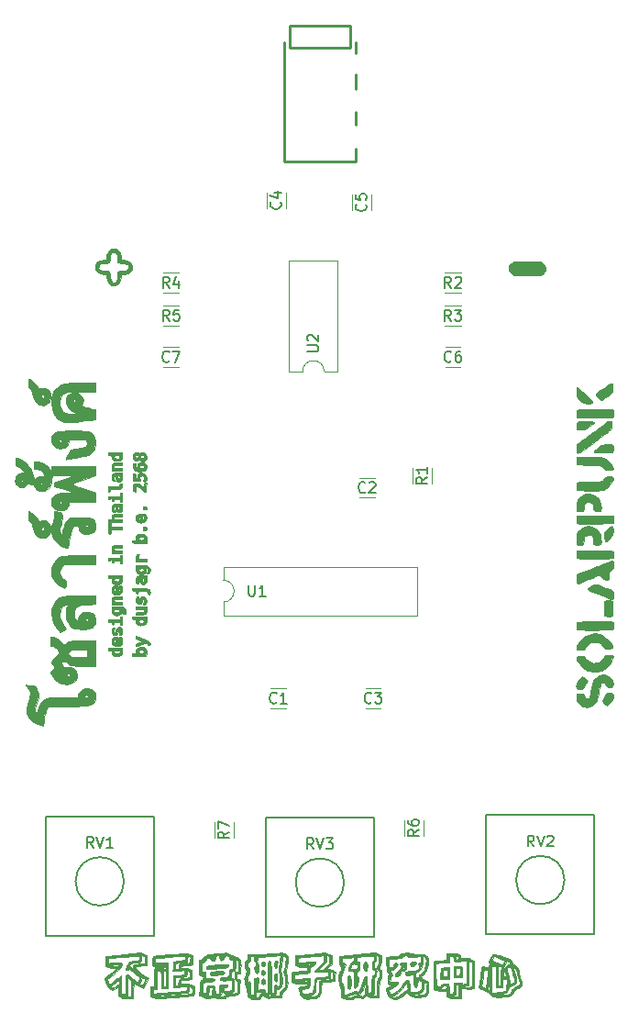
<source format=gbr>
%TF.GenerationSoftware,KiCad,Pcbnew,8.0.8-8.0.8-0~ubuntu20.04.1*%
%TF.CreationDate,2025-02-12T12:23:45+07:00*%
%TF.ProjectId,SolarSynth_digilog,536f6c61-7253-4796-9e74-685f64696769,rev?*%
%TF.SameCoordinates,Original*%
%TF.FileFunction,Legend,Top*%
%TF.FilePolarity,Positive*%
%FSLAX46Y46*%
G04 Gerber Fmt 4.6, Leading zero omitted, Abs format (unit mm)*
G04 Created by KiCad (PCBNEW 8.0.8-8.0.8-0~ubuntu20.04.1) date 2025-02-12 12:23:45*
%MOMM*%
%LPD*%
G01*
G04 APERTURE LIST*
%ADD10C,0.150000*%
%ADD11C,0.010000*%
%ADD12C,0.254000*%
%ADD13C,0.120000*%
%ADD14C,0.200000*%
G04 APERTURE END LIST*
D10*
X102888333Y-56334819D02*
X102555000Y-55858628D01*
X102316905Y-56334819D02*
X102316905Y-55334819D01*
X102316905Y-55334819D02*
X102697857Y-55334819D01*
X102697857Y-55334819D02*
X102793095Y-55382438D01*
X102793095Y-55382438D02*
X102840714Y-55430057D01*
X102840714Y-55430057D02*
X102888333Y-55525295D01*
X102888333Y-55525295D02*
X102888333Y-55668152D01*
X102888333Y-55668152D02*
X102840714Y-55763390D01*
X102840714Y-55763390D02*
X102793095Y-55811009D01*
X102793095Y-55811009D02*
X102697857Y-55858628D01*
X102697857Y-55858628D02*
X102316905Y-55858628D01*
X103793095Y-55334819D02*
X103316905Y-55334819D01*
X103316905Y-55334819D02*
X103269286Y-55811009D01*
X103269286Y-55811009D02*
X103316905Y-55763390D01*
X103316905Y-55763390D02*
X103412143Y-55715771D01*
X103412143Y-55715771D02*
X103650238Y-55715771D01*
X103650238Y-55715771D02*
X103745476Y-55763390D01*
X103745476Y-55763390D02*
X103793095Y-55811009D01*
X103793095Y-55811009D02*
X103840714Y-55906247D01*
X103840714Y-55906247D02*
X103840714Y-56144342D01*
X103840714Y-56144342D02*
X103793095Y-56239580D01*
X103793095Y-56239580D02*
X103745476Y-56287200D01*
X103745476Y-56287200D02*
X103650238Y-56334819D01*
X103650238Y-56334819D02*
X103412143Y-56334819D01*
X103412143Y-56334819D02*
X103316905Y-56287200D01*
X103316905Y-56287200D02*
X103269286Y-56239580D01*
X102888333Y-53286819D02*
X102555000Y-52810628D01*
X102316905Y-53286819D02*
X102316905Y-52286819D01*
X102316905Y-52286819D02*
X102697857Y-52286819D01*
X102697857Y-52286819D02*
X102793095Y-52334438D01*
X102793095Y-52334438D02*
X102840714Y-52382057D01*
X102840714Y-52382057D02*
X102888333Y-52477295D01*
X102888333Y-52477295D02*
X102888333Y-52620152D01*
X102888333Y-52620152D02*
X102840714Y-52715390D01*
X102840714Y-52715390D02*
X102793095Y-52763009D01*
X102793095Y-52763009D02*
X102697857Y-52810628D01*
X102697857Y-52810628D02*
X102316905Y-52810628D01*
X103745476Y-52620152D02*
X103745476Y-53286819D01*
X103507381Y-52239200D02*
X103269286Y-52953485D01*
X103269286Y-52953485D02*
X103888333Y-52953485D01*
X128923333Y-53286819D02*
X128590000Y-52810628D01*
X128351905Y-53286819D02*
X128351905Y-52286819D01*
X128351905Y-52286819D02*
X128732857Y-52286819D01*
X128732857Y-52286819D02*
X128828095Y-52334438D01*
X128828095Y-52334438D02*
X128875714Y-52382057D01*
X128875714Y-52382057D02*
X128923333Y-52477295D01*
X128923333Y-52477295D02*
X128923333Y-52620152D01*
X128923333Y-52620152D02*
X128875714Y-52715390D01*
X128875714Y-52715390D02*
X128828095Y-52763009D01*
X128828095Y-52763009D02*
X128732857Y-52810628D01*
X128732857Y-52810628D02*
X128351905Y-52810628D01*
X129304286Y-52382057D02*
X129351905Y-52334438D01*
X129351905Y-52334438D02*
X129447143Y-52286819D01*
X129447143Y-52286819D02*
X129685238Y-52286819D01*
X129685238Y-52286819D02*
X129780476Y-52334438D01*
X129780476Y-52334438D02*
X129828095Y-52382057D01*
X129828095Y-52382057D02*
X129875714Y-52477295D01*
X129875714Y-52477295D02*
X129875714Y-52572533D01*
X129875714Y-52572533D02*
X129828095Y-52715390D01*
X129828095Y-52715390D02*
X129256667Y-53286819D01*
X129256667Y-53286819D02*
X129875714Y-53286819D01*
X113135580Y-45378666D02*
X113183200Y-45426285D01*
X113183200Y-45426285D02*
X113230819Y-45569142D01*
X113230819Y-45569142D02*
X113230819Y-45664380D01*
X113230819Y-45664380D02*
X113183200Y-45807237D01*
X113183200Y-45807237D02*
X113087961Y-45902475D01*
X113087961Y-45902475D02*
X112992723Y-45950094D01*
X112992723Y-45950094D02*
X112802247Y-45997713D01*
X112802247Y-45997713D02*
X112659390Y-45997713D01*
X112659390Y-45997713D02*
X112468914Y-45950094D01*
X112468914Y-45950094D02*
X112373676Y-45902475D01*
X112373676Y-45902475D02*
X112278438Y-45807237D01*
X112278438Y-45807237D02*
X112230819Y-45664380D01*
X112230819Y-45664380D02*
X112230819Y-45569142D01*
X112230819Y-45569142D02*
X112278438Y-45426285D01*
X112278438Y-45426285D02*
X112326057Y-45378666D01*
X112564152Y-44521523D02*
X113230819Y-44521523D01*
X112183200Y-44759618D02*
X112897485Y-44997713D01*
X112897485Y-44997713D02*
X112897485Y-44378666D01*
X128923333Y-56334819D02*
X128590000Y-55858628D01*
X128351905Y-56334819D02*
X128351905Y-55334819D01*
X128351905Y-55334819D02*
X128732857Y-55334819D01*
X128732857Y-55334819D02*
X128828095Y-55382438D01*
X128828095Y-55382438D02*
X128875714Y-55430057D01*
X128875714Y-55430057D02*
X128923333Y-55525295D01*
X128923333Y-55525295D02*
X128923333Y-55668152D01*
X128923333Y-55668152D02*
X128875714Y-55763390D01*
X128875714Y-55763390D02*
X128828095Y-55811009D01*
X128828095Y-55811009D02*
X128732857Y-55858628D01*
X128732857Y-55858628D02*
X128351905Y-55858628D01*
X129256667Y-55334819D02*
X129875714Y-55334819D01*
X129875714Y-55334819D02*
X129542381Y-55715771D01*
X129542381Y-55715771D02*
X129685238Y-55715771D01*
X129685238Y-55715771D02*
X129780476Y-55763390D01*
X129780476Y-55763390D02*
X129828095Y-55811009D01*
X129828095Y-55811009D02*
X129875714Y-55906247D01*
X129875714Y-55906247D02*
X129875714Y-56144342D01*
X129875714Y-56144342D02*
X129828095Y-56239580D01*
X129828095Y-56239580D02*
X129780476Y-56287200D01*
X129780476Y-56287200D02*
X129685238Y-56334819D01*
X129685238Y-56334819D02*
X129399524Y-56334819D01*
X129399524Y-56334819D02*
X129304286Y-56287200D01*
X129304286Y-56287200D02*
X129256667Y-56239580D01*
X126692819Y-70778666D02*
X126216628Y-71111999D01*
X126692819Y-71350094D02*
X125692819Y-71350094D01*
X125692819Y-71350094D02*
X125692819Y-70969142D01*
X125692819Y-70969142D02*
X125740438Y-70873904D01*
X125740438Y-70873904D02*
X125788057Y-70826285D01*
X125788057Y-70826285D02*
X125883295Y-70778666D01*
X125883295Y-70778666D02*
X126026152Y-70778666D01*
X126026152Y-70778666D02*
X126121390Y-70826285D01*
X126121390Y-70826285D02*
X126169009Y-70873904D01*
X126169009Y-70873904D02*
X126216628Y-70969142D01*
X126216628Y-70969142D02*
X126216628Y-71350094D01*
X126692819Y-69826285D02*
X126692819Y-70397713D01*
X126692819Y-70111999D02*
X125692819Y-70111999D01*
X125692819Y-70111999D02*
X125835676Y-70207237D01*
X125835676Y-70207237D02*
X125930914Y-70302475D01*
X125930914Y-70302475D02*
X125978533Y-70397713D01*
X102888333Y-60049580D02*
X102840714Y-60097200D01*
X102840714Y-60097200D02*
X102697857Y-60144819D01*
X102697857Y-60144819D02*
X102602619Y-60144819D01*
X102602619Y-60144819D02*
X102459762Y-60097200D01*
X102459762Y-60097200D02*
X102364524Y-60001961D01*
X102364524Y-60001961D02*
X102316905Y-59906723D01*
X102316905Y-59906723D02*
X102269286Y-59716247D01*
X102269286Y-59716247D02*
X102269286Y-59573390D01*
X102269286Y-59573390D02*
X102316905Y-59382914D01*
X102316905Y-59382914D02*
X102364524Y-59287676D01*
X102364524Y-59287676D02*
X102459762Y-59192438D01*
X102459762Y-59192438D02*
X102602619Y-59144819D01*
X102602619Y-59144819D02*
X102697857Y-59144819D01*
X102697857Y-59144819D02*
X102840714Y-59192438D01*
X102840714Y-59192438D02*
X102888333Y-59240057D01*
X103221667Y-59144819D02*
X103888333Y-59144819D01*
X103888333Y-59144819D02*
X103459762Y-60144819D01*
X115659819Y-59181904D02*
X116469342Y-59181904D01*
X116469342Y-59181904D02*
X116564580Y-59134285D01*
X116564580Y-59134285D02*
X116612200Y-59086666D01*
X116612200Y-59086666D02*
X116659819Y-58991428D01*
X116659819Y-58991428D02*
X116659819Y-58800952D01*
X116659819Y-58800952D02*
X116612200Y-58705714D01*
X116612200Y-58705714D02*
X116564580Y-58658095D01*
X116564580Y-58658095D02*
X116469342Y-58610476D01*
X116469342Y-58610476D02*
X115659819Y-58610476D01*
X115755057Y-58181904D02*
X115707438Y-58134285D01*
X115707438Y-58134285D02*
X115659819Y-58039047D01*
X115659819Y-58039047D02*
X115659819Y-57800952D01*
X115659819Y-57800952D02*
X115707438Y-57705714D01*
X115707438Y-57705714D02*
X115755057Y-57658095D01*
X115755057Y-57658095D02*
X115850295Y-57610476D01*
X115850295Y-57610476D02*
X115945533Y-57610476D01*
X115945533Y-57610476D02*
X116088390Y-57658095D01*
X116088390Y-57658095D02*
X116659819Y-58229523D01*
X116659819Y-58229523D02*
X116659819Y-57610476D01*
X121557333Y-91545580D02*
X121509714Y-91593200D01*
X121509714Y-91593200D02*
X121366857Y-91640819D01*
X121366857Y-91640819D02*
X121271619Y-91640819D01*
X121271619Y-91640819D02*
X121128762Y-91593200D01*
X121128762Y-91593200D02*
X121033524Y-91497961D01*
X121033524Y-91497961D02*
X120985905Y-91402723D01*
X120985905Y-91402723D02*
X120938286Y-91212247D01*
X120938286Y-91212247D02*
X120938286Y-91069390D01*
X120938286Y-91069390D02*
X120985905Y-90878914D01*
X120985905Y-90878914D02*
X121033524Y-90783676D01*
X121033524Y-90783676D02*
X121128762Y-90688438D01*
X121128762Y-90688438D02*
X121271619Y-90640819D01*
X121271619Y-90640819D02*
X121366857Y-90640819D01*
X121366857Y-90640819D02*
X121509714Y-90688438D01*
X121509714Y-90688438D02*
X121557333Y-90736057D01*
X121890667Y-90640819D02*
X122509714Y-90640819D01*
X122509714Y-90640819D02*
X122176381Y-91021771D01*
X122176381Y-91021771D02*
X122319238Y-91021771D01*
X122319238Y-91021771D02*
X122414476Y-91069390D01*
X122414476Y-91069390D02*
X122462095Y-91117009D01*
X122462095Y-91117009D02*
X122509714Y-91212247D01*
X122509714Y-91212247D02*
X122509714Y-91450342D01*
X122509714Y-91450342D02*
X122462095Y-91545580D01*
X122462095Y-91545580D02*
X122414476Y-91593200D01*
X122414476Y-91593200D02*
X122319238Y-91640819D01*
X122319238Y-91640819D02*
X122033524Y-91640819D01*
X122033524Y-91640819D02*
X121938286Y-91593200D01*
X121938286Y-91593200D02*
X121890667Y-91545580D01*
X120986333Y-72114580D02*
X120938714Y-72162200D01*
X120938714Y-72162200D02*
X120795857Y-72209819D01*
X120795857Y-72209819D02*
X120700619Y-72209819D01*
X120700619Y-72209819D02*
X120557762Y-72162200D01*
X120557762Y-72162200D02*
X120462524Y-72066961D01*
X120462524Y-72066961D02*
X120414905Y-71971723D01*
X120414905Y-71971723D02*
X120367286Y-71781247D01*
X120367286Y-71781247D02*
X120367286Y-71638390D01*
X120367286Y-71638390D02*
X120414905Y-71447914D01*
X120414905Y-71447914D02*
X120462524Y-71352676D01*
X120462524Y-71352676D02*
X120557762Y-71257438D01*
X120557762Y-71257438D02*
X120700619Y-71209819D01*
X120700619Y-71209819D02*
X120795857Y-71209819D01*
X120795857Y-71209819D02*
X120938714Y-71257438D01*
X120938714Y-71257438D02*
X120986333Y-71305057D01*
X121367286Y-71305057D02*
X121414905Y-71257438D01*
X121414905Y-71257438D02*
X121510143Y-71209819D01*
X121510143Y-71209819D02*
X121748238Y-71209819D01*
X121748238Y-71209819D02*
X121843476Y-71257438D01*
X121843476Y-71257438D02*
X121891095Y-71305057D01*
X121891095Y-71305057D02*
X121938714Y-71400295D01*
X121938714Y-71400295D02*
X121938714Y-71495533D01*
X121938714Y-71495533D02*
X121891095Y-71638390D01*
X121891095Y-71638390D02*
X121319667Y-72209819D01*
X121319667Y-72209819D02*
X121938714Y-72209819D01*
X136564761Y-104838819D02*
X136231428Y-104362628D01*
X135993333Y-104838819D02*
X135993333Y-103838819D01*
X135993333Y-103838819D02*
X136374285Y-103838819D01*
X136374285Y-103838819D02*
X136469523Y-103886438D01*
X136469523Y-103886438D02*
X136517142Y-103934057D01*
X136517142Y-103934057D02*
X136564761Y-104029295D01*
X136564761Y-104029295D02*
X136564761Y-104172152D01*
X136564761Y-104172152D02*
X136517142Y-104267390D01*
X136517142Y-104267390D02*
X136469523Y-104315009D01*
X136469523Y-104315009D02*
X136374285Y-104362628D01*
X136374285Y-104362628D02*
X135993333Y-104362628D01*
X136850476Y-103838819D02*
X137183809Y-104838819D01*
X137183809Y-104838819D02*
X137517142Y-103838819D01*
X137802857Y-103934057D02*
X137850476Y-103886438D01*
X137850476Y-103886438D02*
X137945714Y-103838819D01*
X137945714Y-103838819D02*
X138183809Y-103838819D01*
X138183809Y-103838819D02*
X138279047Y-103886438D01*
X138279047Y-103886438D02*
X138326666Y-103934057D01*
X138326666Y-103934057D02*
X138374285Y-104029295D01*
X138374285Y-104029295D02*
X138374285Y-104124533D01*
X138374285Y-104124533D02*
X138326666Y-104267390D01*
X138326666Y-104267390D02*
X137755238Y-104838819D01*
X137755238Y-104838819D02*
X138374285Y-104838819D01*
X108404819Y-103486666D02*
X107928628Y-103819999D01*
X108404819Y-104058094D02*
X107404819Y-104058094D01*
X107404819Y-104058094D02*
X107404819Y-103677142D01*
X107404819Y-103677142D02*
X107452438Y-103581904D01*
X107452438Y-103581904D02*
X107500057Y-103534285D01*
X107500057Y-103534285D02*
X107595295Y-103486666D01*
X107595295Y-103486666D02*
X107738152Y-103486666D01*
X107738152Y-103486666D02*
X107833390Y-103534285D01*
X107833390Y-103534285D02*
X107881009Y-103581904D01*
X107881009Y-103581904D02*
X107928628Y-103677142D01*
X107928628Y-103677142D02*
X107928628Y-104058094D01*
X107404819Y-103153332D02*
X107404819Y-102486666D01*
X107404819Y-102486666D02*
X108404819Y-102915237D01*
X121009580Y-45574666D02*
X121057200Y-45622285D01*
X121057200Y-45622285D02*
X121104819Y-45765142D01*
X121104819Y-45765142D02*
X121104819Y-45860380D01*
X121104819Y-45860380D02*
X121057200Y-46003237D01*
X121057200Y-46003237D02*
X120961961Y-46098475D01*
X120961961Y-46098475D02*
X120866723Y-46146094D01*
X120866723Y-46146094D02*
X120676247Y-46193713D01*
X120676247Y-46193713D02*
X120533390Y-46193713D01*
X120533390Y-46193713D02*
X120342914Y-46146094D01*
X120342914Y-46146094D02*
X120247676Y-46098475D01*
X120247676Y-46098475D02*
X120152438Y-46003237D01*
X120152438Y-46003237D02*
X120104819Y-45860380D01*
X120104819Y-45860380D02*
X120104819Y-45765142D01*
X120104819Y-45765142D02*
X120152438Y-45622285D01*
X120152438Y-45622285D02*
X120200057Y-45574666D01*
X120104819Y-44669904D02*
X120104819Y-45146094D01*
X120104819Y-45146094D02*
X120581009Y-45193713D01*
X120581009Y-45193713D02*
X120533390Y-45146094D01*
X120533390Y-45146094D02*
X120485771Y-45050856D01*
X120485771Y-45050856D02*
X120485771Y-44812761D01*
X120485771Y-44812761D02*
X120533390Y-44717523D01*
X120533390Y-44717523D02*
X120581009Y-44669904D01*
X120581009Y-44669904D02*
X120676247Y-44622285D01*
X120676247Y-44622285D02*
X120914342Y-44622285D01*
X120914342Y-44622285D02*
X121009580Y-44669904D01*
X121009580Y-44669904D02*
X121057200Y-44717523D01*
X121057200Y-44717523D02*
X121104819Y-44812761D01*
X121104819Y-44812761D02*
X121104819Y-45050856D01*
X121104819Y-45050856D02*
X121057200Y-45146094D01*
X121057200Y-45146094D02*
X121009580Y-45193713D01*
X112800333Y-91545580D02*
X112752714Y-91593200D01*
X112752714Y-91593200D02*
X112609857Y-91640819D01*
X112609857Y-91640819D02*
X112514619Y-91640819D01*
X112514619Y-91640819D02*
X112371762Y-91593200D01*
X112371762Y-91593200D02*
X112276524Y-91497961D01*
X112276524Y-91497961D02*
X112228905Y-91402723D01*
X112228905Y-91402723D02*
X112181286Y-91212247D01*
X112181286Y-91212247D02*
X112181286Y-91069390D01*
X112181286Y-91069390D02*
X112228905Y-90878914D01*
X112228905Y-90878914D02*
X112276524Y-90783676D01*
X112276524Y-90783676D02*
X112371762Y-90688438D01*
X112371762Y-90688438D02*
X112514619Y-90640819D01*
X112514619Y-90640819D02*
X112609857Y-90640819D01*
X112609857Y-90640819D02*
X112752714Y-90688438D01*
X112752714Y-90688438D02*
X112800333Y-90736057D01*
X113752714Y-91640819D02*
X113181286Y-91640819D01*
X113467000Y-91640819D02*
X113467000Y-90640819D01*
X113467000Y-90640819D02*
X113371762Y-90783676D01*
X113371762Y-90783676D02*
X113276524Y-90878914D01*
X113276524Y-90878914D02*
X113181286Y-90926533D01*
X110236095Y-80734819D02*
X110236095Y-81544342D01*
X110236095Y-81544342D02*
X110283714Y-81639580D01*
X110283714Y-81639580D02*
X110331333Y-81687200D01*
X110331333Y-81687200D02*
X110426571Y-81734819D01*
X110426571Y-81734819D02*
X110617047Y-81734819D01*
X110617047Y-81734819D02*
X110712285Y-81687200D01*
X110712285Y-81687200D02*
X110759904Y-81639580D01*
X110759904Y-81639580D02*
X110807523Y-81544342D01*
X110807523Y-81544342D02*
X110807523Y-80734819D01*
X111807523Y-81734819D02*
X111236095Y-81734819D01*
X111521809Y-81734819D02*
X111521809Y-80734819D01*
X111521809Y-80734819D02*
X111426571Y-80877676D01*
X111426571Y-80877676D02*
X111331333Y-80972914D01*
X111331333Y-80972914D02*
X111236095Y-81020533D01*
X116204761Y-105078819D02*
X115871428Y-104602628D01*
X115633333Y-105078819D02*
X115633333Y-104078819D01*
X115633333Y-104078819D02*
X116014285Y-104078819D01*
X116014285Y-104078819D02*
X116109523Y-104126438D01*
X116109523Y-104126438D02*
X116157142Y-104174057D01*
X116157142Y-104174057D02*
X116204761Y-104269295D01*
X116204761Y-104269295D02*
X116204761Y-104412152D01*
X116204761Y-104412152D02*
X116157142Y-104507390D01*
X116157142Y-104507390D02*
X116109523Y-104555009D01*
X116109523Y-104555009D02*
X116014285Y-104602628D01*
X116014285Y-104602628D02*
X115633333Y-104602628D01*
X116490476Y-104078819D02*
X116823809Y-105078819D01*
X116823809Y-105078819D02*
X117157142Y-104078819D01*
X117395238Y-104078819D02*
X118014285Y-104078819D01*
X118014285Y-104078819D02*
X117680952Y-104459771D01*
X117680952Y-104459771D02*
X117823809Y-104459771D01*
X117823809Y-104459771D02*
X117919047Y-104507390D01*
X117919047Y-104507390D02*
X117966666Y-104555009D01*
X117966666Y-104555009D02*
X118014285Y-104650247D01*
X118014285Y-104650247D02*
X118014285Y-104888342D01*
X118014285Y-104888342D02*
X117966666Y-104983580D01*
X117966666Y-104983580D02*
X117919047Y-105031200D01*
X117919047Y-105031200D02*
X117823809Y-105078819D01*
X117823809Y-105078819D02*
X117538095Y-105078819D01*
X117538095Y-105078819D02*
X117442857Y-105031200D01*
X117442857Y-105031200D02*
X117395238Y-104983580D01*
X95884761Y-104958819D02*
X95551428Y-104482628D01*
X95313333Y-104958819D02*
X95313333Y-103958819D01*
X95313333Y-103958819D02*
X95694285Y-103958819D01*
X95694285Y-103958819D02*
X95789523Y-104006438D01*
X95789523Y-104006438D02*
X95837142Y-104054057D01*
X95837142Y-104054057D02*
X95884761Y-104149295D01*
X95884761Y-104149295D02*
X95884761Y-104292152D01*
X95884761Y-104292152D02*
X95837142Y-104387390D01*
X95837142Y-104387390D02*
X95789523Y-104435009D01*
X95789523Y-104435009D02*
X95694285Y-104482628D01*
X95694285Y-104482628D02*
X95313333Y-104482628D01*
X96170476Y-103958819D02*
X96503809Y-104958819D01*
X96503809Y-104958819D02*
X96837142Y-103958819D01*
X97694285Y-104958819D02*
X97122857Y-104958819D01*
X97408571Y-104958819D02*
X97408571Y-103958819D01*
X97408571Y-103958819D02*
X97313333Y-104101676D01*
X97313333Y-104101676D02*
X97218095Y-104196914D01*
X97218095Y-104196914D02*
X97122857Y-104244533D01*
X125930819Y-103290666D02*
X125454628Y-103623999D01*
X125930819Y-103862094D02*
X124930819Y-103862094D01*
X124930819Y-103862094D02*
X124930819Y-103481142D01*
X124930819Y-103481142D02*
X124978438Y-103385904D01*
X124978438Y-103385904D02*
X125026057Y-103338285D01*
X125026057Y-103338285D02*
X125121295Y-103290666D01*
X125121295Y-103290666D02*
X125264152Y-103290666D01*
X125264152Y-103290666D02*
X125359390Y-103338285D01*
X125359390Y-103338285D02*
X125407009Y-103385904D01*
X125407009Y-103385904D02*
X125454628Y-103481142D01*
X125454628Y-103481142D02*
X125454628Y-103862094D01*
X124930819Y-102433523D02*
X124930819Y-102623999D01*
X124930819Y-102623999D02*
X124978438Y-102719237D01*
X124978438Y-102719237D02*
X125026057Y-102766856D01*
X125026057Y-102766856D02*
X125168914Y-102862094D01*
X125168914Y-102862094D02*
X125359390Y-102909713D01*
X125359390Y-102909713D02*
X125740342Y-102909713D01*
X125740342Y-102909713D02*
X125835580Y-102862094D01*
X125835580Y-102862094D02*
X125883200Y-102814475D01*
X125883200Y-102814475D02*
X125930819Y-102719237D01*
X125930819Y-102719237D02*
X125930819Y-102528761D01*
X125930819Y-102528761D02*
X125883200Y-102433523D01*
X125883200Y-102433523D02*
X125835580Y-102385904D01*
X125835580Y-102385904D02*
X125740342Y-102338285D01*
X125740342Y-102338285D02*
X125502247Y-102338285D01*
X125502247Y-102338285D02*
X125407009Y-102385904D01*
X125407009Y-102385904D02*
X125359390Y-102433523D01*
X125359390Y-102433523D02*
X125311771Y-102528761D01*
X125311771Y-102528761D02*
X125311771Y-102719237D01*
X125311771Y-102719237D02*
X125359390Y-102814475D01*
X125359390Y-102814475D02*
X125407009Y-102862094D01*
X125407009Y-102862094D02*
X125502247Y-102909713D01*
X128923333Y-60049580D02*
X128875714Y-60097200D01*
X128875714Y-60097200D02*
X128732857Y-60144819D01*
X128732857Y-60144819D02*
X128637619Y-60144819D01*
X128637619Y-60144819D02*
X128494762Y-60097200D01*
X128494762Y-60097200D02*
X128399524Y-60001961D01*
X128399524Y-60001961D02*
X128351905Y-59906723D01*
X128351905Y-59906723D02*
X128304286Y-59716247D01*
X128304286Y-59716247D02*
X128304286Y-59573390D01*
X128304286Y-59573390D02*
X128351905Y-59382914D01*
X128351905Y-59382914D02*
X128399524Y-59287676D01*
X128399524Y-59287676D02*
X128494762Y-59192438D01*
X128494762Y-59192438D02*
X128637619Y-59144819D01*
X128637619Y-59144819D02*
X128732857Y-59144819D01*
X128732857Y-59144819D02*
X128875714Y-59192438D01*
X128875714Y-59192438D02*
X128923333Y-59240057D01*
X129780476Y-59144819D02*
X129590000Y-59144819D01*
X129590000Y-59144819D02*
X129494762Y-59192438D01*
X129494762Y-59192438D02*
X129447143Y-59240057D01*
X129447143Y-59240057D02*
X129351905Y-59382914D01*
X129351905Y-59382914D02*
X129304286Y-59573390D01*
X129304286Y-59573390D02*
X129304286Y-59954342D01*
X129304286Y-59954342D02*
X129351905Y-60049580D01*
X129351905Y-60049580D02*
X129399524Y-60097200D01*
X129399524Y-60097200D02*
X129494762Y-60144819D01*
X129494762Y-60144819D02*
X129685238Y-60144819D01*
X129685238Y-60144819D02*
X129780476Y-60097200D01*
X129780476Y-60097200D02*
X129828095Y-60049580D01*
X129828095Y-60049580D02*
X129875714Y-59954342D01*
X129875714Y-59954342D02*
X129875714Y-59716247D01*
X129875714Y-59716247D02*
X129828095Y-59621009D01*
X129828095Y-59621009D02*
X129780476Y-59573390D01*
X129780476Y-59573390D02*
X129685238Y-59525771D01*
X129685238Y-59525771D02*
X129494762Y-59525771D01*
X129494762Y-59525771D02*
X129399524Y-59573390D01*
X129399524Y-59573390D02*
X129351905Y-59621009D01*
X129351905Y-59621009D02*
X129304286Y-59716247D01*
D11*
%TO.C,Ref\u002A\u002A*%
X122450158Y-114883973D02*
X122450158Y-115309602D01*
X122448472Y-115506358D01*
X122441371Y-115635792D01*
X122425792Y-115715214D01*
X122398673Y-115761937D01*
X122365492Y-115788107D01*
X122299071Y-115869404D01*
X122280825Y-115993338D01*
X122294260Y-116106882D01*
X122346752Y-116172019D01*
X122390713Y-116195761D01*
X122441444Y-116222011D01*
X122472822Y-116256446D01*
X122488583Y-116316872D01*
X122492465Y-116421092D01*
X122488204Y-116586910D01*
X122485963Y-116649521D01*
X122476787Y-116842529D01*
X122463313Y-116969631D01*
X122441358Y-117049590D01*
X122406741Y-117101166D01*
X122380028Y-117124831D01*
X122347312Y-117155472D01*
X122322673Y-117197166D01*
X122304296Y-117262488D01*
X122290366Y-117364015D01*
X122279067Y-117514323D01*
X122268585Y-117725987D01*
X122258956Y-117963688D01*
X122229181Y-118730926D01*
X122011586Y-118757070D01*
X121768886Y-118779085D01*
X121582798Y-118776274D01*
X121428244Y-118746049D01*
X121280142Y-118685825D01*
X121269592Y-118680532D01*
X121065508Y-118577115D01*
X120970412Y-118705740D01*
X120894787Y-118790938D01*
X120816976Y-118819065D01*
X120720820Y-118811796D01*
X120485725Y-118778000D01*
X120318474Y-118757022D01*
X120203164Y-118749258D01*
X120123889Y-118755107D01*
X120064743Y-118774965D01*
X120009822Y-118809230D01*
X119981159Y-118830264D01*
X119847204Y-118896432D01*
X119664687Y-118944856D01*
X119469002Y-118968757D01*
X119296212Y-118961469D01*
X119212589Y-118935405D01*
X119086473Y-118883151D01*
X118989408Y-118837572D01*
X118798923Y-118743465D01*
X119235788Y-118743465D01*
X119296035Y-118767757D01*
X119422944Y-118776709D01*
X119531245Y-118773132D01*
X119702308Y-118750136D01*
X119816527Y-118701191D01*
X119859328Y-118665446D01*
X119996436Y-118586236D01*
X120100658Y-118572283D01*
X120191331Y-118563393D01*
X120429866Y-118563393D01*
X120561596Y-118605849D01*
X120691904Y-118642275D01*
X120771399Y-118640602D01*
X120827968Y-118593953D01*
X120862856Y-118540048D01*
X121434216Y-118540048D01*
X121476362Y-118583670D01*
X121487075Y-118588792D01*
X121559545Y-118599033D01*
X121678063Y-118596551D01*
X121725817Y-118592320D01*
X121858406Y-118579798D01*
X121964370Y-118572809D01*
X121986211Y-118572283D01*
X122013264Y-118565686D01*
X122033388Y-118538253D01*
X122047960Y-118478519D01*
X122058359Y-118375018D01*
X122065963Y-118216286D01*
X122072150Y-117990857D01*
X122075553Y-117829004D01*
X122081372Y-117560979D01*
X122087731Y-117364778D01*
X122096356Y-117227566D01*
X122108973Y-117136510D01*
X122127309Y-117078775D01*
X122153090Y-117041527D01*
X122185176Y-117014088D01*
X122244679Y-116947949D01*
X122282561Y-116844391D01*
X122307412Y-116679886D01*
X122307485Y-116679188D01*
X122320266Y-116533013D01*
X122314839Y-116441530D01*
X122282907Y-116375344D01*
X122216173Y-116305063D01*
X122196739Y-116286826D01*
X122115072Y-116202750D01*
X122077710Y-116128084D01*
X122072446Y-116026824D01*
X122079391Y-115940677D01*
X122107764Y-115781846D01*
X122161350Y-115682693D01*
X122193876Y-115653004D01*
X122242302Y-115609202D01*
X122267185Y-115555348D01*
X122272484Y-115468559D01*
X122262159Y-115325956D01*
X122257972Y-115282670D01*
X122238714Y-115121714D01*
X122214892Y-115024120D01*
X122178401Y-114968658D01*
X122125640Y-114936121D01*
X122042708Y-114901253D01*
X122003666Y-114889283D01*
X121993894Y-114927904D01*
X121986987Y-115028941D01*
X121984492Y-115164091D01*
X121980102Y-115320773D01*
X121963057Y-115415578D01*
X121927539Y-115471020D01*
X121899825Y-115491774D01*
X121848817Y-115541212D01*
X121822987Y-115623380D01*
X121815216Y-115762652D01*
X121815158Y-115781671D01*
X121819280Y-115920481D01*
X121837986Y-116000071D01*
X121880787Y-116045733D01*
X121922706Y-116067694D01*
X121975348Y-116096028D01*
X122006387Y-116134784D01*
X122020481Y-116203440D01*
X122022285Y-116321474D01*
X122017956Y-116466073D01*
X122009687Y-116640294D01*
X121996405Y-116748929D01*
X121972864Y-116811057D01*
X121933817Y-116845758D01*
X121910408Y-116857238D01*
X121876681Y-116874639D01*
X121852033Y-116900922D01*
X121835041Y-116948194D01*
X121824281Y-117028562D01*
X121818331Y-117154133D01*
X121815768Y-117337013D01*
X121815168Y-117589311D01*
X121815158Y-117667625D01*
X121814894Y-117949940D01*
X121811778Y-118158686D01*
X121802327Y-118304962D01*
X121783056Y-118399864D01*
X121750481Y-118454488D01*
X121701118Y-118479932D01*
X121631483Y-118487292D01*
X121557696Y-118487616D01*
X121464727Y-118503159D01*
X121434216Y-118540048D01*
X120862856Y-118540048D01*
X120869392Y-118529950D01*
X120928189Y-118444951D01*
X120973593Y-118403691D01*
X120977619Y-118402950D01*
X120988683Y-118363002D01*
X120997694Y-118252678D01*
X121004022Y-118086255D01*
X121007040Y-117878011D01*
X121006984Y-117736200D01*
X121003144Y-117069450D01*
X120929451Y-117386950D01*
X120846743Y-117711954D01*
X120763281Y-117970363D01*
X120672416Y-118180046D01*
X120568251Y-118357754D01*
X120429866Y-118563393D01*
X120191331Y-118563393D01*
X120212954Y-118561273D01*
X120243596Y-118528384D01*
X120192470Y-118473823D01*
X120165331Y-118455839D01*
X120048774Y-118426605D01*
X119985414Y-118443099D01*
X119884510Y-118472649D01*
X119744576Y-118500444D01*
X119687908Y-118508819D01*
X119570827Y-118531108D01*
X119498333Y-118558322D01*
X119486825Y-118572137D01*
X119451072Y-118609132D01*
X119362726Y-118653534D01*
X119339086Y-118662559D01*
X119248155Y-118707258D01*
X119235788Y-118743465D01*
X118798923Y-118743465D01*
X118767158Y-118727772D01*
X118767158Y-118394667D01*
X118756775Y-118172712D01*
X118728081Y-117989392D01*
X118702483Y-117906773D01*
X118658528Y-117770539D01*
X118612716Y-117578493D01*
X118570273Y-117359193D01*
X118536423Y-117141198D01*
X118522558Y-117010974D01*
X118768726Y-117010974D01*
X118789779Y-117285201D01*
X118793591Y-117313981D01*
X118824212Y-117449358D01*
X118873365Y-117516475D01*
X118899424Y-117527593D01*
X118935830Y-117545385D01*
X118959122Y-117586428D01*
X118972149Y-117666672D01*
X118977759Y-117802065D01*
X118978825Y-117972191D01*
X118980802Y-118202717D01*
X118989473Y-118360733D01*
X119008948Y-118458357D01*
X119043337Y-118507705D01*
X119096752Y-118520894D01*
X119162056Y-118512353D01*
X119279346Y-118472769D01*
X119361781Y-118422346D01*
X119431491Y-118387836D01*
X119555453Y-118348527D01*
X119704143Y-118311858D01*
X119848035Y-118285266D01*
X119941908Y-118276195D01*
X119951327Y-118241351D01*
X119952492Y-118212450D01*
X119982320Y-118158936D01*
X120059222Y-118155712D01*
X120164320Y-118199970D01*
X120241927Y-118255475D01*
X120368525Y-118362000D01*
X120495358Y-118108185D01*
X120569968Y-117933060D01*
X120642074Y-117721197D01*
X120694381Y-117525410D01*
X120753675Y-117265869D01*
X120802946Y-117077820D01*
X120846309Y-116949281D01*
X120887879Y-116868265D01*
X120931770Y-116822789D01*
X120936742Y-116819550D01*
X121029250Y-116796570D01*
X121084908Y-116820214D01*
X121114130Y-116848241D01*
X121135174Y-116898514D01*
X121149693Y-116984315D01*
X121159343Y-117118924D01*
X121165776Y-117315624D01*
X121169252Y-117497331D01*
X121174267Y-117781250D01*
X121180837Y-117991350D01*
X121192087Y-118138463D01*
X121211144Y-118233422D01*
X121241135Y-118287060D01*
X121285185Y-118310210D01*
X121346421Y-118313704D01*
X121403808Y-118310065D01*
X121582325Y-118297116D01*
X121593842Y-117503366D01*
X121605360Y-116709616D01*
X121731426Y-116709616D01*
X121803497Y-116705634D01*
X121841010Y-116679795D01*
X121855247Y-116611260D01*
X121857491Y-116479192D01*
X121857492Y-116476783D01*
X121851624Y-116335754D01*
X121831255Y-116263311D01*
X121794967Y-116243950D01*
X121713622Y-116206107D01*
X121653462Y-116106008D01*
X121616202Y-115963794D01*
X121603558Y-115799604D01*
X121617247Y-115633579D01*
X121658983Y-115485862D01*
X121721827Y-115385339D01*
X121795632Y-115259649D01*
X121815158Y-115108804D01*
X121815699Y-115043547D01*
X121810374Y-114994784D01*
X121788765Y-114961054D01*
X121740452Y-114940895D01*
X121655013Y-114932848D01*
X121522031Y-114935451D01*
X121331086Y-114947243D01*
X121071756Y-114966762D01*
X120897652Y-114980152D01*
X120642411Y-115000023D01*
X120459451Y-115018730D01*
X120336725Y-115042628D01*
X120262181Y-115078070D01*
X120223770Y-115131414D01*
X120209443Y-115209013D01*
X120207150Y-115317222D01*
X120207070Y-115344366D01*
X120215173Y-115439173D01*
X120256756Y-115476199D01*
X120333492Y-115481950D01*
X120460492Y-115481950D01*
X120459913Y-115810033D01*
X120455362Y-116032132D01*
X120439997Y-116183948D01*
X120409865Y-116279588D01*
X120361015Y-116333156D01*
X120307266Y-116354835D01*
X120248220Y-116378758D01*
X120218093Y-116427692D01*
X120207454Y-116525097D01*
X120206492Y-116605519D01*
X120211775Y-116741940D01*
X120232700Y-116816755D01*
X120276877Y-116852641D01*
X120291158Y-116857783D01*
X120352920Y-116918929D01*
X120376350Y-117042051D01*
X120361957Y-117213892D01*
X120310247Y-117421196D01*
X120264696Y-117549063D01*
X120196168Y-117718419D01*
X120146760Y-117821572D01*
X120106478Y-117871821D01*
X120065329Y-117882466D01*
X120023070Y-117870641D01*
X119993397Y-117848748D01*
X119973229Y-117800665D01*
X119960811Y-117712480D01*
X119954389Y-117570283D01*
X119952206Y-117360161D01*
X119952124Y-117308337D01*
X119950799Y-117177400D01*
X120125643Y-117177400D01*
X120129461Y-117365783D01*
X120170680Y-117222437D01*
X120190444Y-117094989D01*
X120166862Y-117034053D01*
X120138282Y-117031634D01*
X120126037Y-117103171D01*
X120125643Y-117177400D01*
X119950799Y-117177400D01*
X119949806Y-117079328D01*
X119943782Y-116858398D01*
X119934985Y-116671628D01*
X119925060Y-116550866D01*
X119898365Y-116328616D01*
X119697778Y-116328616D01*
X119548499Y-116319102D01*
X119459832Y-116282049D01*
X119425258Y-116204692D01*
X119430582Y-116151268D01*
X119613825Y-116151268D01*
X119651998Y-116156910D01*
X119751284Y-116152541D01*
X119867825Y-116141482D01*
X120028390Y-116130391D01*
X120110689Y-116142048D01*
X120121825Y-116157181D01*
X120156080Y-116196591D01*
X120185325Y-116201616D01*
X120222008Y-116182286D01*
X120241808Y-116113676D01*
X120248661Y-115979856D01*
X120248825Y-115944587D01*
X120246576Y-115803085D01*
X120234986Y-115727554D01*
X120206787Y-115699322D01*
X120154712Y-115699718D01*
X120153575Y-115699864D01*
X120059577Y-115698936D01*
X120015750Y-115685620D01*
X119945764Y-115673268D01*
X119857185Y-115681243D01*
X119782625Y-115708871D01*
X119731020Y-115771638D01*
X119685349Y-115891961D01*
X119677510Y-115917866D01*
X119641738Y-116041618D01*
X119618633Y-116127871D01*
X119613825Y-116151268D01*
X119430582Y-116151268D01*
X119438256Y-116074265D01*
X119483039Y-115908183D01*
X119566236Y-115691607D01*
X119662320Y-115553685D01*
X119775921Y-115488809D01*
X119834911Y-115481950D01*
X119880314Y-115467535D01*
X119903073Y-115411223D01*
X119910049Y-115293416D01*
X119910158Y-115266919D01*
X119907865Y-115140893D01*
X119893179Y-115080207D01*
X119854389Y-115065538D01*
X119793742Y-115074813D01*
X119702362Y-115087305D01*
X119551014Y-115102307D01*
X119364258Y-115117536D01*
X119243408Y-115125963D01*
X118809492Y-115154190D01*
X118809492Y-115360403D01*
X118814540Y-115486019D01*
X118834991Y-115547814D01*
X118878800Y-115566304D01*
X118889468Y-115566616D01*
X118981016Y-115592343D01*
X119063602Y-115642860D01*
X119157759Y-115719104D01*
X119020958Y-116119110D01*
X118955838Y-116303878D01*
X118893878Y-116469900D01*
X118844269Y-116592973D01*
X118825658Y-116633431D01*
X118780887Y-116789435D01*
X118768726Y-117010974D01*
X118522558Y-117010974D01*
X118516392Y-116953065D01*
X118513158Y-116871997D01*
X118533130Y-116734241D01*
X118583691Y-116575201D01*
X118614224Y-116507126D01*
X118686369Y-116349677D01*
X118749727Y-116186925D01*
X118768202Y-116130501D01*
X118797652Y-116017004D01*
X118791743Y-115947640D01*
X118741553Y-115886108D01*
X118698886Y-115848502D01*
X118641645Y-115795231D01*
X118605804Y-115741420D01*
X118586362Y-115666591D01*
X118578316Y-115550269D01*
X118576664Y-115371976D01*
X118576658Y-115348117D01*
X118576658Y-114952783D01*
X121920992Y-114645535D01*
X122450158Y-114883973D01*
G36*
X122450158Y-114883973D02*
G01*
X122450158Y-115309602D01*
X122448472Y-115506358D01*
X122441371Y-115635792D01*
X122425792Y-115715214D01*
X122398673Y-115761937D01*
X122365492Y-115788107D01*
X122299071Y-115869404D01*
X122280825Y-115993338D01*
X122294260Y-116106882D01*
X122346752Y-116172019D01*
X122390713Y-116195761D01*
X122441444Y-116222011D01*
X122472822Y-116256446D01*
X122488583Y-116316872D01*
X122492465Y-116421092D01*
X122488204Y-116586910D01*
X122485963Y-116649521D01*
X122476787Y-116842529D01*
X122463313Y-116969631D01*
X122441358Y-117049590D01*
X122406741Y-117101166D01*
X122380028Y-117124831D01*
X122347312Y-117155472D01*
X122322673Y-117197166D01*
X122304296Y-117262488D01*
X122290366Y-117364015D01*
X122279067Y-117514323D01*
X122268585Y-117725987D01*
X122258956Y-117963688D01*
X122229181Y-118730926D01*
X122011586Y-118757070D01*
X121768886Y-118779085D01*
X121582798Y-118776274D01*
X121428244Y-118746049D01*
X121280142Y-118685825D01*
X121269592Y-118680532D01*
X121065508Y-118577115D01*
X120970412Y-118705740D01*
X120894787Y-118790938D01*
X120816976Y-118819065D01*
X120720820Y-118811796D01*
X120485725Y-118778000D01*
X120318474Y-118757022D01*
X120203164Y-118749258D01*
X120123889Y-118755107D01*
X120064743Y-118774965D01*
X120009822Y-118809230D01*
X119981159Y-118830264D01*
X119847204Y-118896432D01*
X119664687Y-118944856D01*
X119469002Y-118968757D01*
X119296212Y-118961469D01*
X119212589Y-118935405D01*
X119086473Y-118883151D01*
X118989408Y-118837572D01*
X118798923Y-118743465D01*
X119235788Y-118743465D01*
X119296035Y-118767757D01*
X119422944Y-118776709D01*
X119531245Y-118773132D01*
X119702308Y-118750136D01*
X119816527Y-118701191D01*
X119859328Y-118665446D01*
X119996436Y-118586236D01*
X120100658Y-118572283D01*
X120191331Y-118563393D01*
X120429866Y-118563393D01*
X120561596Y-118605849D01*
X120691904Y-118642275D01*
X120771399Y-118640602D01*
X120827968Y-118593953D01*
X120862856Y-118540048D01*
X121434216Y-118540048D01*
X121476362Y-118583670D01*
X121487075Y-118588792D01*
X121559545Y-118599033D01*
X121678063Y-118596551D01*
X121725817Y-118592320D01*
X121858406Y-118579798D01*
X121964370Y-118572809D01*
X121986211Y-118572283D01*
X122013264Y-118565686D01*
X122033388Y-118538253D01*
X122047960Y-118478519D01*
X122058359Y-118375018D01*
X122065963Y-118216286D01*
X122072150Y-117990857D01*
X122075553Y-117829004D01*
X122081372Y-117560979D01*
X122087731Y-117364778D01*
X122096356Y-117227566D01*
X122108973Y-117136510D01*
X122127309Y-117078775D01*
X122153090Y-117041527D01*
X122185176Y-117014088D01*
X122244679Y-116947949D01*
X122282561Y-116844391D01*
X122307412Y-116679886D01*
X122307485Y-116679188D01*
X122320266Y-116533013D01*
X122314839Y-116441530D01*
X122282907Y-116375344D01*
X122216173Y-116305063D01*
X122196739Y-116286826D01*
X122115072Y-116202750D01*
X122077710Y-116128084D01*
X122072446Y-116026824D01*
X122079391Y-115940677D01*
X122107764Y-115781846D01*
X122161350Y-115682693D01*
X122193876Y-115653004D01*
X122242302Y-115609202D01*
X122267185Y-115555348D01*
X122272484Y-115468559D01*
X122262159Y-115325956D01*
X122257972Y-115282670D01*
X122238714Y-115121714D01*
X122214892Y-115024120D01*
X122178401Y-114968658D01*
X122125640Y-114936121D01*
X122042708Y-114901253D01*
X122003666Y-114889283D01*
X121993894Y-114927904D01*
X121986987Y-115028941D01*
X121984492Y-115164091D01*
X121980102Y-115320773D01*
X121963057Y-115415578D01*
X121927539Y-115471020D01*
X121899825Y-115491774D01*
X121848817Y-115541212D01*
X121822987Y-115623380D01*
X121815216Y-115762652D01*
X121815158Y-115781671D01*
X121819280Y-115920481D01*
X121837986Y-116000071D01*
X121880787Y-116045733D01*
X121922706Y-116067694D01*
X121975348Y-116096028D01*
X122006387Y-116134784D01*
X122020481Y-116203440D01*
X122022285Y-116321474D01*
X122017956Y-116466073D01*
X122009687Y-116640294D01*
X121996405Y-116748929D01*
X121972864Y-116811057D01*
X121933817Y-116845758D01*
X121910408Y-116857238D01*
X121876681Y-116874639D01*
X121852033Y-116900922D01*
X121835041Y-116948194D01*
X121824281Y-117028562D01*
X121818331Y-117154133D01*
X121815768Y-117337013D01*
X121815168Y-117589311D01*
X121815158Y-117667625D01*
X121814894Y-117949940D01*
X121811778Y-118158686D01*
X121802327Y-118304962D01*
X121783056Y-118399864D01*
X121750481Y-118454488D01*
X121701118Y-118479932D01*
X121631483Y-118487292D01*
X121557696Y-118487616D01*
X121464727Y-118503159D01*
X121434216Y-118540048D01*
X120862856Y-118540048D01*
X120869392Y-118529950D01*
X120928189Y-118444951D01*
X120973593Y-118403691D01*
X120977619Y-118402950D01*
X120988683Y-118363002D01*
X120997694Y-118252678D01*
X121004022Y-118086255D01*
X121007040Y-117878011D01*
X121006984Y-117736200D01*
X121003144Y-117069450D01*
X120929451Y-117386950D01*
X120846743Y-117711954D01*
X120763281Y-117970363D01*
X120672416Y-118180046D01*
X120568251Y-118357754D01*
X120429866Y-118563393D01*
X120191331Y-118563393D01*
X120212954Y-118561273D01*
X120243596Y-118528384D01*
X120192470Y-118473823D01*
X120165331Y-118455839D01*
X120048774Y-118426605D01*
X119985414Y-118443099D01*
X119884510Y-118472649D01*
X119744576Y-118500444D01*
X119687908Y-118508819D01*
X119570827Y-118531108D01*
X119498333Y-118558322D01*
X119486825Y-118572137D01*
X119451072Y-118609132D01*
X119362726Y-118653534D01*
X119339086Y-118662559D01*
X119248155Y-118707258D01*
X119235788Y-118743465D01*
X118798923Y-118743465D01*
X118767158Y-118727772D01*
X118767158Y-118394667D01*
X118756775Y-118172712D01*
X118728081Y-117989392D01*
X118702483Y-117906773D01*
X118658528Y-117770539D01*
X118612716Y-117578493D01*
X118570273Y-117359193D01*
X118536423Y-117141198D01*
X118522558Y-117010974D01*
X118768726Y-117010974D01*
X118789779Y-117285201D01*
X118793591Y-117313981D01*
X118824212Y-117449358D01*
X118873365Y-117516475D01*
X118899424Y-117527593D01*
X118935830Y-117545385D01*
X118959122Y-117586428D01*
X118972149Y-117666672D01*
X118977759Y-117802065D01*
X118978825Y-117972191D01*
X118980802Y-118202717D01*
X118989473Y-118360733D01*
X119008948Y-118458357D01*
X119043337Y-118507705D01*
X119096752Y-118520894D01*
X119162056Y-118512353D01*
X119279346Y-118472769D01*
X119361781Y-118422346D01*
X119431491Y-118387836D01*
X119555453Y-118348527D01*
X119704143Y-118311858D01*
X119848035Y-118285266D01*
X119941908Y-118276195D01*
X119951327Y-118241351D01*
X119952492Y-118212450D01*
X119982320Y-118158936D01*
X120059222Y-118155712D01*
X120164320Y-118199970D01*
X120241927Y-118255475D01*
X120368525Y-118362000D01*
X120495358Y-118108185D01*
X120569968Y-117933060D01*
X120642074Y-117721197D01*
X120694381Y-117525410D01*
X120753675Y-117265869D01*
X120802946Y-117077820D01*
X120846309Y-116949281D01*
X120887879Y-116868265D01*
X120931770Y-116822789D01*
X120936742Y-116819550D01*
X121029250Y-116796570D01*
X121084908Y-116820214D01*
X121114130Y-116848241D01*
X121135174Y-116898514D01*
X121149693Y-116984315D01*
X121159343Y-117118924D01*
X121165776Y-117315624D01*
X121169252Y-117497331D01*
X121174267Y-117781250D01*
X121180837Y-117991350D01*
X121192087Y-118138463D01*
X121211144Y-118233422D01*
X121241135Y-118287060D01*
X121285185Y-118310210D01*
X121346421Y-118313704D01*
X121403808Y-118310065D01*
X121582325Y-118297116D01*
X121593842Y-117503366D01*
X121605360Y-116709616D01*
X121731426Y-116709616D01*
X121803497Y-116705634D01*
X121841010Y-116679795D01*
X121855247Y-116611260D01*
X121857491Y-116479192D01*
X121857492Y-116476783D01*
X121851624Y-116335754D01*
X121831255Y-116263311D01*
X121794967Y-116243950D01*
X121713622Y-116206107D01*
X121653462Y-116106008D01*
X121616202Y-115963794D01*
X121603558Y-115799604D01*
X121617247Y-115633579D01*
X121658983Y-115485862D01*
X121721827Y-115385339D01*
X121795632Y-115259649D01*
X121815158Y-115108804D01*
X121815699Y-115043547D01*
X121810374Y-114994784D01*
X121788765Y-114961054D01*
X121740452Y-114940895D01*
X121655013Y-114932848D01*
X121522031Y-114935451D01*
X121331086Y-114947243D01*
X121071756Y-114966762D01*
X120897652Y-114980152D01*
X120642411Y-115000023D01*
X120459451Y-115018730D01*
X120336725Y-115042628D01*
X120262181Y-115078070D01*
X120223770Y-115131414D01*
X120209443Y-115209013D01*
X120207150Y-115317222D01*
X120207070Y-115344366D01*
X120215173Y-115439173D01*
X120256756Y-115476199D01*
X120333492Y-115481950D01*
X120460492Y-115481950D01*
X120459913Y-115810033D01*
X120455362Y-116032132D01*
X120439997Y-116183948D01*
X120409865Y-116279588D01*
X120361015Y-116333156D01*
X120307266Y-116354835D01*
X120248220Y-116378758D01*
X120218093Y-116427692D01*
X120207454Y-116525097D01*
X120206492Y-116605519D01*
X120211775Y-116741940D01*
X120232700Y-116816755D01*
X120276877Y-116852641D01*
X120291158Y-116857783D01*
X120352920Y-116918929D01*
X120376350Y-117042051D01*
X120361957Y-117213892D01*
X120310247Y-117421196D01*
X120264696Y-117549063D01*
X120196168Y-117718419D01*
X120146760Y-117821572D01*
X120106478Y-117871821D01*
X120065329Y-117882466D01*
X120023070Y-117870641D01*
X119993397Y-117848748D01*
X119973229Y-117800665D01*
X119960811Y-117712480D01*
X119954389Y-117570283D01*
X119952206Y-117360161D01*
X119952124Y-117308337D01*
X119950799Y-117177400D01*
X120125643Y-117177400D01*
X120129461Y-117365783D01*
X120170680Y-117222437D01*
X120190444Y-117094989D01*
X120166862Y-117034053D01*
X120138282Y-117031634D01*
X120126037Y-117103171D01*
X120125643Y-117177400D01*
X119950799Y-117177400D01*
X119949806Y-117079328D01*
X119943782Y-116858398D01*
X119934985Y-116671628D01*
X119925060Y-116550866D01*
X119898365Y-116328616D01*
X119697778Y-116328616D01*
X119548499Y-116319102D01*
X119459832Y-116282049D01*
X119425258Y-116204692D01*
X119430582Y-116151268D01*
X119613825Y-116151268D01*
X119651998Y-116156910D01*
X119751284Y-116152541D01*
X119867825Y-116141482D01*
X120028390Y-116130391D01*
X120110689Y-116142048D01*
X120121825Y-116157181D01*
X120156080Y-116196591D01*
X120185325Y-116201616D01*
X120222008Y-116182286D01*
X120241808Y-116113676D01*
X120248661Y-115979856D01*
X120248825Y-115944587D01*
X120246576Y-115803085D01*
X120234986Y-115727554D01*
X120206787Y-115699322D01*
X120154712Y-115699718D01*
X120153575Y-115699864D01*
X120059577Y-115698936D01*
X120015750Y-115685620D01*
X119945764Y-115673268D01*
X119857185Y-115681243D01*
X119782625Y-115708871D01*
X119731020Y-115771638D01*
X119685349Y-115891961D01*
X119677510Y-115917866D01*
X119641738Y-116041618D01*
X119618633Y-116127871D01*
X119613825Y-116151268D01*
X119430582Y-116151268D01*
X119438256Y-116074265D01*
X119483039Y-115908183D01*
X119566236Y-115691607D01*
X119662320Y-115553685D01*
X119775921Y-115488809D01*
X119834911Y-115481950D01*
X119880314Y-115467535D01*
X119903073Y-115411223D01*
X119910049Y-115293416D01*
X119910158Y-115266919D01*
X119907865Y-115140893D01*
X119893179Y-115080207D01*
X119854389Y-115065538D01*
X119793742Y-115074813D01*
X119702362Y-115087305D01*
X119551014Y-115102307D01*
X119364258Y-115117536D01*
X119243408Y-115125963D01*
X118809492Y-115154190D01*
X118809492Y-115360403D01*
X118814540Y-115486019D01*
X118834991Y-115547814D01*
X118878800Y-115566304D01*
X118889468Y-115566616D01*
X118981016Y-115592343D01*
X119063602Y-115642860D01*
X119157759Y-115719104D01*
X119020958Y-116119110D01*
X118955838Y-116303878D01*
X118893878Y-116469900D01*
X118844269Y-116592973D01*
X118825658Y-116633431D01*
X118780887Y-116789435D01*
X118768726Y-117010974D01*
X118522558Y-117010974D01*
X118516392Y-116953065D01*
X118513158Y-116871997D01*
X118533130Y-116734241D01*
X118583691Y-116575201D01*
X118614224Y-116507126D01*
X118686369Y-116349677D01*
X118749727Y-116186925D01*
X118768202Y-116130501D01*
X118797652Y-116017004D01*
X118791743Y-115947640D01*
X118741553Y-115886108D01*
X118698886Y-115848502D01*
X118641645Y-115795231D01*
X118605804Y-115741420D01*
X118586362Y-115666591D01*
X118578316Y-115550269D01*
X118576664Y-115371976D01*
X118576658Y-115348117D01*
X118576658Y-114952783D01*
X121920992Y-114645535D01*
X122450158Y-114883973D01*
G37*
X113341352Y-114662514D02*
X113525686Y-114726041D01*
X113683671Y-114815721D01*
X113792048Y-114916836D01*
X113819611Y-114965097D01*
X113841055Y-115087025D01*
X113841268Y-115273834D01*
X113821466Y-115508766D01*
X113782862Y-115775065D01*
X113747444Y-115960967D01*
X113701093Y-116245000D01*
X113693873Y-116492442D01*
X113725959Y-116741877D01*
X113751505Y-116857783D01*
X113797306Y-117129122D01*
X113811098Y-117410071D01*
X113792307Y-117666528D01*
X113767225Y-117787130D01*
X113692056Y-117944781D01*
X113565429Y-118103875D01*
X113413776Y-118232663D01*
X113377917Y-118254783D01*
X113318161Y-118335506D01*
X113280682Y-118495667D01*
X113278383Y-118514339D01*
X113253222Y-118731561D01*
X113067258Y-118757050D01*
X112945801Y-118770405D01*
X112767477Y-118785970D01*
X112559967Y-118801459D01*
X112420110Y-118810550D01*
X111958925Y-118838560D01*
X111723016Y-118705422D01*
X111554600Y-118617443D01*
X111453982Y-118582728D01*
X111940325Y-118582728D01*
X111946563Y-118613499D01*
X111958052Y-118622121D01*
X112014341Y-118638181D01*
X112124499Y-118642939D01*
X112296006Y-118636098D01*
X112536338Y-118617360D01*
X112851075Y-118586627D01*
X113094492Y-118561347D01*
X113094492Y-118400505D01*
X113115891Y-118257729D01*
X113189997Y-118148479D01*
X113331673Y-118052013D01*
X113351786Y-118041413D01*
X113489101Y-117932592D01*
X113578584Y-117770177D01*
X113621029Y-117549695D01*
X113617230Y-117266677D01*
X113567982Y-116916650D01*
X113559505Y-116872230D01*
X113465731Y-116392116D01*
X113555278Y-115960642D01*
X113594661Y-115743216D01*
X113625215Y-115521879D01*
X113642521Y-115331244D01*
X113644825Y-115259400D01*
X113642678Y-115112099D01*
X113629326Y-115025028D01*
X113594405Y-114973754D01*
X113527550Y-114933844D01*
X113501358Y-114921216D01*
X113357890Y-114852801D01*
X113329973Y-115177959D01*
X113307683Y-115382939D01*
X113274701Y-115622912D01*
X113237684Y-115850000D01*
X113232999Y-115875664D01*
X113200716Y-116060446D01*
X113186080Y-116193146D01*
X113189465Y-116304565D01*
X113211247Y-116425508D01*
X113241149Y-116545883D01*
X113282435Y-116758383D01*
X113307182Y-116998115D01*
X113314849Y-117239541D01*
X113304894Y-117457121D01*
X113276776Y-117625315D01*
X113264799Y-117662116D01*
X113172078Y-117829513D01*
X113051419Y-117939973D01*
X112918585Y-117979616D01*
X112844160Y-117990092D01*
X112796731Y-118032522D01*
X112767889Y-118123416D01*
X112749227Y-118279279D01*
X112746086Y-118318283D01*
X112734889Y-118404039D01*
X112703763Y-118452826D01*
X112630987Y-118481549D01*
X112505809Y-118505252D01*
X112370659Y-118524633D01*
X112290052Y-118520971D01*
X112235743Y-118488963D01*
X112198892Y-118447646D01*
X112143712Y-118383387D01*
X112123587Y-118383573D01*
X112120825Y-118439786D01*
X112085542Y-118521188D01*
X112010969Y-118555909D01*
X111940325Y-118582728D01*
X111453982Y-118582728D01*
X111444286Y-118579383D01*
X111382481Y-118590309D01*
X111359593Y-118649288D01*
X111358825Y-118670025D01*
X111341572Y-118786614D01*
X111281363Y-118864691D01*
X111165520Y-118912288D01*
X110981363Y-118937442D01*
X110931731Y-118940688D01*
X110755896Y-118946492D01*
X110626276Y-118934969D01*
X110505028Y-118898926D01*
X110354308Y-118831166D01*
X110353408Y-118830732D01*
X110088825Y-118702878D01*
X110088825Y-118692745D01*
X110536124Y-118692745D01*
X110576985Y-118727598D01*
X110660325Y-118755329D01*
X110749477Y-118763181D01*
X110879486Y-118759112D01*
X111015416Y-118746037D01*
X111122329Y-118726870D01*
X111157742Y-118713829D01*
X111182420Y-118661028D01*
X111189492Y-118593352D01*
X111227438Y-118487075D01*
X111323734Y-118402783D01*
X111452066Y-118361762D01*
X111477182Y-118360616D01*
X111551886Y-118342593D01*
X111561850Y-118286533D01*
X111544313Y-118246316D01*
X111501554Y-118224867D01*
X111418314Y-118221150D01*
X111279334Y-118234125D01*
X111115408Y-118256161D01*
X110893158Y-118287743D01*
X110893158Y-118656950D01*
X110694192Y-118656950D01*
X110575949Y-118666997D01*
X110536124Y-118692745D01*
X110088825Y-118692745D01*
X110088825Y-118390084D01*
X110079837Y-118197740D01*
X110055571Y-118037516D01*
X110028932Y-117954370D01*
X109992850Y-117856250D01*
X109949391Y-117703023D01*
X109906326Y-117522887D01*
X109894058Y-117464949D01*
X109834702Y-117174821D01*
X110088407Y-117174821D01*
X110089364Y-117282539D01*
X110104685Y-117340644D01*
X110112775Y-117344616D01*
X110165345Y-117326854D01*
X110216830Y-117301745D01*
X110278743Y-117285865D01*
X110324421Y-117319041D01*
X110355851Y-117408992D01*
X110375022Y-117563439D01*
X110383921Y-117790103D01*
X110385158Y-117955666D01*
X110385158Y-118487616D01*
X110721871Y-118487616D01*
X110733431Y-117737751D01*
X110744992Y-116987886D01*
X110906047Y-116949834D01*
X111015323Y-116931804D01*
X111086120Y-116934419D01*
X111094184Y-116938864D01*
X111114166Y-117001723D01*
X111123632Y-117120752D01*
X111123464Y-117268224D01*
X111114538Y-117416414D01*
X111097734Y-117537595D01*
X111073931Y-117604040D01*
X111073075Y-117604941D01*
X111041261Y-117673447D01*
X111023837Y-117781917D01*
X111020961Y-117901699D01*
X111032792Y-118004143D01*
X111059489Y-118060597D01*
X111070527Y-118064283D01*
X111136830Y-118056167D01*
X111256909Y-118035141D01*
X111371167Y-118012590D01*
X111512377Y-117986061D01*
X111595605Y-117981665D01*
X111645180Y-118001704D01*
X111680632Y-118041848D01*
X111725831Y-118146004D01*
X111739825Y-118241707D01*
X111753138Y-118328685D01*
X111808273Y-118358772D01*
X111845658Y-118360616D01*
X111951492Y-118360616D01*
X111955974Y-117291700D01*
X111959123Y-116833203D01*
X111964701Y-116452705D01*
X111973190Y-116143560D01*
X111985072Y-115899123D01*
X112000830Y-115712747D01*
X112020944Y-115577788D01*
X112045898Y-115487599D01*
X112076173Y-115435535D01*
X112091554Y-115422839D01*
X112162031Y-115401260D01*
X112222284Y-115449274D01*
X112229138Y-115458291D01*
X112247239Y-115496442D01*
X112261549Y-115562547D01*
X112272473Y-115665420D01*
X112280418Y-115813876D01*
X112285790Y-116016731D01*
X112288996Y-116282798D01*
X112290442Y-116620894D01*
X112290624Y-116791791D01*
X112291574Y-117116650D01*
X112294031Y-117420494D01*
X112297775Y-117691157D01*
X112302584Y-117916474D01*
X112308238Y-118084278D01*
X112314517Y-118182403D01*
X112316039Y-118193911D01*
X112339465Y-118293291D01*
X112380399Y-118330252D01*
X112463271Y-118326758D01*
X112463740Y-118326689D01*
X112531187Y-118312532D01*
X112567952Y-118281189D01*
X112583417Y-118211526D01*
X112586967Y-118082410D01*
X112587070Y-118048895D01*
X112591485Y-117892788D01*
X112602300Y-117758877D01*
X112613174Y-117693866D01*
X112663294Y-117615837D01*
X112737028Y-117606435D01*
X112810066Y-117664491D01*
X112832789Y-117704450D01*
X112890165Y-117791642D01*
X112951129Y-117797033D01*
X113023995Y-117720569D01*
X113035764Y-117703107D01*
X113096806Y-117549703D01*
X113126599Y-117334586D01*
X113124831Y-117074857D01*
X113091190Y-116787616D01*
X113055748Y-116609919D01*
X113013571Y-116420818D01*
X112990672Y-116286402D01*
X112986090Y-116179142D01*
X112998862Y-116071511D01*
X113028026Y-115935982D01*
X113031663Y-115920450D01*
X113067920Y-115732381D01*
X113100442Y-115505195D01*
X113122829Y-115284402D01*
X113124583Y-115259700D01*
X113135128Y-115082053D01*
X113136090Y-114972514D01*
X113125028Y-114914822D01*
X113099500Y-114892720D01*
X113069008Y-114889721D01*
X112978688Y-114893871D01*
X112826585Y-114904809D01*
X112627144Y-114921154D01*
X112394813Y-114941525D01*
X112144038Y-114964543D01*
X111889266Y-114988828D01*
X111644944Y-115013000D01*
X111425517Y-115035679D01*
X111245433Y-115055484D01*
X111119139Y-115071037D01*
X111061081Y-115080957D01*
X111059420Y-115081681D01*
X111029368Y-115138272D01*
X111020158Y-115212064D01*
X110999321Y-115341745D01*
X110946381Y-115440388D01*
X110875691Y-115481847D01*
X110871992Y-115481950D01*
X110798621Y-115443115D01*
X110746501Y-115338671D01*
X110724111Y-115186703D01*
X110723825Y-115165904D01*
X110702941Y-115040068D01*
X110634954Y-114982248D01*
X110511856Y-114986446D01*
X110490897Y-114991357D01*
X110416730Y-115026158D01*
X110388104Y-115098535D01*
X110385158Y-115162500D01*
X110360152Y-115360760D01*
X110288019Y-115500836D01*
X110195417Y-115566328D01*
X110127561Y-115604532D01*
X110096465Y-115669120D01*
X110088830Y-115788473D01*
X110088825Y-115793812D01*
X110095188Y-115913591D01*
X110122531Y-115975128D01*
X110183235Y-116004412D01*
X110189989Y-116006161D01*
X110278649Y-116051418D01*
X110317145Y-116099287D01*
X110320524Y-116180164D01*
X110299639Y-116316647D01*
X110259980Y-116485075D01*
X110207035Y-116661787D01*
X110152800Y-116807782D01*
X110122018Y-116912064D01*
X110099922Y-117042870D01*
X110088407Y-117174821D01*
X109834702Y-117174821D01*
X109819077Y-117098448D01*
X109937893Y-116711116D01*
X110056710Y-116323783D01*
X109965126Y-116226297D01*
X109919790Y-116168493D01*
X109893691Y-116100084D01*
X109882963Y-115998964D01*
X109883738Y-115843031D01*
X109885934Y-115773630D01*
X109894127Y-115597800D01*
X109907118Y-115487743D01*
X109930031Y-115424568D01*
X109967988Y-115389384D01*
X109993575Y-115376661D01*
X110046668Y-115343427D01*
X110075459Y-115287862D01*
X110087082Y-115187172D01*
X110088825Y-115072338D01*
X110088825Y-114809804D01*
X110286261Y-114780197D01*
X110422616Y-114769450D01*
X110608424Y-114767334D01*
X110808893Y-114774031D01*
X110858489Y-114777193D01*
X111066450Y-114782974D01*
X111349394Y-114776778D01*
X111698544Y-114758973D01*
X112105122Y-114729928D01*
X112230830Y-114719597D01*
X112518819Y-114696804D01*
X112783966Y-114678674D01*
X113012854Y-114665896D01*
X113192064Y-114659160D01*
X113308179Y-114659155D01*
X113341352Y-114662514D01*
G36*
X113341352Y-114662514D02*
G01*
X113525686Y-114726041D01*
X113683671Y-114815721D01*
X113792048Y-114916836D01*
X113819611Y-114965097D01*
X113841055Y-115087025D01*
X113841268Y-115273834D01*
X113821466Y-115508766D01*
X113782862Y-115775065D01*
X113747444Y-115960967D01*
X113701093Y-116245000D01*
X113693873Y-116492442D01*
X113725959Y-116741877D01*
X113751505Y-116857783D01*
X113797306Y-117129122D01*
X113811098Y-117410071D01*
X113792307Y-117666528D01*
X113767225Y-117787130D01*
X113692056Y-117944781D01*
X113565429Y-118103875D01*
X113413776Y-118232663D01*
X113377917Y-118254783D01*
X113318161Y-118335506D01*
X113280682Y-118495667D01*
X113278383Y-118514339D01*
X113253222Y-118731561D01*
X113067258Y-118757050D01*
X112945801Y-118770405D01*
X112767477Y-118785970D01*
X112559967Y-118801459D01*
X112420110Y-118810550D01*
X111958925Y-118838560D01*
X111723016Y-118705422D01*
X111554600Y-118617443D01*
X111453982Y-118582728D01*
X111940325Y-118582728D01*
X111946563Y-118613499D01*
X111958052Y-118622121D01*
X112014341Y-118638181D01*
X112124499Y-118642939D01*
X112296006Y-118636098D01*
X112536338Y-118617360D01*
X112851075Y-118586627D01*
X113094492Y-118561347D01*
X113094492Y-118400505D01*
X113115891Y-118257729D01*
X113189997Y-118148479D01*
X113331673Y-118052013D01*
X113351786Y-118041413D01*
X113489101Y-117932592D01*
X113578584Y-117770177D01*
X113621029Y-117549695D01*
X113617230Y-117266677D01*
X113567982Y-116916650D01*
X113559505Y-116872230D01*
X113465731Y-116392116D01*
X113555278Y-115960642D01*
X113594661Y-115743216D01*
X113625215Y-115521879D01*
X113642521Y-115331244D01*
X113644825Y-115259400D01*
X113642678Y-115112099D01*
X113629326Y-115025028D01*
X113594405Y-114973754D01*
X113527550Y-114933844D01*
X113501358Y-114921216D01*
X113357890Y-114852801D01*
X113329973Y-115177959D01*
X113307683Y-115382939D01*
X113274701Y-115622912D01*
X113237684Y-115850000D01*
X113232999Y-115875664D01*
X113200716Y-116060446D01*
X113186080Y-116193146D01*
X113189465Y-116304565D01*
X113211247Y-116425508D01*
X113241149Y-116545883D01*
X113282435Y-116758383D01*
X113307182Y-116998115D01*
X113314849Y-117239541D01*
X113304894Y-117457121D01*
X113276776Y-117625315D01*
X113264799Y-117662116D01*
X113172078Y-117829513D01*
X113051419Y-117939973D01*
X112918585Y-117979616D01*
X112844160Y-117990092D01*
X112796731Y-118032522D01*
X112767889Y-118123416D01*
X112749227Y-118279279D01*
X112746086Y-118318283D01*
X112734889Y-118404039D01*
X112703763Y-118452826D01*
X112630987Y-118481549D01*
X112505809Y-118505252D01*
X112370659Y-118524633D01*
X112290052Y-118520971D01*
X112235743Y-118488963D01*
X112198892Y-118447646D01*
X112143712Y-118383387D01*
X112123587Y-118383573D01*
X112120825Y-118439786D01*
X112085542Y-118521188D01*
X112010969Y-118555909D01*
X111940325Y-118582728D01*
X111453982Y-118582728D01*
X111444286Y-118579383D01*
X111382481Y-118590309D01*
X111359593Y-118649288D01*
X111358825Y-118670025D01*
X111341572Y-118786614D01*
X111281363Y-118864691D01*
X111165520Y-118912288D01*
X110981363Y-118937442D01*
X110931731Y-118940688D01*
X110755896Y-118946492D01*
X110626276Y-118934969D01*
X110505028Y-118898926D01*
X110354308Y-118831166D01*
X110353408Y-118830732D01*
X110088825Y-118702878D01*
X110088825Y-118692745D01*
X110536124Y-118692745D01*
X110576985Y-118727598D01*
X110660325Y-118755329D01*
X110749477Y-118763181D01*
X110879486Y-118759112D01*
X111015416Y-118746037D01*
X111122329Y-118726870D01*
X111157742Y-118713829D01*
X111182420Y-118661028D01*
X111189492Y-118593352D01*
X111227438Y-118487075D01*
X111323734Y-118402783D01*
X111452066Y-118361762D01*
X111477182Y-118360616D01*
X111551886Y-118342593D01*
X111561850Y-118286533D01*
X111544313Y-118246316D01*
X111501554Y-118224867D01*
X111418314Y-118221150D01*
X111279334Y-118234125D01*
X111115408Y-118256161D01*
X110893158Y-118287743D01*
X110893158Y-118656950D01*
X110694192Y-118656950D01*
X110575949Y-118666997D01*
X110536124Y-118692745D01*
X110088825Y-118692745D01*
X110088825Y-118390084D01*
X110079837Y-118197740D01*
X110055571Y-118037516D01*
X110028932Y-117954370D01*
X109992850Y-117856250D01*
X109949391Y-117703023D01*
X109906326Y-117522887D01*
X109894058Y-117464949D01*
X109834702Y-117174821D01*
X110088407Y-117174821D01*
X110089364Y-117282539D01*
X110104685Y-117340644D01*
X110112775Y-117344616D01*
X110165345Y-117326854D01*
X110216830Y-117301745D01*
X110278743Y-117285865D01*
X110324421Y-117319041D01*
X110355851Y-117408992D01*
X110375022Y-117563439D01*
X110383921Y-117790103D01*
X110385158Y-117955666D01*
X110385158Y-118487616D01*
X110721871Y-118487616D01*
X110733431Y-117737751D01*
X110744992Y-116987886D01*
X110906047Y-116949834D01*
X111015323Y-116931804D01*
X111086120Y-116934419D01*
X111094184Y-116938864D01*
X111114166Y-117001723D01*
X111123632Y-117120752D01*
X111123464Y-117268224D01*
X111114538Y-117416414D01*
X111097734Y-117537595D01*
X111073931Y-117604040D01*
X111073075Y-117604941D01*
X111041261Y-117673447D01*
X111023837Y-117781917D01*
X111020961Y-117901699D01*
X111032792Y-118004143D01*
X111059489Y-118060597D01*
X111070527Y-118064283D01*
X111136830Y-118056167D01*
X111256909Y-118035141D01*
X111371167Y-118012590D01*
X111512377Y-117986061D01*
X111595605Y-117981665D01*
X111645180Y-118001704D01*
X111680632Y-118041848D01*
X111725831Y-118146004D01*
X111739825Y-118241707D01*
X111753138Y-118328685D01*
X111808273Y-118358772D01*
X111845658Y-118360616D01*
X111951492Y-118360616D01*
X111955974Y-117291700D01*
X111959123Y-116833203D01*
X111964701Y-116452705D01*
X111973190Y-116143560D01*
X111985072Y-115899123D01*
X112000830Y-115712747D01*
X112020944Y-115577788D01*
X112045898Y-115487599D01*
X112076173Y-115435535D01*
X112091554Y-115422839D01*
X112162031Y-115401260D01*
X112222284Y-115449274D01*
X112229138Y-115458291D01*
X112247239Y-115496442D01*
X112261549Y-115562547D01*
X112272473Y-115665420D01*
X112280418Y-115813876D01*
X112285790Y-116016731D01*
X112288996Y-116282798D01*
X112290442Y-116620894D01*
X112290624Y-116791791D01*
X112291574Y-117116650D01*
X112294031Y-117420494D01*
X112297775Y-117691157D01*
X112302584Y-117916474D01*
X112308238Y-118084278D01*
X112314517Y-118182403D01*
X112316039Y-118193911D01*
X112339465Y-118293291D01*
X112380399Y-118330252D01*
X112463271Y-118326758D01*
X112463740Y-118326689D01*
X112531187Y-118312532D01*
X112567952Y-118281189D01*
X112583417Y-118211526D01*
X112586967Y-118082410D01*
X112587070Y-118048895D01*
X112591485Y-117892788D01*
X112602300Y-117758877D01*
X112613174Y-117693866D01*
X112663294Y-117615837D01*
X112737028Y-117606435D01*
X112810066Y-117664491D01*
X112832789Y-117704450D01*
X112890165Y-117791642D01*
X112951129Y-117797033D01*
X113023995Y-117720569D01*
X113035764Y-117703107D01*
X113096806Y-117549703D01*
X113126599Y-117334586D01*
X113124831Y-117074857D01*
X113091190Y-116787616D01*
X113055748Y-116609919D01*
X113013571Y-116420818D01*
X112990672Y-116286402D01*
X112986090Y-116179142D01*
X112998862Y-116071511D01*
X113028026Y-115935982D01*
X113031663Y-115920450D01*
X113067920Y-115732381D01*
X113100442Y-115505195D01*
X113122829Y-115284402D01*
X113124583Y-115259700D01*
X113135128Y-115082053D01*
X113136090Y-114972514D01*
X113125028Y-114914822D01*
X113099500Y-114892720D01*
X113069008Y-114889721D01*
X112978688Y-114893871D01*
X112826585Y-114904809D01*
X112627144Y-114921154D01*
X112394813Y-114941525D01*
X112144038Y-114964543D01*
X111889266Y-114988828D01*
X111644944Y-115013000D01*
X111425517Y-115035679D01*
X111245433Y-115055484D01*
X111119139Y-115071037D01*
X111061081Y-115080957D01*
X111059420Y-115081681D01*
X111029368Y-115138272D01*
X111020158Y-115212064D01*
X110999321Y-115341745D01*
X110946381Y-115440388D01*
X110875691Y-115481847D01*
X110871992Y-115481950D01*
X110798621Y-115443115D01*
X110746501Y-115338671D01*
X110724111Y-115186703D01*
X110723825Y-115165904D01*
X110702941Y-115040068D01*
X110634954Y-114982248D01*
X110511856Y-114986446D01*
X110490897Y-114991357D01*
X110416730Y-115026158D01*
X110388104Y-115098535D01*
X110385158Y-115162500D01*
X110360152Y-115360760D01*
X110288019Y-115500836D01*
X110195417Y-115566328D01*
X110127561Y-115604532D01*
X110096465Y-115669120D01*
X110088830Y-115788473D01*
X110088825Y-115793812D01*
X110095188Y-115913591D01*
X110122531Y-115975128D01*
X110183235Y-116004412D01*
X110189989Y-116006161D01*
X110278649Y-116051418D01*
X110317145Y-116099287D01*
X110320524Y-116180164D01*
X110299639Y-116316647D01*
X110259980Y-116485075D01*
X110207035Y-116661787D01*
X110152800Y-116807782D01*
X110122018Y-116912064D01*
X110099922Y-117042870D01*
X110088407Y-117174821D01*
X109834702Y-117174821D01*
X109819077Y-117098448D01*
X109937893Y-116711116D01*
X110056710Y-116323783D01*
X109965126Y-116226297D01*
X109919790Y-116168493D01*
X109893691Y-116100084D01*
X109882963Y-115998964D01*
X109883738Y-115843031D01*
X109885934Y-115773630D01*
X109894127Y-115597800D01*
X109907118Y-115487743D01*
X109930031Y-115424568D01*
X109967988Y-115389384D01*
X109993575Y-115376661D01*
X110046668Y-115343427D01*
X110075459Y-115287862D01*
X110087082Y-115187172D01*
X110088825Y-115072338D01*
X110088825Y-114809804D01*
X110286261Y-114780197D01*
X110422616Y-114769450D01*
X110608424Y-114767334D01*
X110808893Y-114774031D01*
X110858489Y-114777193D01*
X111066450Y-114782974D01*
X111349394Y-114776778D01*
X111698544Y-114758973D01*
X112105122Y-114729928D01*
X112230830Y-114719597D01*
X112518819Y-114696804D01*
X112783966Y-114678674D01*
X113012854Y-114665896D01*
X113192064Y-114659160D01*
X113308179Y-114659155D01*
X113341352Y-114662514D01*
G37*
X124955805Y-114656954D02*
X125107923Y-114688346D01*
X125136126Y-114696322D01*
X125345117Y-114736140D01*
X125635642Y-114757948D01*
X125885674Y-114762441D01*
X126113894Y-114764259D01*
X126275948Y-114771171D01*
X126390293Y-114785607D01*
X126475386Y-114810001D01*
X126549685Y-114846781D01*
X126556492Y-114850792D01*
X126665588Y-114924527D01*
X126747106Y-114994791D01*
X126757575Y-115006892D01*
X126787405Y-115090711D01*
X126805186Y-115233189D01*
X126811173Y-115409215D01*
X126805621Y-115593680D01*
X126788787Y-115761474D01*
X126760924Y-115887487D01*
X126748313Y-115917654D01*
X126695834Y-116046747D01*
X126659158Y-116182443D01*
X126598920Y-116350004D01*
X126492658Y-116514991D01*
X126362574Y-116647818D01*
X126265094Y-116707572D01*
X126154987Y-116777591D01*
X126126422Y-116860288D01*
X126177710Y-116952802D01*
X126307163Y-117052275D01*
X126513093Y-117155848D01*
X126535325Y-117165274D01*
X126831658Y-117289297D01*
X126831658Y-117793207D01*
X126824171Y-118085084D01*
X126794930Y-118306856D01*
X126733760Y-118468886D01*
X126630491Y-118581533D01*
X126474950Y-118655159D01*
X126256965Y-118700124D01*
X125966362Y-118726789D01*
X125911834Y-118730085D01*
X125621471Y-118734418D01*
X125394205Y-118706153D01*
X125213010Y-118640048D01*
X125060856Y-118530861D01*
X125041195Y-118510270D01*
X125387042Y-118510270D01*
X125442785Y-118530041D01*
X125455825Y-118533766D01*
X125594663Y-118560153D01*
X125761699Y-118564251D01*
X125978269Y-118545877D01*
X126111992Y-118528179D01*
X126270106Y-118503993D01*
X126400689Y-118481235D01*
X126475666Y-118464802D01*
X126475984Y-118464704D01*
X126547675Y-118411492D01*
X126602079Y-118297332D01*
X126641477Y-118114749D01*
X126668149Y-117856270D01*
X126670013Y-117828869D01*
X126695912Y-117434594D01*
X126552119Y-117375696D01*
X126408325Y-117316799D01*
X126383624Y-117658791D01*
X126351216Y-117928581D01*
X126295003Y-118127327D01*
X126209512Y-118266642D01*
X126089267Y-118358139D01*
X126044373Y-118378491D01*
X125906860Y-118421859D01*
X125778547Y-118444388D01*
X125756593Y-118445283D01*
X125625838Y-118454245D01*
X125492867Y-118474486D01*
X125401592Y-118495184D01*
X125387042Y-118510270D01*
X125041195Y-118510270D01*
X124975981Y-118441975D01*
X124833907Y-118275994D01*
X124753283Y-118365785D01*
X124654415Y-118455428D01*
X124505232Y-118567447D01*
X124330529Y-118685139D01*
X124155097Y-118791801D01*
X124003780Y-118870709D01*
X123819309Y-118936364D01*
X123660279Y-118943158D01*
X123490864Y-118890664D01*
X123433995Y-118863955D01*
X123304139Y-118786614D01*
X123200331Y-118688452D01*
X123183946Y-118664005D01*
X123468283Y-118664005D01*
X123502289Y-118701069D01*
X123587508Y-118734849D01*
X123690713Y-118755907D01*
X123778675Y-118754805D01*
X123783658Y-118753585D01*
X123877008Y-118719075D01*
X123996670Y-118663858D01*
X124016492Y-118653730D01*
X124359141Y-118442570D01*
X124692042Y-118174846D01*
X124711592Y-118156933D01*
X124909241Y-117974416D01*
X124896783Y-117691266D01*
X124881626Y-117522760D01*
X124851636Y-117431467D01*
X124802698Y-117417560D01*
X124730703Y-117481211D01*
X124631536Y-117622592D01*
X124581240Y-117704450D01*
X124343758Y-118032478D01*
X124062940Y-118302392D01*
X123751350Y-118502312D01*
X123722758Y-118516214D01*
X123594135Y-118580966D01*
X123502495Y-118634350D01*
X123468283Y-118664005D01*
X123183946Y-118664005D01*
X123108180Y-118550962D01*
X123013294Y-118355640D01*
X122982068Y-118282818D01*
X122919994Y-118119761D01*
X122904345Y-118008574D01*
X122943864Y-117928350D01*
X123047295Y-117858178D01*
X123186886Y-117793055D01*
X123397168Y-117700895D01*
X123085158Y-117516805D01*
X123085158Y-117495710D01*
X123485550Y-117495710D01*
X123508492Y-117535116D01*
X123577828Y-117588773D01*
X123614325Y-117598616D01*
X123683825Y-117568970D01*
X123720158Y-117535116D01*
X123743028Y-117493794D01*
X123709461Y-117475526D01*
X123614325Y-117471616D01*
X123514957Y-117476192D01*
X123485550Y-117495710D01*
X123085158Y-117495710D01*
X123085158Y-117118394D01*
X123089078Y-116911183D01*
X123102089Y-116774652D01*
X123126066Y-116695124D01*
X123146832Y-116668799D01*
X123178439Y-116627341D01*
X123169205Y-116570624D01*
X123113944Y-116474905D01*
X123099740Y-116453259D01*
X123019482Y-116289363D01*
X122968156Y-116075409D01*
X122955259Y-115980677D01*
X122933507Y-115748646D01*
X122924175Y-115572787D01*
X123169805Y-115572787D01*
X123169825Y-115606396D01*
X123169825Y-115974967D01*
X123593099Y-115968783D01*
X123593129Y-115811522D01*
X123609622Y-115686875D01*
X123666502Y-115615855D01*
X123681768Y-115606839D01*
X123799441Y-115574865D01*
X123902770Y-115597222D01*
X123965818Y-115664772D01*
X123974158Y-115709890D01*
X123952117Y-115781728D01*
X123895503Y-115883493D01*
X123818574Y-115996378D01*
X123735592Y-116101579D01*
X123660818Y-116180291D01*
X123608512Y-116213707D01*
X123595915Y-116208678D01*
X123545278Y-116199191D01*
X123451847Y-116222705D01*
X123433868Y-116229768D01*
X123295745Y-116286966D01*
X123518349Y-116726254D01*
X123427045Y-116800188D01*
X123355122Y-116900063D01*
X123313421Y-117065124D01*
X123309823Y-117092960D01*
X123283905Y-117311799D01*
X123554948Y-117300773D01*
X123756801Y-117294529D01*
X123890094Y-117297018D01*
X123970697Y-117310613D01*
X124014477Y-117337683D01*
X124034339Y-117372399D01*
X124020361Y-117443755D01*
X123948323Y-117544627D01*
X123832972Y-117661310D01*
X123689051Y-117780097D01*
X123531305Y-117887283D01*
X123409198Y-117953522D01*
X123284643Y-118016723D01*
X123198072Y-118068825D01*
X123169825Y-118095858D01*
X123185982Y-118169684D01*
X123225612Y-118274585D01*
X123275451Y-118381649D01*
X123322234Y-118461967D01*
X123349567Y-118487616D01*
X123405749Y-118468919D01*
X123512319Y-118420043D01*
X123638216Y-118355748D01*
X123921432Y-118181143D01*
X124145483Y-117983415D01*
X124335857Y-117737953D01*
X124419878Y-117600952D01*
X124548985Y-117398520D01*
X124665777Y-117266965D01*
X124782014Y-117195989D01*
X124905994Y-117175283D01*
X124976807Y-117195266D01*
X125026179Y-117261939D01*
X125057061Y-117385381D01*
X125072401Y-117575676D01*
X125075473Y-117754583D01*
X125079399Y-117938844D01*
X125089421Y-118094426D01*
X125103802Y-118199656D01*
X125113502Y-118229150D01*
X125151822Y-118257836D01*
X125231073Y-118272277D01*
X125366592Y-118273862D01*
X125528187Y-118266671D01*
X125769464Y-118247439D01*
X125940678Y-118212842D01*
X126055438Y-118149491D01*
X126127355Y-118043995D01*
X126170040Y-117882965D01*
X126197104Y-117653010D01*
X126201263Y-117604509D01*
X126228983Y-117272122D01*
X126106987Y-117228032D01*
X125995502Y-117186736D01*
X125916884Y-117156210D01*
X125879196Y-117153630D01*
X125854491Y-117193595D01*
X125837287Y-117291460D01*
X125826142Y-117410443D01*
X125794573Y-117618577D01*
X125740168Y-117750422D01*
X125664257Y-117803639D01*
X125606639Y-117795990D01*
X125543214Y-117746395D01*
X125498656Y-117647570D01*
X125470836Y-117489760D01*
X125457630Y-117263212D01*
X125455825Y-117104095D01*
X125455825Y-116718894D01*
X125625158Y-116718894D01*
X125634328Y-116871918D01*
X125660176Y-116953353D01*
X125700211Y-116958439D01*
X125731062Y-116921168D01*
X125787286Y-116901749D01*
X125836611Y-116921168D01*
X125913454Y-116955848D01*
X125950864Y-116942046D01*
X125962912Y-116865563D01*
X125963825Y-116792778D01*
X125970118Y-116685055D01*
X126003269Y-116620808D01*
X126084688Y-116570431D01*
X126143742Y-116543981D01*
X126308727Y-116437066D01*
X126423284Y-116290775D01*
X126471297Y-116126525D01*
X126471825Y-116107926D01*
X126497608Y-115991420D01*
X126533978Y-115923957D01*
X126570146Y-115835955D01*
X126590873Y-115682788D01*
X126597478Y-115473767D01*
X126596127Y-115293143D01*
X126587646Y-115177361D01*
X126567810Y-115106645D01*
X126532392Y-115061219D01*
X126504739Y-115039850D01*
X126418092Y-114986462D01*
X126360263Y-114976838D01*
X126325555Y-115020448D01*
X126308274Y-115126762D01*
X126302722Y-115305251D01*
X126302492Y-115376116D01*
X126300219Y-115567825D01*
X126291907Y-115689146D01*
X126275315Y-115754273D01*
X126248201Y-115777398D01*
X126238992Y-115778283D01*
X126191075Y-115811933D01*
X126175496Y-115917727D01*
X126175492Y-115920189D01*
X126135948Y-116102569D01*
X126028446Y-116264483D01*
X125869677Y-116383850D01*
X125803695Y-116411978D01*
X125625158Y-116474172D01*
X125625158Y-116718894D01*
X125455825Y-116718894D01*
X125455825Y-116657419D01*
X125173281Y-116687677D01*
X125021576Y-116705909D01*
X124900949Y-116724019D01*
X124840073Y-116737377D01*
X124768820Y-116726028D01*
X124701141Y-116661270D01*
X124661416Y-116571763D01*
X124659822Y-116525483D01*
X124688871Y-116474172D01*
X124714809Y-116428357D01*
X124843764Y-116363015D01*
X125041300Y-116331726D01*
X125125658Y-116329240D01*
X125361796Y-116316019D01*
X125579326Y-116280812D01*
X125757121Y-116228460D01*
X125874057Y-116163799D01*
X125882547Y-116155894D01*
X125961284Y-116046244D01*
X125995252Y-115933408D01*
X125979484Y-115843165D01*
X125948641Y-115812960D01*
X125885239Y-115741175D01*
X125889527Y-115657595D01*
X125956491Y-115593811D01*
X125984992Y-115584000D01*
X126040400Y-115564535D01*
X126072095Y-115527573D01*
X126086661Y-115452964D01*
X126090687Y-115320559D01*
X126090825Y-115260240D01*
X126090825Y-114963042D01*
X125889742Y-114987764D01*
X125746632Y-115003520D01*
X125557823Y-115021892D01*
X125362043Y-115039127D01*
X125345279Y-115040505D01*
X125173959Y-115052838D01*
X125066287Y-115053325D01*
X125001668Y-115038608D01*
X124959510Y-115005327D01*
X124935452Y-114973659D01*
X124884939Y-114917173D01*
X124820528Y-114895620D01*
X124712490Y-114901816D01*
X124664999Y-114908320D01*
X124503908Y-114949896D01*
X124400979Y-115015259D01*
X124395389Y-115021943D01*
X124285967Y-115101225D01*
X124100819Y-115154162D01*
X123837900Y-115181220D01*
X123677825Y-115185184D01*
X123463748Y-115187275D01*
X123320219Y-115198794D01*
X123233149Y-115231423D01*
X123188449Y-115296843D01*
X123172031Y-115406737D01*
X123169805Y-115572787D01*
X122924175Y-115572787D01*
X122921612Y-115524510D01*
X122919489Y-115324699D01*
X122927052Y-115165646D01*
X122944215Y-115063781D01*
X122960198Y-115036189D01*
X123016651Y-115023155D01*
X123140904Y-115006334D01*
X123316284Y-114987632D01*
X123526117Y-114968959D01*
X123595198Y-114963501D01*
X123857778Y-114940463D01*
X124040512Y-114917432D01*
X124148215Y-114893618D01*
X124185703Y-114868231D01*
X124185825Y-114866611D01*
X124215771Y-114794245D01*
X124310657Y-114737595D01*
X124478057Y-114693175D01*
X124608548Y-114672030D01*
X124802783Y-114652135D01*
X124955805Y-114656954D01*
G36*
X124955805Y-114656954D02*
G01*
X125107923Y-114688346D01*
X125136126Y-114696322D01*
X125345117Y-114736140D01*
X125635642Y-114757948D01*
X125885674Y-114762441D01*
X126113894Y-114764259D01*
X126275948Y-114771171D01*
X126390293Y-114785607D01*
X126475386Y-114810001D01*
X126549685Y-114846781D01*
X126556492Y-114850792D01*
X126665588Y-114924527D01*
X126747106Y-114994791D01*
X126757575Y-115006892D01*
X126787405Y-115090711D01*
X126805186Y-115233189D01*
X126811173Y-115409215D01*
X126805621Y-115593680D01*
X126788787Y-115761474D01*
X126760924Y-115887487D01*
X126748313Y-115917654D01*
X126695834Y-116046747D01*
X126659158Y-116182443D01*
X126598920Y-116350004D01*
X126492658Y-116514991D01*
X126362574Y-116647818D01*
X126265094Y-116707572D01*
X126154987Y-116777591D01*
X126126422Y-116860288D01*
X126177710Y-116952802D01*
X126307163Y-117052275D01*
X126513093Y-117155848D01*
X126535325Y-117165274D01*
X126831658Y-117289297D01*
X126831658Y-117793207D01*
X126824171Y-118085084D01*
X126794930Y-118306856D01*
X126733760Y-118468886D01*
X126630491Y-118581533D01*
X126474950Y-118655159D01*
X126256965Y-118700124D01*
X125966362Y-118726789D01*
X125911834Y-118730085D01*
X125621471Y-118734418D01*
X125394205Y-118706153D01*
X125213010Y-118640048D01*
X125060856Y-118530861D01*
X125041195Y-118510270D01*
X125387042Y-118510270D01*
X125442785Y-118530041D01*
X125455825Y-118533766D01*
X125594663Y-118560153D01*
X125761699Y-118564251D01*
X125978269Y-118545877D01*
X126111992Y-118528179D01*
X126270106Y-118503993D01*
X126400689Y-118481235D01*
X126475666Y-118464802D01*
X126475984Y-118464704D01*
X126547675Y-118411492D01*
X126602079Y-118297332D01*
X126641477Y-118114749D01*
X126668149Y-117856270D01*
X126670013Y-117828869D01*
X126695912Y-117434594D01*
X126552119Y-117375696D01*
X126408325Y-117316799D01*
X126383624Y-117658791D01*
X126351216Y-117928581D01*
X126295003Y-118127327D01*
X126209512Y-118266642D01*
X126089267Y-118358139D01*
X126044373Y-118378491D01*
X125906860Y-118421859D01*
X125778547Y-118444388D01*
X125756593Y-118445283D01*
X125625838Y-118454245D01*
X125492867Y-118474486D01*
X125401592Y-118495184D01*
X125387042Y-118510270D01*
X125041195Y-118510270D01*
X124975981Y-118441975D01*
X124833907Y-118275994D01*
X124753283Y-118365785D01*
X124654415Y-118455428D01*
X124505232Y-118567447D01*
X124330529Y-118685139D01*
X124155097Y-118791801D01*
X124003780Y-118870709D01*
X123819309Y-118936364D01*
X123660279Y-118943158D01*
X123490864Y-118890664D01*
X123433995Y-118863955D01*
X123304139Y-118786614D01*
X123200331Y-118688452D01*
X123183946Y-118664005D01*
X123468283Y-118664005D01*
X123502289Y-118701069D01*
X123587508Y-118734849D01*
X123690713Y-118755907D01*
X123778675Y-118754805D01*
X123783658Y-118753585D01*
X123877008Y-118719075D01*
X123996670Y-118663858D01*
X124016492Y-118653730D01*
X124359141Y-118442570D01*
X124692042Y-118174846D01*
X124711592Y-118156933D01*
X124909241Y-117974416D01*
X124896783Y-117691266D01*
X124881626Y-117522760D01*
X124851636Y-117431467D01*
X124802698Y-117417560D01*
X124730703Y-117481211D01*
X124631536Y-117622592D01*
X124581240Y-117704450D01*
X124343758Y-118032478D01*
X124062940Y-118302392D01*
X123751350Y-118502312D01*
X123722758Y-118516214D01*
X123594135Y-118580966D01*
X123502495Y-118634350D01*
X123468283Y-118664005D01*
X123183946Y-118664005D01*
X123108180Y-118550962D01*
X123013294Y-118355640D01*
X122982068Y-118282818D01*
X122919994Y-118119761D01*
X122904345Y-118008574D01*
X122943864Y-117928350D01*
X123047295Y-117858178D01*
X123186886Y-117793055D01*
X123397168Y-117700895D01*
X123085158Y-117516805D01*
X123085158Y-117495710D01*
X123485550Y-117495710D01*
X123508492Y-117535116D01*
X123577828Y-117588773D01*
X123614325Y-117598616D01*
X123683825Y-117568970D01*
X123720158Y-117535116D01*
X123743028Y-117493794D01*
X123709461Y-117475526D01*
X123614325Y-117471616D01*
X123514957Y-117476192D01*
X123485550Y-117495710D01*
X123085158Y-117495710D01*
X123085158Y-117118394D01*
X123089078Y-116911183D01*
X123102089Y-116774652D01*
X123126066Y-116695124D01*
X123146832Y-116668799D01*
X123178439Y-116627341D01*
X123169205Y-116570624D01*
X123113944Y-116474905D01*
X123099740Y-116453259D01*
X123019482Y-116289363D01*
X122968156Y-116075409D01*
X122955259Y-115980677D01*
X122933507Y-115748646D01*
X122924175Y-115572787D01*
X123169805Y-115572787D01*
X123169825Y-115606396D01*
X123169825Y-115974967D01*
X123593099Y-115968783D01*
X123593129Y-115811522D01*
X123609622Y-115686875D01*
X123666502Y-115615855D01*
X123681768Y-115606839D01*
X123799441Y-115574865D01*
X123902770Y-115597222D01*
X123965818Y-115664772D01*
X123974158Y-115709890D01*
X123952117Y-115781728D01*
X123895503Y-115883493D01*
X123818574Y-115996378D01*
X123735592Y-116101579D01*
X123660818Y-116180291D01*
X123608512Y-116213707D01*
X123595915Y-116208678D01*
X123545278Y-116199191D01*
X123451847Y-116222705D01*
X123433868Y-116229768D01*
X123295745Y-116286966D01*
X123518349Y-116726254D01*
X123427045Y-116800188D01*
X123355122Y-116900063D01*
X123313421Y-117065124D01*
X123309823Y-117092960D01*
X123283905Y-117311799D01*
X123554948Y-117300773D01*
X123756801Y-117294529D01*
X123890094Y-117297018D01*
X123970697Y-117310613D01*
X124014477Y-117337683D01*
X124034339Y-117372399D01*
X124020361Y-117443755D01*
X123948323Y-117544627D01*
X123832972Y-117661310D01*
X123689051Y-117780097D01*
X123531305Y-117887283D01*
X123409198Y-117953522D01*
X123284643Y-118016723D01*
X123198072Y-118068825D01*
X123169825Y-118095858D01*
X123185982Y-118169684D01*
X123225612Y-118274585D01*
X123275451Y-118381649D01*
X123322234Y-118461967D01*
X123349567Y-118487616D01*
X123405749Y-118468919D01*
X123512319Y-118420043D01*
X123638216Y-118355748D01*
X123921432Y-118181143D01*
X124145483Y-117983415D01*
X124335857Y-117737953D01*
X124419878Y-117600952D01*
X124548985Y-117398520D01*
X124665777Y-117266965D01*
X124782014Y-117195989D01*
X124905994Y-117175283D01*
X124976807Y-117195266D01*
X125026179Y-117261939D01*
X125057061Y-117385381D01*
X125072401Y-117575676D01*
X125075473Y-117754583D01*
X125079399Y-117938844D01*
X125089421Y-118094426D01*
X125103802Y-118199656D01*
X125113502Y-118229150D01*
X125151822Y-118257836D01*
X125231073Y-118272277D01*
X125366592Y-118273862D01*
X125528187Y-118266671D01*
X125769464Y-118247439D01*
X125940678Y-118212842D01*
X126055438Y-118149491D01*
X126127355Y-118043995D01*
X126170040Y-117882965D01*
X126197104Y-117653010D01*
X126201263Y-117604509D01*
X126228983Y-117272122D01*
X126106987Y-117228032D01*
X125995502Y-117186736D01*
X125916884Y-117156210D01*
X125879196Y-117153630D01*
X125854491Y-117193595D01*
X125837287Y-117291460D01*
X125826142Y-117410443D01*
X125794573Y-117618577D01*
X125740168Y-117750422D01*
X125664257Y-117803639D01*
X125606639Y-117795990D01*
X125543214Y-117746395D01*
X125498656Y-117647570D01*
X125470836Y-117489760D01*
X125457630Y-117263212D01*
X125455825Y-117104095D01*
X125455825Y-116718894D01*
X125625158Y-116718894D01*
X125634328Y-116871918D01*
X125660176Y-116953353D01*
X125700211Y-116958439D01*
X125731062Y-116921168D01*
X125787286Y-116901749D01*
X125836611Y-116921168D01*
X125913454Y-116955848D01*
X125950864Y-116942046D01*
X125962912Y-116865563D01*
X125963825Y-116792778D01*
X125970118Y-116685055D01*
X126003269Y-116620808D01*
X126084688Y-116570431D01*
X126143742Y-116543981D01*
X126308727Y-116437066D01*
X126423284Y-116290775D01*
X126471297Y-116126525D01*
X126471825Y-116107926D01*
X126497608Y-115991420D01*
X126533978Y-115923957D01*
X126570146Y-115835955D01*
X126590873Y-115682788D01*
X126597478Y-115473767D01*
X126596127Y-115293143D01*
X126587646Y-115177361D01*
X126567810Y-115106645D01*
X126532392Y-115061219D01*
X126504739Y-115039850D01*
X126418092Y-114986462D01*
X126360263Y-114976838D01*
X126325555Y-115020448D01*
X126308274Y-115126762D01*
X126302722Y-115305251D01*
X126302492Y-115376116D01*
X126300219Y-115567825D01*
X126291907Y-115689146D01*
X126275315Y-115754273D01*
X126248201Y-115777398D01*
X126238992Y-115778283D01*
X126191075Y-115811933D01*
X126175496Y-115917727D01*
X126175492Y-115920189D01*
X126135948Y-116102569D01*
X126028446Y-116264483D01*
X125869677Y-116383850D01*
X125803695Y-116411978D01*
X125625158Y-116474172D01*
X125625158Y-116718894D01*
X125455825Y-116718894D01*
X125455825Y-116657419D01*
X125173281Y-116687677D01*
X125021576Y-116705909D01*
X124900949Y-116724019D01*
X124840073Y-116737377D01*
X124768820Y-116726028D01*
X124701141Y-116661270D01*
X124661416Y-116571763D01*
X124659822Y-116525483D01*
X124688871Y-116474172D01*
X124714809Y-116428357D01*
X124843764Y-116363015D01*
X125041300Y-116331726D01*
X125125658Y-116329240D01*
X125361796Y-116316019D01*
X125579326Y-116280812D01*
X125757121Y-116228460D01*
X125874057Y-116163799D01*
X125882547Y-116155894D01*
X125961284Y-116046244D01*
X125995252Y-115933408D01*
X125979484Y-115843165D01*
X125948641Y-115812960D01*
X125885239Y-115741175D01*
X125889527Y-115657595D01*
X125956491Y-115593811D01*
X125984992Y-115584000D01*
X126040400Y-115564535D01*
X126072095Y-115527573D01*
X126086661Y-115452964D01*
X126090687Y-115320559D01*
X126090825Y-115260240D01*
X126090825Y-114963042D01*
X125889742Y-114987764D01*
X125746632Y-115003520D01*
X125557823Y-115021892D01*
X125362043Y-115039127D01*
X125345279Y-115040505D01*
X125173959Y-115052838D01*
X125066287Y-115053325D01*
X125001668Y-115038608D01*
X124959510Y-115005327D01*
X124935452Y-114973659D01*
X124884939Y-114917173D01*
X124820528Y-114895620D01*
X124712490Y-114901816D01*
X124664999Y-114908320D01*
X124503908Y-114949896D01*
X124400979Y-115015259D01*
X124395389Y-115021943D01*
X124285967Y-115101225D01*
X124100819Y-115154162D01*
X123837900Y-115181220D01*
X123677825Y-115185184D01*
X123463748Y-115187275D01*
X123320219Y-115198794D01*
X123233149Y-115231423D01*
X123188449Y-115296843D01*
X123172031Y-115406737D01*
X123169805Y-115572787D01*
X122924175Y-115572787D01*
X122921612Y-115524510D01*
X122919489Y-115324699D01*
X122927052Y-115165646D01*
X122944215Y-115063781D01*
X122960198Y-115036189D01*
X123016651Y-115023155D01*
X123140904Y-115006334D01*
X123316284Y-114987632D01*
X123526117Y-114968959D01*
X123595198Y-114963501D01*
X123857778Y-114940463D01*
X124040512Y-114917432D01*
X124148215Y-114893618D01*
X124185703Y-114868231D01*
X124185825Y-114866611D01*
X124215771Y-114794245D01*
X124310657Y-114737595D01*
X124478057Y-114693175D01*
X124608548Y-114672030D01*
X124802783Y-114652135D01*
X124955805Y-114656954D01*
G37*
X117603704Y-114772115D02*
X117878158Y-114907455D01*
X117878158Y-115684459D01*
X117687658Y-115896341D01*
X117591616Y-116005903D01*
X117523162Y-116089222D01*
X117497158Y-116128179D01*
X117534474Y-116145866D01*
X117627312Y-116165188D01*
X117659849Y-116169956D01*
X117799820Y-116201408D01*
X117961127Y-116254971D01*
X118021182Y-116279647D01*
X118219825Y-116367516D01*
X118207741Y-116802514D01*
X118195658Y-117237512D01*
X118026325Y-117266642D01*
X117911545Y-117281886D01*
X117739487Y-117299371D01*
X117537400Y-117316485D01*
X117407778Y-117325848D01*
X116958564Y-117355924D01*
X116929771Y-117805353D01*
X116905990Y-118092466D01*
X116873935Y-118309003D01*
X116829672Y-118468945D01*
X116769271Y-118586272D01*
X116688798Y-118674963D01*
X116684058Y-118678997D01*
X116566848Y-118758238D01*
X116421573Y-118815855D01*
X116231533Y-118856188D01*
X115980030Y-118883580D01*
X115867325Y-118891348D01*
X115677597Y-118900552D01*
X115546090Y-118897976D01*
X115446764Y-118880115D01*
X115353578Y-118843465D01*
X115296415Y-118814506D01*
X115164955Y-118725322D01*
X115108434Y-118669746D01*
X115429286Y-118669746D01*
X115482837Y-118686589D01*
X115610600Y-118694777D01*
X115809965Y-118692463D01*
X115886268Y-118689307D01*
X116123241Y-118673967D01*
X116293374Y-118652114D01*
X116414420Y-118620709D01*
X116488692Y-118586171D01*
X116582409Y-118511217D01*
X116650054Y-118404065D01*
X116695185Y-118252163D01*
X116721358Y-118042960D01*
X116732131Y-117763903D01*
X116732553Y-117725616D01*
X116736995Y-117536818D01*
X116745908Y-117378103D01*
X116757864Y-117269538D01*
X116767556Y-117233686D01*
X116821198Y-117209691D01*
X116938444Y-117185562D01*
X117098326Y-117165142D01*
X117179658Y-117158110D01*
X117384154Y-117142050D01*
X117586986Y-117124536D01*
X117751445Y-117108774D01*
X117782908Y-117105412D01*
X118005158Y-117080861D01*
X118005158Y-116772380D01*
X118003616Y-116613026D01*
X117994143Y-116517632D01*
X117969470Y-116465490D01*
X117922329Y-116435897D01*
X117881757Y-116420881D01*
X117787985Y-116397856D01*
X117733932Y-116402301D01*
X117733590Y-116402628D01*
X117721032Y-116454591D01*
X117712121Y-116566682D01*
X117708825Y-116710826D01*
X117708825Y-116994257D01*
X117444242Y-117020786D01*
X117269777Y-117037126D01*
X117053952Y-117055723D01*
X116839863Y-117072882D01*
X116814157Y-117074833D01*
X116448655Y-117102351D01*
X116430504Y-117615067D01*
X116412635Y-117915003D01*
X116377600Y-118142361D01*
X116317133Y-118308763D01*
X116222968Y-118425827D01*
X116086840Y-118505175D01*
X115900482Y-118558426D01*
X115740023Y-118585780D01*
X115555268Y-118617493D01*
X115452560Y-118646098D01*
X115429286Y-118669746D01*
X115108434Y-118669746D01*
X115055132Y-118617337D01*
X115024531Y-118573985D01*
X114965450Y-118450887D01*
X114908989Y-118296852D01*
X114861691Y-118135760D01*
X114830100Y-117991493D01*
X114820760Y-117887931D01*
X114827878Y-117856306D01*
X114881991Y-117826278D01*
X114997736Y-117791721D01*
X115152776Y-117758977D01*
X115197172Y-117751478D01*
X115395883Y-117716936D01*
X115524665Y-117685784D01*
X115597755Y-117652205D01*
X115629390Y-117610381D01*
X115634492Y-117572786D01*
X115622567Y-117546133D01*
X115578153Y-117528921D01*
X115488286Y-117519860D01*
X115340004Y-117517656D01*
X115120346Y-117521020D01*
X115115908Y-117521118D01*
X114894985Y-117524929D01*
X114738136Y-117522914D01*
X114624816Y-117512178D01*
X114534485Y-117489825D01*
X114446600Y-117452963D01*
X114375075Y-117416736D01*
X114152904Y-117300898D01*
X114577869Y-117300898D01*
X114583504Y-117307719D01*
X114658321Y-117327007D01*
X114795790Y-117338738D01*
X114974211Y-117342678D01*
X115171887Y-117338589D01*
X115367120Y-117326236D01*
X115454575Y-117317185D01*
X115598589Y-117290837D01*
X115667533Y-117253648D01*
X115676825Y-117227432D01*
X115660109Y-117190412D01*
X115597532Y-117179155D01*
X115475742Y-117189481D01*
X115337101Y-117204678D01*
X115149392Y-117222511D01*
X114948003Y-117239662D01*
X114901004Y-117243352D01*
X114725777Y-117260829D01*
X114615227Y-117280587D01*
X114577869Y-117300898D01*
X114152904Y-117300898D01*
X114152825Y-117300857D01*
X114152825Y-116880735D01*
X114152877Y-116877621D01*
X114406825Y-116877621D01*
X114412019Y-117006728D01*
X114432116Y-117070942D01*
X114473883Y-117089644D01*
X114480908Y-117089748D01*
X114547674Y-117085459D01*
X114681814Y-117074235D01*
X114866457Y-117057574D01*
X115084733Y-117036976D01*
X115189992Y-117026766D01*
X115411532Y-117005129D01*
X115600834Y-116986701D01*
X115743043Y-116972926D01*
X115823306Y-116965242D01*
X115835575Y-116964135D01*
X115840122Y-117003169D01*
X115843691Y-117108513D01*
X115845797Y-117261809D01*
X115846158Y-117365783D01*
X115840244Y-117591106D01*
X115816429Y-117746922D01*
X115765601Y-117847934D01*
X115678648Y-117908845D01*
X115546461Y-117944357D01*
X115481396Y-117954398D01*
X115285872Y-117982169D01*
X115160894Y-118004770D01*
X115093079Y-118028173D01*
X115069043Y-118058349D01*
X115075403Y-118101270D01*
X115086305Y-118130675D01*
X115134154Y-118253333D01*
X115170045Y-118345415D01*
X115197137Y-118404294D01*
X115234705Y-118435408D01*
X115304408Y-118444352D01*
X115427903Y-118436724D01*
X115498129Y-118430200D01*
X115673723Y-118409011D01*
X115840280Y-118381474D01*
X115941340Y-118358763D01*
X116038939Y-118320353D01*
X116112758Y-118259042D01*
X116167919Y-118162327D01*
X116209541Y-118017703D01*
X116242746Y-117812665D01*
X116270813Y-117554159D01*
X116292896Y-117349034D01*
X116316549Y-117173363D01*
X116339030Y-117045064D01*
X116357594Y-116982055D01*
X116358615Y-116980628D01*
X116412631Y-116959665D01*
X116534323Y-116934773D01*
X116706966Y-116908743D01*
X116913835Y-116884367D01*
X116967839Y-116878964D01*
X117539492Y-116823788D01*
X117539492Y-116365841D01*
X117126742Y-116399358D01*
X116811422Y-116422787D01*
X116576766Y-116432072D01*
X116419312Y-116422630D01*
X116335597Y-116389879D01*
X116322160Y-116329237D01*
X116365321Y-116253946D01*
X116629325Y-116253946D01*
X116883325Y-116228225D01*
X117006526Y-116213099D01*
X117097108Y-116188721D01*
X117177321Y-116141954D01*
X117269413Y-116059665D01*
X117395633Y-115928719D01*
X117401908Y-115922069D01*
X117666492Y-115641633D01*
X117666492Y-115330045D01*
X117664732Y-115169043D01*
X117654597Y-115070766D01*
X117628805Y-115013278D01*
X117580072Y-114974645D01*
X117541594Y-114953870D01*
X117449786Y-114909673D01*
X117395206Y-114889419D01*
X117393427Y-114889283D01*
X117382121Y-114928098D01*
X117373847Y-115030494D01*
X117370207Y-115175399D01*
X117370158Y-115195362D01*
X117370158Y-115501441D01*
X116999742Y-115877693D01*
X116629325Y-116253946D01*
X116365321Y-116253946D01*
X116375540Y-116236121D01*
X116492274Y-116105948D01*
X116668900Y-115934138D01*
X116731088Y-115875629D01*
X117158492Y-115475011D01*
X117158492Y-114886367D01*
X116957408Y-114910247D01*
X116865853Y-114919909D01*
X116710921Y-114934955D01*
X116506975Y-114954099D01*
X116268375Y-114976058D01*
X116009484Y-114999546D01*
X115744663Y-115023279D01*
X115488274Y-115045972D01*
X115254677Y-115066339D01*
X115058235Y-115083096D01*
X114913308Y-115094958D01*
X114834259Y-115100641D01*
X114825831Y-115100950D01*
X114805202Y-115139274D01*
X114791399Y-115238316D01*
X114787825Y-115338661D01*
X114787825Y-115576372D01*
X115010075Y-115551275D01*
X115336401Y-115516179D01*
X115634635Y-115487474D01*
X115893793Y-115465972D01*
X116102892Y-115452485D01*
X116250951Y-115447823D01*
X116326986Y-115452799D01*
X116329962Y-115453763D01*
X116389734Y-115508876D01*
X116383618Y-115593169D01*
X116319896Y-115694987D01*
X116206847Y-115802672D01*
X116052753Y-115904569D01*
X115984950Y-115939446D01*
X115906132Y-115982521D01*
X115864725Y-116032613D01*
X115848734Y-116116260D01*
X115846158Y-116246498D01*
X115846660Y-116340363D01*
X115840702Y-116409887D01*
X115817087Y-116459854D01*
X115764618Y-116495047D01*
X115672098Y-116520248D01*
X115528332Y-116540239D01*
X115322123Y-116559804D01*
X115060330Y-116582167D01*
X114850471Y-116601207D01*
X114669209Y-116619458D01*
X114534309Y-116635003D01*
X114463537Y-116645925D01*
X114459742Y-116646981D01*
X114425095Y-116700473D01*
X114408041Y-116823287D01*
X114406825Y-116877621D01*
X114152877Y-116877621D01*
X114155862Y-116701036D01*
X114164044Y-116555443D01*
X114175971Y-116463095D01*
X114184945Y-116440762D01*
X114237422Y-116429367D01*
X114356583Y-116413006D01*
X114524745Y-116393864D01*
X114724229Y-116374125D01*
X114724695Y-116374082D01*
X115023810Y-116346535D01*
X115249108Y-116324741D01*
X115411018Y-116306019D01*
X115519969Y-116287688D01*
X115586389Y-116267064D01*
X115620707Y-116241467D01*
X115633352Y-116208215D01*
X115634752Y-116164625D01*
X115634492Y-116140113D01*
X115634492Y-116001889D01*
X115306408Y-116006502D01*
X115102652Y-116002326D01*
X114945871Y-115978800D01*
X114799372Y-115929534D01*
X114756075Y-115910653D01*
X114533825Y-115810190D01*
X114533825Y-115754287D01*
X114935689Y-115754287D01*
X114937998Y-115781530D01*
X114994059Y-115804622D01*
X115113100Y-115817531D01*
X115274148Y-115821038D01*
X115456228Y-115815924D01*
X115638368Y-115802973D01*
X115799594Y-115782966D01*
X115918933Y-115756685D01*
X115951992Y-115743728D01*
X116023697Y-115700734D01*
X116032456Y-115673400D01*
X115973587Y-115661142D01*
X115842409Y-115663381D01*
X115634239Y-115679536D01*
X115522193Y-115690384D01*
X115327763Y-115709229D01*
X115158827Y-115724276D01*
X115036856Y-115733690D01*
X114989641Y-115735950D01*
X114935689Y-115754287D01*
X114533825Y-115754287D01*
X114533825Y-115349736D01*
X114536546Y-115163720D01*
X114543921Y-115013667D01*
X114554764Y-114916773D01*
X114565575Y-114889040D01*
X114613965Y-114885225D01*
X114736437Y-114874521D01*
X114922767Y-114857849D01*
X115162733Y-114836133D01*
X115446112Y-114810296D01*
X115762679Y-114781263D01*
X115963287Y-114762786D01*
X117329249Y-114636776D01*
X117603704Y-114772115D01*
G36*
X117603704Y-114772115D02*
G01*
X117878158Y-114907455D01*
X117878158Y-115684459D01*
X117687658Y-115896341D01*
X117591616Y-116005903D01*
X117523162Y-116089222D01*
X117497158Y-116128179D01*
X117534474Y-116145866D01*
X117627312Y-116165188D01*
X117659849Y-116169956D01*
X117799820Y-116201408D01*
X117961127Y-116254971D01*
X118021182Y-116279647D01*
X118219825Y-116367516D01*
X118207741Y-116802514D01*
X118195658Y-117237512D01*
X118026325Y-117266642D01*
X117911545Y-117281886D01*
X117739487Y-117299371D01*
X117537400Y-117316485D01*
X117407778Y-117325848D01*
X116958564Y-117355924D01*
X116929771Y-117805353D01*
X116905990Y-118092466D01*
X116873935Y-118309003D01*
X116829672Y-118468945D01*
X116769271Y-118586272D01*
X116688798Y-118674963D01*
X116684058Y-118678997D01*
X116566848Y-118758238D01*
X116421573Y-118815855D01*
X116231533Y-118856188D01*
X115980030Y-118883580D01*
X115867325Y-118891348D01*
X115677597Y-118900552D01*
X115546090Y-118897976D01*
X115446764Y-118880115D01*
X115353578Y-118843465D01*
X115296415Y-118814506D01*
X115164955Y-118725322D01*
X115108434Y-118669746D01*
X115429286Y-118669746D01*
X115482837Y-118686589D01*
X115610600Y-118694777D01*
X115809965Y-118692463D01*
X115886268Y-118689307D01*
X116123241Y-118673967D01*
X116293374Y-118652114D01*
X116414420Y-118620709D01*
X116488692Y-118586171D01*
X116582409Y-118511217D01*
X116650054Y-118404065D01*
X116695185Y-118252163D01*
X116721358Y-118042960D01*
X116732131Y-117763903D01*
X116732553Y-117725616D01*
X116736995Y-117536818D01*
X116745908Y-117378103D01*
X116757864Y-117269538D01*
X116767556Y-117233686D01*
X116821198Y-117209691D01*
X116938444Y-117185562D01*
X117098326Y-117165142D01*
X117179658Y-117158110D01*
X117384154Y-117142050D01*
X117586986Y-117124536D01*
X117751445Y-117108774D01*
X117782908Y-117105412D01*
X118005158Y-117080861D01*
X118005158Y-116772380D01*
X118003616Y-116613026D01*
X117994143Y-116517632D01*
X117969470Y-116465490D01*
X117922329Y-116435897D01*
X117881757Y-116420881D01*
X117787985Y-116397856D01*
X117733932Y-116402301D01*
X117733590Y-116402628D01*
X117721032Y-116454591D01*
X117712121Y-116566682D01*
X117708825Y-116710826D01*
X117708825Y-116994257D01*
X117444242Y-117020786D01*
X117269777Y-117037126D01*
X117053952Y-117055723D01*
X116839863Y-117072882D01*
X116814157Y-117074833D01*
X116448655Y-117102351D01*
X116430504Y-117615067D01*
X116412635Y-117915003D01*
X116377600Y-118142361D01*
X116317133Y-118308763D01*
X116222968Y-118425827D01*
X116086840Y-118505175D01*
X115900482Y-118558426D01*
X115740023Y-118585780D01*
X115555268Y-118617493D01*
X115452560Y-118646098D01*
X115429286Y-118669746D01*
X115108434Y-118669746D01*
X115055132Y-118617337D01*
X115024531Y-118573985D01*
X114965450Y-118450887D01*
X114908989Y-118296852D01*
X114861691Y-118135760D01*
X114830100Y-117991493D01*
X114820760Y-117887931D01*
X114827878Y-117856306D01*
X114881991Y-117826278D01*
X114997736Y-117791721D01*
X115152776Y-117758977D01*
X115197172Y-117751478D01*
X115395883Y-117716936D01*
X115524665Y-117685784D01*
X115597755Y-117652205D01*
X115629390Y-117610381D01*
X115634492Y-117572786D01*
X115622567Y-117546133D01*
X115578153Y-117528921D01*
X115488286Y-117519860D01*
X115340004Y-117517656D01*
X115120346Y-117521020D01*
X115115908Y-117521118D01*
X114894985Y-117524929D01*
X114738136Y-117522914D01*
X114624816Y-117512178D01*
X114534485Y-117489825D01*
X114446600Y-117452963D01*
X114375075Y-117416736D01*
X114152904Y-117300898D01*
X114577869Y-117300898D01*
X114583504Y-117307719D01*
X114658321Y-117327007D01*
X114795790Y-117338738D01*
X114974211Y-117342678D01*
X115171887Y-117338589D01*
X115367120Y-117326236D01*
X115454575Y-117317185D01*
X115598589Y-117290837D01*
X115667533Y-117253648D01*
X115676825Y-117227432D01*
X115660109Y-117190412D01*
X115597532Y-117179155D01*
X115475742Y-117189481D01*
X115337101Y-117204678D01*
X115149392Y-117222511D01*
X114948003Y-117239662D01*
X114901004Y-117243352D01*
X114725777Y-117260829D01*
X114615227Y-117280587D01*
X114577869Y-117300898D01*
X114152904Y-117300898D01*
X114152825Y-117300857D01*
X114152825Y-116880735D01*
X114152877Y-116877621D01*
X114406825Y-116877621D01*
X114412019Y-117006728D01*
X114432116Y-117070942D01*
X114473883Y-117089644D01*
X114480908Y-117089748D01*
X114547674Y-117085459D01*
X114681814Y-117074235D01*
X114866457Y-117057574D01*
X115084733Y-117036976D01*
X115189992Y-117026766D01*
X115411532Y-117005129D01*
X115600834Y-116986701D01*
X115743043Y-116972926D01*
X115823306Y-116965242D01*
X115835575Y-116964135D01*
X115840122Y-117003169D01*
X115843691Y-117108513D01*
X115845797Y-117261809D01*
X115846158Y-117365783D01*
X115840244Y-117591106D01*
X115816429Y-117746922D01*
X115765601Y-117847934D01*
X115678648Y-117908845D01*
X115546461Y-117944357D01*
X115481396Y-117954398D01*
X115285872Y-117982169D01*
X115160894Y-118004770D01*
X115093079Y-118028173D01*
X115069043Y-118058349D01*
X115075403Y-118101270D01*
X115086305Y-118130675D01*
X115134154Y-118253333D01*
X115170045Y-118345415D01*
X115197137Y-118404294D01*
X115234705Y-118435408D01*
X115304408Y-118444352D01*
X115427903Y-118436724D01*
X115498129Y-118430200D01*
X115673723Y-118409011D01*
X115840280Y-118381474D01*
X115941340Y-118358763D01*
X116038939Y-118320353D01*
X116112758Y-118259042D01*
X116167919Y-118162327D01*
X116209541Y-118017703D01*
X116242746Y-117812665D01*
X116270813Y-117554159D01*
X116292896Y-117349034D01*
X116316549Y-117173363D01*
X116339030Y-117045064D01*
X116357594Y-116982055D01*
X116358615Y-116980628D01*
X116412631Y-116959665D01*
X116534323Y-116934773D01*
X116706966Y-116908743D01*
X116913835Y-116884367D01*
X116967839Y-116878964D01*
X117539492Y-116823788D01*
X117539492Y-116365841D01*
X117126742Y-116399358D01*
X116811422Y-116422787D01*
X116576766Y-116432072D01*
X116419312Y-116422630D01*
X116335597Y-116389879D01*
X116322160Y-116329237D01*
X116365321Y-116253946D01*
X116629325Y-116253946D01*
X116883325Y-116228225D01*
X117006526Y-116213099D01*
X117097108Y-116188721D01*
X117177321Y-116141954D01*
X117269413Y-116059665D01*
X117395633Y-115928719D01*
X117401908Y-115922069D01*
X117666492Y-115641633D01*
X117666492Y-115330045D01*
X117664732Y-115169043D01*
X117654597Y-115070766D01*
X117628805Y-115013278D01*
X117580072Y-114974645D01*
X117541594Y-114953870D01*
X117449786Y-114909673D01*
X117395206Y-114889419D01*
X117393427Y-114889283D01*
X117382121Y-114928098D01*
X117373847Y-115030494D01*
X117370207Y-115175399D01*
X117370158Y-115195362D01*
X117370158Y-115501441D01*
X116999742Y-115877693D01*
X116629325Y-116253946D01*
X116365321Y-116253946D01*
X116375540Y-116236121D01*
X116492274Y-116105948D01*
X116668900Y-115934138D01*
X116731088Y-115875629D01*
X117158492Y-115475011D01*
X117158492Y-114886367D01*
X116957408Y-114910247D01*
X116865853Y-114919909D01*
X116710921Y-114934955D01*
X116506975Y-114954099D01*
X116268375Y-114976058D01*
X116009484Y-114999546D01*
X115744663Y-115023279D01*
X115488274Y-115045972D01*
X115254677Y-115066339D01*
X115058235Y-115083096D01*
X114913308Y-115094958D01*
X114834259Y-115100641D01*
X114825831Y-115100950D01*
X114805202Y-115139274D01*
X114791399Y-115238316D01*
X114787825Y-115338661D01*
X114787825Y-115576372D01*
X115010075Y-115551275D01*
X115336401Y-115516179D01*
X115634635Y-115487474D01*
X115893793Y-115465972D01*
X116102892Y-115452485D01*
X116250951Y-115447823D01*
X116326986Y-115452799D01*
X116329962Y-115453763D01*
X116389734Y-115508876D01*
X116383618Y-115593169D01*
X116319896Y-115694987D01*
X116206847Y-115802672D01*
X116052753Y-115904569D01*
X115984950Y-115939446D01*
X115906132Y-115982521D01*
X115864725Y-116032613D01*
X115848734Y-116116260D01*
X115846158Y-116246498D01*
X115846660Y-116340363D01*
X115840702Y-116409887D01*
X115817087Y-116459854D01*
X115764618Y-116495047D01*
X115672098Y-116520248D01*
X115528332Y-116540239D01*
X115322123Y-116559804D01*
X115060330Y-116582167D01*
X114850471Y-116601207D01*
X114669209Y-116619458D01*
X114534309Y-116635003D01*
X114463537Y-116645925D01*
X114459742Y-116646981D01*
X114425095Y-116700473D01*
X114408041Y-116823287D01*
X114406825Y-116877621D01*
X114152877Y-116877621D01*
X114155862Y-116701036D01*
X114164044Y-116555443D01*
X114175971Y-116463095D01*
X114184945Y-116440762D01*
X114237422Y-116429367D01*
X114356583Y-116413006D01*
X114524745Y-116393864D01*
X114724229Y-116374125D01*
X114724695Y-116374082D01*
X115023810Y-116346535D01*
X115249108Y-116324741D01*
X115411018Y-116306019D01*
X115519969Y-116287688D01*
X115586389Y-116267064D01*
X115620707Y-116241467D01*
X115633352Y-116208215D01*
X115634752Y-116164625D01*
X115634492Y-116140113D01*
X115634492Y-116001889D01*
X115306408Y-116006502D01*
X115102652Y-116002326D01*
X114945871Y-115978800D01*
X114799372Y-115929534D01*
X114756075Y-115910653D01*
X114533825Y-115810190D01*
X114533825Y-115754287D01*
X114935689Y-115754287D01*
X114937998Y-115781530D01*
X114994059Y-115804622D01*
X115113100Y-115817531D01*
X115274148Y-115821038D01*
X115456228Y-115815924D01*
X115638368Y-115802973D01*
X115799594Y-115782966D01*
X115918933Y-115756685D01*
X115951992Y-115743728D01*
X116023697Y-115700734D01*
X116032456Y-115673400D01*
X115973587Y-115661142D01*
X115842409Y-115663381D01*
X115634239Y-115679536D01*
X115522193Y-115690384D01*
X115327763Y-115709229D01*
X115158827Y-115724276D01*
X115036856Y-115733690D01*
X114989641Y-115735950D01*
X114935689Y-115754287D01*
X114533825Y-115754287D01*
X114533825Y-115349736D01*
X114536546Y-115163720D01*
X114543921Y-115013667D01*
X114554764Y-114916773D01*
X114565575Y-114889040D01*
X114613965Y-114885225D01*
X114736437Y-114874521D01*
X114922767Y-114857849D01*
X115162733Y-114836133D01*
X115446112Y-114810296D01*
X115762679Y-114781263D01*
X115963287Y-114762786D01*
X117329249Y-114636776D01*
X117603704Y-114772115D01*
G37*
X129230965Y-114687460D02*
X129462095Y-114737316D01*
X129642640Y-114821832D01*
X129760743Y-114937817D01*
X129793163Y-115008231D01*
X129833667Y-115143283D01*
X130174163Y-115143316D01*
X130369269Y-115148629D01*
X130517657Y-115169704D01*
X130656897Y-115214315D01*
X130779242Y-115268519D01*
X131043825Y-115393688D01*
X131043825Y-117932095D01*
X130860371Y-117959606D01*
X130682825Y-117973510D01*
X130468415Y-117972039D01*
X130249507Y-117957146D01*
X130058468Y-117930781D01*
X129953742Y-117904923D01*
X129816158Y-117858526D01*
X129816158Y-118818841D01*
X129657408Y-118841569D01*
X129416728Y-118874315D01*
X129239494Y-118891813D01*
X129105656Y-118892823D01*
X128995160Y-118876108D01*
X128887955Y-118840429D01*
X128768408Y-118786655D01*
X128503825Y-118660545D01*
X128503825Y-118650411D01*
X128920950Y-118650411D01*
X128927158Y-118666364D01*
X129018355Y-118684587D01*
X129159289Y-118693699D01*
X129315482Y-118693331D01*
X129452456Y-118683114D01*
X129509242Y-118672601D01*
X129550420Y-118657414D01*
X129577621Y-118627975D01*
X129593734Y-118568968D01*
X129601653Y-118465076D01*
X129604267Y-118300981D01*
X129604492Y-118167991D01*
X129605045Y-117961159D01*
X129608824Y-117824056D01*
X129618674Y-117744410D01*
X130107394Y-117744410D01*
X130122522Y-117765379D01*
X130133658Y-117770268D01*
X130256057Y-117796991D01*
X130424701Y-117806573D01*
X130602746Y-117798130D01*
X130699867Y-117783825D01*
X130832158Y-117757366D01*
X130832158Y-115497631D01*
X130683992Y-115426975D01*
X130535825Y-115356319D01*
X130535825Y-117673527D01*
X130292408Y-117704865D01*
X130161465Y-117725292D01*
X130107394Y-117744410D01*
X129618674Y-117744410D01*
X129619004Y-117741743D01*
X129638763Y-117699280D01*
X129671276Y-117681731D01*
X129709215Y-117675511D01*
X129782236Y-117650647D01*
X129780630Y-117608924D01*
X129721061Y-117576687D01*
X129596508Y-117577158D01*
X129550241Y-117582746D01*
X129353160Y-117609759D01*
X129341243Y-118079599D01*
X129329325Y-118549439D01*
X129096492Y-118594785D01*
X128978117Y-118623681D01*
X128920950Y-118650411D01*
X128503825Y-118650411D01*
X128503843Y-118415330D01*
X128503861Y-118170116D01*
X128112260Y-118170116D01*
X127909157Y-118166533D01*
X127763346Y-118152641D01*
X127647637Y-118123726D01*
X127534840Y-118075075D01*
X127519575Y-118067362D01*
X127318492Y-117964609D01*
X127318495Y-117958820D01*
X127759288Y-117958820D01*
X127804884Y-117978690D01*
X127826492Y-117985517D01*
X127961912Y-118006485D01*
X128127193Y-118003563D01*
X128290430Y-117980413D01*
X128419716Y-117940695D01*
X128465860Y-117912163D01*
X128528123Y-117826890D01*
X128546158Y-117761388D01*
X128530872Y-117711632D01*
X128471177Y-117688520D01*
X128360527Y-117683283D01*
X128230518Y-117693546D01*
X128150952Y-117733256D01*
X128106847Y-117787138D01*
X128000180Y-117879740D01*
X127879729Y-117921814D01*
X127781661Y-117942942D01*
X127759288Y-117958820D01*
X127318495Y-117958820D01*
X127319140Y-116733862D01*
X127320458Y-116417571D01*
X127323866Y-116127631D01*
X127329059Y-115875183D01*
X127335729Y-115671371D01*
X127338493Y-115620613D01*
X127479245Y-115620613D01*
X127507940Y-116599031D01*
X127517019Y-116881990D01*
X127526754Y-117139334D01*
X127536534Y-117358060D01*
X127545748Y-117525167D01*
X127553784Y-117627650D01*
X127557416Y-117651533D01*
X127605817Y-117698193D01*
X127699407Y-117724806D01*
X127808218Y-117730457D01*
X127902277Y-117714233D01*
X127951615Y-117675220D01*
X127953492Y-117663606D01*
X127981571Y-117598277D01*
X128071730Y-117548648D01*
X128232849Y-117510912D01*
X128347313Y-117494763D01*
X128499917Y-117480973D01*
X128603312Y-117491700D01*
X128667029Y-117539449D01*
X128700601Y-117636726D01*
X128713560Y-117796035D01*
X128715492Y-117977744D01*
X128718548Y-118157061D01*
X128726767Y-118303746D01*
X128738720Y-118397713D01*
X128746948Y-118420294D01*
X128807160Y-118435434D01*
X128900406Y-118427350D01*
X129008869Y-118409365D01*
X129079273Y-118402950D01*
X129105258Y-118382846D01*
X129123972Y-118315163D01*
X129136945Y-118188839D01*
X129145706Y-117992814D01*
X129148065Y-117905533D01*
X129159992Y-117408116D01*
X129477492Y-117384423D01*
X129696037Y-117376534D01*
X129841022Y-117392730D01*
X129920628Y-117435036D01*
X129943158Y-117499564D01*
X129961487Y-117543751D01*
X130030112Y-117548191D01*
X130075450Y-117540408D01*
X130195923Y-117521260D01*
X130287117Y-117513950D01*
X130311540Y-117510044D01*
X130330371Y-117491855D01*
X130344334Y-117449673D01*
X130354153Y-117373786D01*
X130360552Y-117254486D01*
X130364256Y-117082061D01*
X130365991Y-116846802D01*
X130366479Y-116538999D01*
X130366492Y-116450177D01*
X130366492Y-115386404D01*
X129847908Y-115415525D01*
X129641335Y-115428416D01*
X129461509Y-115442029D01*
X129327656Y-115454750D01*
X129259004Y-115464962D01*
X129258796Y-115465022D01*
X129218947Y-115462899D01*
X129191860Y-115418091D01*
X129171361Y-115314796D01*
X129158614Y-115208508D01*
X129130304Y-114944153D01*
X129324623Y-114944153D01*
X129332053Y-115045143D01*
X129337917Y-115093421D01*
X129358183Y-115206448D01*
X129389638Y-115256297D01*
X129449318Y-115264252D01*
X129472783Y-115261944D01*
X129552764Y-115237347D01*
X129581272Y-115170884D01*
X129583325Y-115122687D01*
X129561145Y-115016134D01*
X129479645Y-114946895D01*
X129463700Y-114938922D01*
X129376363Y-114903418D01*
X129329463Y-114896315D01*
X129328834Y-114896829D01*
X129324623Y-114944153D01*
X129130304Y-114944153D01*
X129128961Y-114931616D01*
X128715492Y-114931616D01*
X128715492Y-115513363D01*
X128097368Y-115566988D01*
X127479245Y-115620613D01*
X127338493Y-115620613D01*
X127343573Y-115527334D01*
X127352283Y-115454214D01*
X127354413Y-115448542D01*
X127414180Y-115419097D01*
X127553139Y-115389273D01*
X127765825Y-115360068D01*
X127935848Y-115342376D01*
X128482658Y-115290785D01*
X128507454Y-114730439D01*
X128664389Y-114704493D01*
X128961110Y-114675456D01*
X129230965Y-114687460D01*
G36*
X129230965Y-114687460D02*
G01*
X129462095Y-114737316D01*
X129642640Y-114821832D01*
X129760743Y-114937817D01*
X129793163Y-115008231D01*
X129833667Y-115143283D01*
X130174163Y-115143316D01*
X130369269Y-115148629D01*
X130517657Y-115169704D01*
X130656897Y-115214315D01*
X130779242Y-115268519D01*
X131043825Y-115393688D01*
X131043825Y-117932095D01*
X130860371Y-117959606D01*
X130682825Y-117973510D01*
X130468415Y-117972039D01*
X130249507Y-117957146D01*
X130058468Y-117930781D01*
X129953742Y-117904923D01*
X129816158Y-117858526D01*
X129816158Y-118818841D01*
X129657408Y-118841569D01*
X129416728Y-118874315D01*
X129239494Y-118891813D01*
X129105656Y-118892823D01*
X128995160Y-118876108D01*
X128887955Y-118840429D01*
X128768408Y-118786655D01*
X128503825Y-118660545D01*
X128503825Y-118650411D01*
X128920950Y-118650411D01*
X128927158Y-118666364D01*
X129018355Y-118684587D01*
X129159289Y-118693699D01*
X129315482Y-118693331D01*
X129452456Y-118683114D01*
X129509242Y-118672601D01*
X129550420Y-118657414D01*
X129577621Y-118627975D01*
X129593734Y-118568968D01*
X129601653Y-118465076D01*
X129604267Y-118300981D01*
X129604492Y-118167991D01*
X129605045Y-117961159D01*
X129608824Y-117824056D01*
X129618674Y-117744410D01*
X130107394Y-117744410D01*
X130122522Y-117765379D01*
X130133658Y-117770268D01*
X130256057Y-117796991D01*
X130424701Y-117806573D01*
X130602746Y-117798130D01*
X130699867Y-117783825D01*
X130832158Y-117757366D01*
X130832158Y-115497631D01*
X130683992Y-115426975D01*
X130535825Y-115356319D01*
X130535825Y-117673527D01*
X130292408Y-117704865D01*
X130161465Y-117725292D01*
X130107394Y-117744410D01*
X129618674Y-117744410D01*
X129619004Y-117741743D01*
X129638763Y-117699280D01*
X129671276Y-117681731D01*
X129709215Y-117675511D01*
X129782236Y-117650647D01*
X129780630Y-117608924D01*
X129721061Y-117576687D01*
X129596508Y-117577158D01*
X129550241Y-117582746D01*
X129353160Y-117609759D01*
X129341243Y-118079599D01*
X129329325Y-118549439D01*
X129096492Y-118594785D01*
X128978117Y-118623681D01*
X128920950Y-118650411D01*
X128503825Y-118650411D01*
X128503843Y-118415330D01*
X128503861Y-118170116D01*
X128112260Y-118170116D01*
X127909157Y-118166533D01*
X127763346Y-118152641D01*
X127647637Y-118123726D01*
X127534840Y-118075075D01*
X127519575Y-118067362D01*
X127318492Y-117964609D01*
X127318495Y-117958820D01*
X127759288Y-117958820D01*
X127804884Y-117978690D01*
X127826492Y-117985517D01*
X127961912Y-118006485D01*
X128127193Y-118003563D01*
X128290430Y-117980413D01*
X128419716Y-117940695D01*
X128465860Y-117912163D01*
X128528123Y-117826890D01*
X128546158Y-117761388D01*
X128530872Y-117711632D01*
X128471177Y-117688520D01*
X128360527Y-117683283D01*
X128230518Y-117693546D01*
X128150952Y-117733256D01*
X128106847Y-117787138D01*
X128000180Y-117879740D01*
X127879729Y-117921814D01*
X127781661Y-117942942D01*
X127759288Y-117958820D01*
X127318495Y-117958820D01*
X127319140Y-116733862D01*
X127320458Y-116417571D01*
X127323866Y-116127631D01*
X127329059Y-115875183D01*
X127335729Y-115671371D01*
X127338493Y-115620613D01*
X127479245Y-115620613D01*
X127507940Y-116599031D01*
X127517019Y-116881990D01*
X127526754Y-117139334D01*
X127536534Y-117358060D01*
X127545748Y-117525167D01*
X127553784Y-117627650D01*
X127557416Y-117651533D01*
X127605817Y-117698193D01*
X127699407Y-117724806D01*
X127808218Y-117730457D01*
X127902277Y-117714233D01*
X127951615Y-117675220D01*
X127953492Y-117663606D01*
X127981571Y-117598277D01*
X128071730Y-117548648D01*
X128232849Y-117510912D01*
X128347313Y-117494763D01*
X128499917Y-117480973D01*
X128603312Y-117491700D01*
X128667029Y-117539449D01*
X128700601Y-117636726D01*
X128713560Y-117796035D01*
X128715492Y-117977744D01*
X128718548Y-118157061D01*
X128726767Y-118303746D01*
X128738720Y-118397713D01*
X128746948Y-118420294D01*
X128807160Y-118435434D01*
X128900406Y-118427350D01*
X129008869Y-118409365D01*
X129079273Y-118402950D01*
X129105258Y-118382846D01*
X129123972Y-118315163D01*
X129136945Y-118188839D01*
X129145706Y-117992814D01*
X129148065Y-117905533D01*
X129159992Y-117408116D01*
X129477492Y-117384423D01*
X129696037Y-117376534D01*
X129841022Y-117392730D01*
X129920628Y-117435036D01*
X129943158Y-117499564D01*
X129961487Y-117543751D01*
X130030112Y-117548191D01*
X130075450Y-117540408D01*
X130195923Y-117521260D01*
X130287117Y-117513950D01*
X130311540Y-117510044D01*
X130330371Y-117491855D01*
X130344334Y-117449673D01*
X130354153Y-117373786D01*
X130360552Y-117254486D01*
X130364256Y-117082061D01*
X130365991Y-116846802D01*
X130366479Y-116538999D01*
X130366492Y-116450177D01*
X130366492Y-115386404D01*
X129847908Y-115415525D01*
X129641335Y-115428416D01*
X129461509Y-115442029D01*
X129327656Y-115454750D01*
X129259004Y-115464962D01*
X129258796Y-115465022D01*
X129218947Y-115462899D01*
X129191860Y-115418091D01*
X129171361Y-115314796D01*
X129158614Y-115208508D01*
X129130304Y-114944153D01*
X129324623Y-114944153D01*
X129332053Y-115045143D01*
X129337917Y-115093421D01*
X129358183Y-115206448D01*
X129389638Y-115256297D01*
X129449318Y-115264252D01*
X129472783Y-115261944D01*
X129552764Y-115237347D01*
X129581272Y-115170884D01*
X129583325Y-115122687D01*
X129561145Y-115016134D01*
X129479645Y-114946895D01*
X129463700Y-114938922D01*
X129376363Y-114903418D01*
X129329463Y-114896315D01*
X129328834Y-114896829D01*
X129324623Y-114944153D01*
X129130304Y-114944153D01*
X129128961Y-114931616D01*
X128715492Y-114931616D01*
X128715492Y-115513363D01*
X128097368Y-115566988D01*
X127479245Y-115620613D01*
X127338493Y-115620613D01*
X127343573Y-115527334D01*
X127352283Y-115454214D01*
X127354413Y-115448542D01*
X127414180Y-115419097D01*
X127553139Y-115389273D01*
X127765825Y-115360068D01*
X127935848Y-115342376D01*
X128482658Y-115290785D01*
X128507454Y-114730439D01*
X128664389Y-114704493D01*
X128961110Y-114675456D01*
X129230965Y-114687460D01*
G37*
X100553242Y-114778905D02*
X100817825Y-114907455D01*
X100817825Y-115808513D01*
X100383908Y-115838001D01*
X100137493Y-115856578D01*
X99963902Y-115875076D01*
X99851339Y-115896115D01*
X99788003Y-115922310D01*
X99762097Y-115956279D01*
X99759492Y-115976515D01*
X99791487Y-116049961D01*
X99878723Y-116160755D01*
X100008075Y-116296298D01*
X100166417Y-116443993D01*
X100340624Y-116591242D01*
X100517571Y-116725448D01*
X100595203Y-116778630D01*
X100944302Y-117008530D01*
X100728035Y-117441156D01*
X100641103Y-117614005D01*
X100568271Y-117756842D01*
X100517636Y-117853917D01*
X100497679Y-117889205D01*
X100457143Y-117876622D01*
X100357154Y-117830970D01*
X100212738Y-117759453D01*
X100038918Y-117669275D01*
X100037890Y-117668731D01*
X99735328Y-117508594D01*
X100119284Y-117508594D01*
X100246305Y-117572064D01*
X100339051Y-117616080D01*
X100394031Y-117637884D01*
X100395989Y-117638242D01*
X100424264Y-117604553D01*
X100477859Y-117513173D01*
X100545841Y-117382922D01*
X100554739Y-117364981D01*
X100621020Y-117228507D01*
X100669446Y-117124863D01*
X100690573Y-117074328D01*
X100690825Y-117072829D01*
X100658178Y-117043211D01*
X100577118Y-116989847D01*
X100550752Y-116974001D01*
X100410679Y-116891356D01*
X100264982Y-117199975D01*
X100119284Y-117508594D01*
X99735328Y-117508594D01*
X99592189Y-117432835D01*
X99580590Y-118140142D01*
X99568992Y-118847450D01*
X99122287Y-118859380D01*
X98918541Y-118863334D01*
X98775647Y-118859668D01*
X98669873Y-118844486D01*
X98577487Y-118813893D01*
X98474757Y-118763992D01*
X98444954Y-118748192D01*
X98227689Y-118632207D01*
X98648709Y-118632207D01*
X98669332Y-118653801D01*
X98679992Y-118658478D01*
X98768485Y-118685448D01*
X98874695Y-118694502D01*
X99023216Y-118686330D01*
X99156242Y-118671852D01*
X99378492Y-118645156D01*
X99378492Y-117191892D01*
X99236148Y-117053927D01*
X99093805Y-116915963D01*
X99066815Y-117050915D01*
X99057576Y-117138866D01*
X99049699Y-117293499D01*
X99043774Y-117496829D01*
X99040390Y-117730875D01*
X99039825Y-117873621D01*
X99039825Y-118561375D01*
X98817575Y-118592500D01*
X98695237Y-118613157D01*
X98648709Y-118632207D01*
X98227689Y-118632207D01*
X98214325Y-118625073D01*
X98202255Y-118221511D01*
X98190185Y-117817950D01*
X97942978Y-117945445D01*
X97695771Y-118072939D01*
X97510548Y-117989695D01*
X97352574Y-117902981D01*
X97231962Y-117793261D01*
X97198496Y-117742177D01*
X97468414Y-117742177D01*
X97483757Y-117770431D01*
X97524006Y-117795424D01*
X97620878Y-117837487D01*
X97713187Y-117842501D01*
X97822899Y-117805965D01*
X97971981Y-117723380D01*
X98019812Y-117693866D01*
X98152045Y-117609102D01*
X98228118Y-117546648D01*
X98263757Y-117484081D01*
X98274683Y-117398975D01*
X98275911Y-117328607D01*
X98277825Y-117122099D01*
X98140242Y-117234426D01*
X98037635Y-117313432D01*
X97893432Y-117418582D01*
X97736413Y-117528948D01*
X97714506Y-117543993D01*
X97574563Y-117641134D01*
X97495607Y-117703136D01*
X97468414Y-117742177D01*
X97198496Y-117742177D01*
X97131818Y-117640400D01*
X97035252Y-117424259D01*
X97034386Y-117422063D01*
X96962651Y-117228462D01*
X96931006Y-117091066D01*
X96932504Y-117079796D01*
X97155992Y-117079796D01*
X97236951Y-117318039D01*
X97284360Y-117444667D01*
X97325086Y-117531070D01*
X97346349Y-117556283D01*
X97402862Y-117531002D01*
X97509108Y-117462659D01*
X97649868Y-117362507D01*
X97809925Y-117241798D01*
X97974060Y-117111782D01*
X98127056Y-116983713D01*
X98161408Y-116953648D01*
X98447158Y-116700897D01*
X98447158Y-118455158D01*
X98542408Y-118429632D01*
X98660828Y-118409466D01*
X98754075Y-118403528D01*
X98870492Y-118402950D01*
X98870492Y-117595833D01*
X98873133Y-117256257D01*
X98882507Y-116995517D01*
X98900786Y-116807906D01*
X98930146Y-116687717D01*
X98972758Y-116629243D01*
X99030798Y-116626776D01*
X99106439Y-116674609D01*
X99190655Y-116755208D01*
X99282065Y-116841870D01*
X99407860Y-116949477D01*
X99551065Y-117064941D01*
X99694708Y-117175176D01*
X99821815Y-117267094D01*
X99915413Y-117327608D01*
X99955061Y-117344616D01*
X99992731Y-117310128D01*
X100048862Y-117224622D01*
X100108881Y-117115036D01*
X100158215Y-117008308D01*
X100182290Y-116931377D01*
X100182825Y-116923603D01*
X100150099Y-116879177D01*
X100068887Y-116816091D01*
X100043001Y-116799439D01*
X99951463Y-116734431D01*
X99818253Y-116629402D01*
X99664385Y-116501239D01*
X99567527Y-116417301D01*
X99415758Y-116285878D01*
X99312639Y-116204541D01*
X99244934Y-116165594D01*
X99199409Y-116161338D01*
X99164267Y-116182764D01*
X99069338Y-116233165D01*
X98968585Y-116238641D01*
X98896282Y-116199415D01*
X98886001Y-116180971D01*
X98892173Y-116116149D01*
X98929413Y-115997249D01*
X98972706Y-115889935D01*
X99195633Y-115889935D01*
X99202019Y-115888528D01*
X99248736Y-115903895D01*
X99338106Y-115965387D01*
X99451924Y-116060266D01*
X99467320Y-116074165D01*
X99579361Y-116175401D01*
X99663668Y-116250051D01*
X99703979Y-116283738D01*
X99705147Y-116284361D01*
X99691831Y-116253367D01*
X99647468Y-116173408D01*
X99626596Y-116137631D01*
X99565849Y-115982187D01*
X99577869Y-115853445D01*
X99661114Y-115761297D01*
X99687504Y-115747519D01*
X99776787Y-115722349D01*
X99921774Y-115697280D01*
X100093636Y-115677144D01*
X100122436Y-115674642D01*
X100340729Y-115656721D01*
X100488574Y-115639261D01*
X100579639Y-115613041D01*
X100627586Y-115568839D01*
X100646081Y-115497435D01*
X100648788Y-115389608D01*
X100648492Y-115319650D01*
X100646862Y-115166934D01*
X100635472Y-115075482D01*
X100604569Y-115021890D01*
X100544403Y-114982755D01*
X100498889Y-114960623D01*
X100400209Y-114915193D01*
X100340314Y-114890675D01*
X100334487Y-114889283D01*
X100324503Y-114927866D01*
X100312745Y-115028837D01*
X100302133Y-115164978D01*
X100281870Y-115335883D01*
X100248456Y-115459133D01*
X100222470Y-115502781D01*
X100142005Y-115540252D01*
X99981988Y-115569988D01*
X99740035Y-115592430D01*
X99732054Y-115592958D01*
X99303747Y-115621026D01*
X99234568Y-115766097D01*
X99199327Y-115852064D01*
X99195633Y-115889935D01*
X98972706Y-115889935D01*
X98990540Y-115845731D01*
X99019487Y-115782038D01*
X99177141Y-115446084D01*
X99632877Y-115416546D01*
X100088613Y-115387009D01*
X100116666Y-115175537D01*
X100128262Y-115049615D01*
X100126893Y-114961620D01*
X100120002Y-114939349D01*
X100074201Y-114937393D01*
X99956052Y-114942153D01*
X99777522Y-114952662D01*
X99550579Y-114967953D01*
X99287192Y-114987058D01*
X98999329Y-115009011D01*
X98698959Y-115032843D01*
X98398050Y-115057588D01*
X98108569Y-115082278D01*
X97842486Y-115105947D01*
X97611769Y-115127626D01*
X97428386Y-115146349D01*
X97304304Y-115161148D01*
X97251494Y-115171056D01*
X97251242Y-115171201D01*
X97233077Y-115221163D01*
X97221587Y-115327472D01*
X97219492Y-115405248D01*
X97219492Y-115619882D01*
X97568742Y-115591779D01*
X97770631Y-115574980D01*
X97974921Y-115557085D01*
X98139969Y-115541748D01*
X98150825Y-115540682D01*
X98343197Y-115538927D01*
X98467436Y-115577029D01*
X98520278Y-115653276D01*
X98512451Y-115730301D01*
X98445885Y-115861612D01*
X98323476Y-116029893D01*
X98157813Y-116222259D01*
X97961487Y-116425828D01*
X97747088Y-116627717D01*
X97527206Y-116815043D01*
X97314431Y-116974922D01*
X97260735Y-117011123D01*
X97155992Y-117079796D01*
X96932504Y-117079796D01*
X96944579Y-116988969D01*
X97008500Y-116901264D01*
X97127896Y-116807045D01*
X97196846Y-116759810D01*
X97366103Y-116636628D01*
X97555637Y-116484922D01*
X97726095Y-116336271D01*
X97735256Y-116327767D01*
X98002658Y-116078365D01*
X97740865Y-116076491D01*
X97481687Y-116049397D01*
X97225446Y-115964618D01*
X97222282Y-115963249D01*
X96965492Y-115851882D01*
X96965492Y-115823199D01*
X97423127Y-115823199D01*
X97450063Y-115848633D01*
X97536992Y-115870108D01*
X97639015Y-115877987D01*
X97782502Y-115876490D01*
X97941679Y-115867523D01*
X98090774Y-115852996D01*
X98204012Y-115834817D01*
X98253836Y-115817035D01*
X98278759Y-115777209D01*
X98247326Y-115752818D01*
X98152202Y-115742871D01*
X97986052Y-115746378D01*
X97810841Y-115757210D01*
X97606134Y-115776408D01*
X97476023Y-115798764D01*
X97423127Y-115823199D01*
X96965492Y-115823199D01*
X96965492Y-115439266D01*
X96970740Y-115210886D01*
X96986868Y-115061697D01*
X97014446Y-114986854D01*
X97019434Y-114981882D01*
X97072482Y-114968197D01*
X97200339Y-114948540D01*
X97393443Y-114923994D01*
X97642230Y-114895641D01*
X97937138Y-114864563D01*
X98268604Y-114831845D01*
X98627066Y-114798568D01*
X98681017Y-114793734D01*
X100288658Y-114650355D01*
X100553242Y-114778905D01*
G36*
X100553242Y-114778905D02*
G01*
X100817825Y-114907455D01*
X100817825Y-115808513D01*
X100383908Y-115838001D01*
X100137493Y-115856578D01*
X99963902Y-115875076D01*
X99851339Y-115896115D01*
X99788003Y-115922310D01*
X99762097Y-115956279D01*
X99759492Y-115976515D01*
X99791487Y-116049961D01*
X99878723Y-116160755D01*
X100008075Y-116296298D01*
X100166417Y-116443993D01*
X100340624Y-116591242D01*
X100517571Y-116725448D01*
X100595203Y-116778630D01*
X100944302Y-117008530D01*
X100728035Y-117441156D01*
X100641103Y-117614005D01*
X100568271Y-117756842D01*
X100517636Y-117853917D01*
X100497679Y-117889205D01*
X100457143Y-117876622D01*
X100357154Y-117830970D01*
X100212738Y-117759453D01*
X100038918Y-117669275D01*
X100037890Y-117668731D01*
X99735328Y-117508594D01*
X100119284Y-117508594D01*
X100246305Y-117572064D01*
X100339051Y-117616080D01*
X100394031Y-117637884D01*
X100395989Y-117638242D01*
X100424264Y-117604553D01*
X100477859Y-117513173D01*
X100545841Y-117382922D01*
X100554739Y-117364981D01*
X100621020Y-117228507D01*
X100669446Y-117124863D01*
X100690573Y-117074328D01*
X100690825Y-117072829D01*
X100658178Y-117043211D01*
X100577118Y-116989847D01*
X100550752Y-116974001D01*
X100410679Y-116891356D01*
X100264982Y-117199975D01*
X100119284Y-117508594D01*
X99735328Y-117508594D01*
X99592189Y-117432835D01*
X99580590Y-118140142D01*
X99568992Y-118847450D01*
X99122287Y-118859380D01*
X98918541Y-118863334D01*
X98775647Y-118859668D01*
X98669873Y-118844486D01*
X98577487Y-118813893D01*
X98474757Y-118763992D01*
X98444954Y-118748192D01*
X98227689Y-118632207D01*
X98648709Y-118632207D01*
X98669332Y-118653801D01*
X98679992Y-118658478D01*
X98768485Y-118685448D01*
X98874695Y-118694502D01*
X99023216Y-118686330D01*
X99156242Y-118671852D01*
X99378492Y-118645156D01*
X99378492Y-117191892D01*
X99236148Y-117053927D01*
X99093805Y-116915963D01*
X99066815Y-117050915D01*
X99057576Y-117138866D01*
X99049699Y-117293499D01*
X99043774Y-117496829D01*
X99040390Y-117730875D01*
X99039825Y-117873621D01*
X99039825Y-118561375D01*
X98817575Y-118592500D01*
X98695237Y-118613157D01*
X98648709Y-118632207D01*
X98227689Y-118632207D01*
X98214325Y-118625073D01*
X98202255Y-118221511D01*
X98190185Y-117817950D01*
X97942978Y-117945445D01*
X97695771Y-118072939D01*
X97510548Y-117989695D01*
X97352574Y-117902981D01*
X97231962Y-117793261D01*
X97198496Y-117742177D01*
X97468414Y-117742177D01*
X97483757Y-117770431D01*
X97524006Y-117795424D01*
X97620878Y-117837487D01*
X97713187Y-117842501D01*
X97822899Y-117805965D01*
X97971981Y-117723380D01*
X98019812Y-117693866D01*
X98152045Y-117609102D01*
X98228118Y-117546648D01*
X98263757Y-117484081D01*
X98274683Y-117398975D01*
X98275911Y-117328607D01*
X98277825Y-117122099D01*
X98140242Y-117234426D01*
X98037635Y-117313432D01*
X97893432Y-117418582D01*
X97736413Y-117528948D01*
X97714506Y-117543993D01*
X97574563Y-117641134D01*
X97495607Y-117703136D01*
X97468414Y-117742177D01*
X97198496Y-117742177D01*
X97131818Y-117640400D01*
X97035252Y-117424259D01*
X97034386Y-117422063D01*
X96962651Y-117228462D01*
X96931006Y-117091066D01*
X96932504Y-117079796D01*
X97155992Y-117079796D01*
X97236951Y-117318039D01*
X97284360Y-117444667D01*
X97325086Y-117531070D01*
X97346349Y-117556283D01*
X97402862Y-117531002D01*
X97509108Y-117462659D01*
X97649868Y-117362507D01*
X97809925Y-117241798D01*
X97974060Y-117111782D01*
X98127056Y-116983713D01*
X98161408Y-116953648D01*
X98447158Y-116700897D01*
X98447158Y-118455158D01*
X98542408Y-118429632D01*
X98660828Y-118409466D01*
X98754075Y-118403528D01*
X98870492Y-118402950D01*
X98870492Y-117595833D01*
X98873133Y-117256257D01*
X98882507Y-116995517D01*
X98900786Y-116807906D01*
X98930146Y-116687717D01*
X98972758Y-116629243D01*
X99030798Y-116626776D01*
X99106439Y-116674609D01*
X99190655Y-116755208D01*
X99282065Y-116841870D01*
X99407860Y-116949477D01*
X99551065Y-117064941D01*
X99694708Y-117175176D01*
X99821815Y-117267094D01*
X99915413Y-117327608D01*
X99955061Y-117344616D01*
X99992731Y-117310128D01*
X100048862Y-117224622D01*
X100108881Y-117115036D01*
X100158215Y-117008308D01*
X100182290Y-116931377D01*
X100182825Y-116923603D01*
X100150099Y-116879177D01*
X100068887Y-116816091D01*
X100043001Y-116799439D01*
X99951463Y-116734431D01*
X99818253Y-116629402D01*
X99664385Y-116501239D01*
X99567527Y-116417301D01*
X99415758Y-116285878D01*
X99312639Y-116204541D01*
X99244934Y-116165594D01*
X99199409Y-116161338D01*
X99164267Y-116182764D01*
X99069338Y-116233165D01*
X98968585Y-116238641D01*
X98896282Y-116199415D01*
X98886001Y-116180971D01*
X98892173Y-116116149D01*
X98929413Y-115997249D01*
X98972706Y-115889935D01*
X99195633Y-115889935D01*
X99202019Y-115888528D01*
X99248736Y-115903895D01*
X99338106Y-115965387D01*
X99451924Y-116060266D01*
X99467320Y-116074165D01*
X99579361Y-116175401D01*
X99663668Y-116250051D01*
X99703979Y-116283738D01*
X99705147Y-116284361D01*
X99691831Y-116253367D01*
X99647468Y-116173408D01*
X99626596Y-116137631D01*
X99565849Y-115982187D01*
X99577869Y-115853445D01*
X99661114Y-115761297D01*
X99687504Y-115747519D01*
X99776787Y-115722349D01*
X99921774Y-115697280D01*
X100093636Y-115677144D01*
X100122436Y-115674642D01*
X100340729Y-115656721D01*
X100488574Y-115639261D01*
X100579639Y-115613041D01*
X100627586Y-115568839D01*
X100646081Y-115497435D01*
X100648788Y-115389608D01*
X100648492Y-115319650D01*
X100646862Y-115166934D01*
X100635472Y-115075482D01*
X100604569Y-115021890D01*
X100544403Y-114982755D01*
X100498889Y-114960623D01*
X100400209Y-114915193D01*
X100340314Y-114890675D01*
X100334487Y-114889283D01*
X100324503Y-114927866D01*
X100312745Y-115028837D01*
X100302133Y-115164978D01*
X100281870Y-115335883D01*
X100248456Y-115459133D01*
X100222470Y-115502781D01*
X100142005Y-115540252D01*
X99981988Y-115569988D01*
X99740035Y-115592430D01*
X99732054Y-115592958D01*
X99303747Y-115621026D01*
X99234568Y-115766097D01*
X99199327Y-115852064D01*
X99195633Y-115889935D01*
X98972706Y-115889935D01*
X98990540Y-115845731D01*
X99019487Y-115782038D01*
X99177141Y-115446084D01*
X99632877Y-115416546D01*
X100088613Y-115387009D01*
X100116666Y-115175537D01*
X100128262Y-115049615D01*
X100126893Y-114961620D01*
X100120002Y-114939349D01*
X100074201Y-114937393D01*
X99956052Y-114942153D01*
X99777522Y-114952662D01*
X99550579Y-114967953D01*
X99287192Y-114987058D01*
X98999329Y-115009011D01*
X98698959Y-115032843D01*
X98398050Y-115057588D01*
X98108569Y-115082278D01*
X97842486Y-115105947D01*
X97611769Y-115127626D01*
X97428386Y-115146349D01*
X97304304Y-115161148D01*
X97251494Y-115171056D01*
X97251242Y-115171201D01*
X97233077Y-115221163D01*
X97221587Y-115327472D01*
X97219492Y-115405248D01*
X97219492Y-115619882D01*
X97568742Y-115591779D01*
X97770631Y-115574980D01*
X97974921Y-115557085D01*
X98139969Y-115541748D01*
X98150825Y-115540682D01*
X98343197Y-115538927D01*
X98467436Y-115577029D01*
X98520278Y-115653276D01*
X98512451Y-115730301D01*
X98445885Y-115861612D01*
X98323476Y-116029893D01*
X98157813Y-116222259D01*
X97961487Y-116425828D01*
X97747088Y-116627717D01*
X97527206Y-116815043D01*
X97314431Y-116974922D01*
X97260735Y-117011123D01*
X97155992Y-117079796D01*
X96932504Y-117079796D01*
X96944579Y-116988969D01*
X97008500Y-116901264D01*
X97127896Y-116807045D01*
X97196846Y-116759810D01*
X97366103Y-116636628D01*
X97555637Y-116484922D01*
X97726095Y-116336271D01*
X97735256Y-116327767D01*
X98002658Y-116078365D01*
X97740865Y-116076491D01*
X97481687Y-116049397D01*
X97225446Y-115964618D01*
X97222282Y-115963249D01*
X96965492Y-115851882D01*
X96965492Y-115823199D01*
X97423127Y-115823199D01*
X97450063Y-115848633D01*
X97536992Y-115870108D01*
X97639015Y-115877987D01*
X97782502Y-115876490D01*
X97941679Y-115867523D01*
X98090774Y-115852996D01*
X98204012Y-115834817D01*
X98253836Y-115817035D01*
X98278759Y-115777209D01*
X98247326Y-115752818D01*
X98152202Y-115742871D01*
X97986052Y-115746378D01*
X97810841Y-115757210D01*
X97606134Y-115776408D01*
X97476023Y-115798764D01*
X97423127Y-115823199D01*
X96965492Y-115823199D01*
X96965492Y-115439266D01*
X96970740Y-115210886D01*
X96986868Y-115061697D01*
X97014446Y-114986854D01*
X97019434Y-114981882D01*
X97072482Y-114968197D01*
X97200339Y-114948540D01*
X97393443Y-114923994D01*
X97642230Y-114895641D01*
X97937138Y-114864563D01*
X98268604Y-114831845D01*
X98627066Y-114798568D01*
X98681017Y-114793734D01*
X100288658Y-114650355D01*
X100553242Y-114778905D01*
G37*
X104786575Y-114781932D02*
X105051158Y-114900845D01*
X105051158Y-115317591D01*
X105050077Y-115508597D01*
X105044459Y-115631313D01*
X105030743Y-115702107D01*
X105005368Y-115737351D01*
X104964774Y-115753413D01*
X104955908Y-115755457D01*
X104872896Y-115768854D01*
X104729948Y-115787346D01*
X104551439Y-115808266D01*
X104361742Y-115828948D01*
X104185233Y-115846725D01*
X104046285Y-115858931D01*
X103973327Y-115862950D01*
X103919772Y-115898330D01*
X103908158Y-115947616D01*
X103915924Y-115991508D01*
X103951099Y-116017006D01*
X104031498Y-116029049D01*
X104174939Y-116032575D01*
X104215075Y-116032696D01*
X104426555Y-116042909D01*
X104596573Y-116078333D01*
X104745736Y-116137275D01*
X104969481Y-116241440D01*
X104957403Y-116676611D01*
X104945325Y-117111783D01*
X104479658Y-117144023D01*
X104285890Y-117158799D01*
X104121254Y-117173881D01*
X104005469Y-117187309D01*
X103961075Y-117195611D01*
X103926259Y-117247245D01*
X103908766Y-117351500D01*
X103908158Y-117376994D01*
X103908158Y-117539029D01*
X104299742Y-117522922D01*
X104496858Y-117517641D01*
X104638487Y-117523897D01*
X104753490Y-117545906D01*
X104870729Y-117587885D01*
X104934742Y-117615682D01*
X105178158Y-117724549D01*
X105178158Y-118122066D01*
X105172959Y-118342537D01*
X105156772Y-118486011D01*
X105128715Y-118559553D01*
X105122661Y-118565641D01*
X105064769Y-118583179D01*
X104936396Y-118604743D01*
X104751530Y-118628550D01*
X104524155Y-118652814D01*
X104268259Y-118675753D01*
X104244244Y-118677697D01*
X103924384Y-118703779D01*
X103572799Y-118733165D01*
X103221492Y-118763133D01*
X102902466Y-118790965D01*
X102732713Y-118806155D01*
X102406758Y-118834725D01*
X102151664Y-118853736D01*
X101954108Y-118862685D01*
X101800770Y-118861069D01*
X101678328Y-118848387D01*
X101573463Y-118824136D01*
X101472852Y-118787813D01*
X101399908Y-118755888D01*
X101156492Y-118644782D01*
X101156492Y-118620501D01*
X101592875Y-118620501D01*
X101598886Y-118640284D01*
X101643325Y-118661399D01*
X101732428Y-118679065D01*
X101868578Y-118683990D01*
X101960825Y-118679678D01*
X102060454Y-118671592D01*
X102232083Y-118657619D01*
X102463326Y-118638769D01*
X102741798Y-118616051D01*
X103055115Y-118590477D01*
X103390890Y-118563056D01*
X103548325Y-118550194D01*
X103879800Y-118522731D01*
X104185183Y-118496699D01*
X104453977Y-118473052D01*
X104675685Y-118452740D01*
X104839808Y-118436717D01*
X104935849Y-118425932D01*
X104955908Y-118422561D01*
X104989636Y-118367600D01*
X105006620Y-118229792D01*
X105008825Y-118127068D01*
X105006905Y-117977120D01*
X104994841Y-117888700D01*
X104963175Y-117838674D01*
X104902450Y-117803905D01*
X104871242Y-117790493D01*
X104733658Y-117732458D01*
X104721181Y-117978190D01*
X104698583Y-118161341D01*
X104652168Y-118269570D01*
X104636514Y-118285818D01*
X104590457Y-118306176D01*
X104495355Y-118327315D01*
X104345081Y-118349970D01*
X104133509Y-118374878D01*
X103854514Y-118402777D01*
X103501969Y-118434402D01*
X103167325Y-118462515D01*
X102827677Y-118490863D01*
X102511439Y-118518091D01*
X102229444Y-118543200D01*
X101992530Y-118565195D01*
X101811530Y-118583077D01*
X101697282Y-118595850D01*
X101664492Y-118600817D01*
X101592875Y-118620501D01*
X101156492Y-118620501D01*
X101156492Y-118402950D01*
X101410492Y-118402950D01*
X101590408Y-118401462D01*
X101676657Y-118397402D01*
X101835319Y-118386609D01*
X102054490Y-118370025D01*
X102322266Y-118348589D01*
X102626742Y-118323243D01*
X102956013Y-118294926D01*
X103106789Y-118281670D01*
X103435766Y-118251740D01*
X103738478Y-118222652D01*
X104004384Y-118195541D01*
X104222944Y-118171541D01*
X104383618Y-118151785D01*
X104475867Y-118137408D01*
X104493205Y-118132492D01*
X104523390Y-118074689D01*
X104541160Y-117964984D01*
X104543158Y-117910254D01*
X104540085Y-117793550D01*
X104521605Y-117741365D01*
X104473825Y-117733567D01*
X104426742Y-117741540D01*
X104331998Y-117754585D01*
X104180066Y-117769774D01*
X103998288Y-117784485D01*
X103929325Y-117789257D01*
X103736244Y-117803359D01*
X103555936Y-117818948D01*
X103419287Y-117833281D01*
X103389575Y-117837190D01*
X103230825Y-117860058D01*
X103230825Y-117640950D01*
X103400158Y-117640950D01*
X103543387Y-117640950D01*
X103649557Y-117627574D01*
X103701257Y-117577138D01*
X103712143Y-117545700D01*
X103732101Y-117428148D01*
X103738247Y-117331250D01*
X103766435Y-117178681D01*
X103853173Y-117069466D01*
X104004274Y-117000123D01*
X104225551Y-116967171D01*
X104352658Y-116963274D01*
X104539063Y-116959156D01*
X104656651Y-116939712D01*
X104721249Y-116891705D01*
X104748681Y-116801893D01*
X104754773Y-116657037D01*
X104754825Y-116626807D01*
X104752236Y-116473322D01*
X104739655Y-116382106D01*
X104709859Y-116330806D01*
X104655627Y-116297069D01*
X104647000Y-116293078D01*
X104562073Y-116257172D01*
X104520000Y-116243950D01*
X104510194Y-116282556D01*
X104503282Y-116383492D01*
X104500825Y-116516618D01*
X104494733Y-116661109D01*
X104478832Y-116769409D01*
X104458648Y-116815353D01*
X104402066Y-116829266D01*
X104279238Y-116847853D01*
X104108285Y-116868682D01*
X103908315Y-116889227D01*
X103400158Y-116937035D01*
X103400158Y-117640950D01*
X103230825Y-117640950D01*
X103230825Y-116937035D01*
X103230825Y-116763628D01*
X103558908Y-116735280D01*
X103750992Y-116717608D01*
X103940541Y-116698409D01*
X104086850Y-116681808D01*
X104088075Y-116681654D01*
X104289158Y-116656375D01*
X104289158Y-116233128D01*
X104130408Y-116257567D01*
X104013874Y-116272274D01*
X103844235Y-116289794D01*
X103652840Y-116306959D01*
X103597082Y-116311470D01*
X103222506Y-116340934D01*
X103230257Y-116116950D01*
X103400158Y-116116950D01*
X103738825Y-116116950D01*
X103738825Y-115699708D01*
X103961075Y-115676332D01*
X104120779Y-115659650D01*
X104319725Y-115639027D01*
X104500825Y-115620369D01*
X104818325Y-115587783D01*
X104830795Y-115304096D01*
X104835518Y-115152134D01*
X104827971Y-115061410D01*
X104800680Y-115008627D01*
X104746176Y-114970494D01*
X104719220Y-114956262D01*
X104595173Y-114892115D01*
X104566101Y-115202356D01*
X104537029Y-115512598D01*
X104148510Y-115541897D01*
X103950460Y-115558069D01*
X103761832Y-115575587D01*
X103614729Y-115591405D01*
X103580075Y-115595827D01*
X103400158Y-115620458D01*
X103400158Y-116116950D01*
X103230257Y-116116950D01*
X103237249Y-115914880D01*
X103245926Y-115732979D01*
X103254676Y-115620458D01*
X103257495Y-115584214D01*
X103270197Y-115487942D01*
X103278359Y-115462548D01*
X103328355Y-115448538D01*
X103445576Y-115429427D01*
X103612915Y-115407652D01*
X103813267Y-115385652D01*
X103828693Y-115384106D01*
X104352658Y-115331942D01*
X104365561Y-115131779D01*
X104371705Y-115072746D01*
X104376354Y-115025233D01*
X104371403Y-114988716D01*
X104348742Y-114962671D01*
X104300265Y-114946573D01*
X104217865Y-114939896D01*
X104093433Y-114942116D01*
X103918862Y-114952707D01*
X103686045Y-114971146D01*
X103386875Y-114996908D01*
X103013243Y-115029467D01*
X102915414Y-115037906D01*
X102599045Y-115064888D01*
X102307726Y-115089318D01*
X102052816Y-115110274D01*
X101845675Y-115126837D01*
X101697661Y-115138087D01*
X101620134Y-115143106D01*
X101613664Y-115143283D01*
X101567277Y-115157646D01*
X101544321Y-115213994D01*
X101537559Y-115332216D01*
X101537492Y-115352625D01*
X101537492Y-115561968D01*
X102128756Y-115536681D01*
X102720020Y-115511393D01*
X102762752Y-115623789D01*
X102776489Y-115708186D01*
X102785038Y-115872539D01*
X102788336Y-116112290D01*
X102786323Y-116422884D01*
X102778938Y-116799763D01*
X102778665Y-116810725D01*
X102751846Y-117885266D01*
X102562093Y-117911274D01*
X102414325Y-117927749D01*
X102280163Y-117936728D01*
X102251250Y-117937283D01*
X102130158Y-117937283D01*
X102130158Y-117111783D01*
X102130434Y-116821089D01*
X102128804Y-116604917D01*
X102126458Y-116555622D01*
X102327682Y-116555622D01*
X102329044Y-116746141D01*
X102333172Y-117003722D01*
X102345685Y-117725616D01*
X102595825Y-117725616D01*
X102595825Y-117027116D01*
X102594222Y-116753902D01*
X102588962Y-116556350D01*
X102579366Y-116425507D01*
X102564758Y-116352422D01*
X102544460Y-116328141D01*
X102542908Y-116328038D01*
X102459206Y-116317003D01*
X102405325Y-116304644D01*
X102374602Y-116299405D01*
X102352656Y-116310449D01*
X102338308Y-116349210D01*
X102330376Y-116427123D01*
X102327682Y-116555622D01*
X102126458Y-116555622D01*
X102121580Y-116453144D01*
X102105074Y-116355644D01*
X102075597Y-116302291D01*
X102029463Y-116282962D01*
X101962983Y-116287532D01*
X101872469Y-116305874D01*
X101839117Y-116312741D01*
X101706825Y-116339200D01*
X101706825Y-118021950D01*
X101558658Y-118021950D01*
X101467618Y-118026016D01*
X101424508Y-118053578D01*
X101411405Y-118127676D01*
X101410492Y-118212450D01*
X101410492Y-118402950D01*
X101156492Y-118402950D01*
X101156492Y-118212450D01*
X101156492Y-117767950D01*
X101495158Y-117767950D01*
X101495158Y-116947387D01*
X101495406Y-116664953D01*
X101497008Y-116455735D01*
X101501254Y-116308281D01*
X101509433Y-116211141D01*
X101522834Y-116152863D01*
X101542746Y-116121996D01*
X101570458Y-116107089D01*
X101590408Y-116101298D01*
X101702615Y-116084832D01*
X101865051Y-116076778D01*
X102049502Y-116076698D01*
X102227753Y-116084154D01*
X102371589Y-116098706D01*
X102441301Y-116114532D01*
X102538328Y-116121627D01*
X102590251Y-116059945D01*
X102595825Y-116014040D01*
X102556446Y-116009724D01*
X102450111Y-116007007D01*
X102294518Y-116006180D01*
X102161908Y-116006919D01*
X101954025Y-116006505D01*
X101806045Y-115997916D01*
X101693316Y-115977269D01*
X101591183Y-115940684D01*
X101516325Y-115905283D01*
X101304658Y-115799450D01*
X101304860Y-115780437D01*
X101717555Y-115780437D01*
X101772808Y-115798224D01*
X101898882Y-115811798D01*
X102092336Y-115819190D01*
X102183075Y-115819968D01*
X102377593Y-115818102D01*
X102501603Y-115810338D01*
X102569180Y-115794533D01*
X102594399Y-115768544D01*
X102595825Y-115757116D01*
X102587830Y-115725288D01*
X102555370Y-115705292D01*
X102485737Y-115696355D01*
X102366218Y-115697701D01*
X102184104Y-115708557D01*
X102011137Y-115721512D01*
X101833278Y-115740111D01*
X101736564Y-115760410D01*
X101717555Y-115780437D01*
X101304860Y-115780437D01*
X101308630Y-115426573D01*
X101315546Y-115222501D01*
X101332663Y-115087922D01*
X101362330Y-115008026D01*
X101378112Y-114988186D01*
X101413632Y-114968761D01*
X101485468Y-114949354D01*
X101600695Y-114929104D01*
X101766392Y-114907150D01*
X101989635Y-114882630D01*
X102277501Y-114854683D01*
X102637068Y-114822447D01*
X102982807Y-114792847D01*
X104521992Y-114663018D01*
X104786575Y-114781932D01*
G36*
X104786575Y-114781932D02*
G01*
X105051158Y-114900845D01*
X105051158Y-115317591D01*
X105050077Y-115508597D01*
X105044459Y-115631313D01*
X105030743Y-115702107D01*
X105005368Y-115737351D01*
X104964774Y-115753413D01*
X104955908Y-115755457D01*
X104872896Y-115768854D01*
X104729948Y-115787346D01*
X104551439Y-115808266D01*
X104361742Y-115828948D01*
X104185233Y-115846725D01*
X104046285Y-115858931D01*
X103973327Y-115862950D01*
X103919772Y-115898330D01*
X103908158Y-115947616D01*
X103915924Y-115991508D01*
X103951099Y-116017006D01*
X104031498Y-116029049D01*
X104174939Y-116032575D01*
X104215075Y-116032696D01*
X104426555Y-116042909D01*
X104596573Y-116078333D01*
X104745736Y-116137275D01*
X104969481Y-116241440D01*
X104957403Y-116676611D01*
X104945325Y-117111783D01*
X104479658Y-117144023D01*
X104285890Y-117158799D01*
X104121254Y-117173881D01*
X104005469Y-117187309D01*
X103961075Y-117195611D01*
X103926259Y-117247245D01*
X103908766Y-117351500D01*
X103908158Y-117376994D01*
X103908158Y-117539029D01*
X104299742Y-117522922D01*
X104496858Y-117517641D01*
X104638487Y-117523897D01*
X104753490Y-117545906D01*
X104870729Y-117587885D01*
X104934742Y-117615682D01*
X105178158Y-117724549D01*
X105178158Y-118122066D01*
X105172959Y-118342537D01*
X105156772Y-118486011D01*
X105128715Y-118559553D01*
X105122661Y-118565641D01*
X105064769Y-118583179D01*
X104936396Y-118604743D01*
X104751530Y-118628550D01*
X104524155Y-118652814D01*
X104268259Y-118675753D01*
X104244244Y-118677697D01*
X103924384Y-118703779D01*
X103572799Y-118733165D01*
X103221492Y-118763133D01*
X102902466Y-118790965D01*
X102732713Y-118806155D01*
X102406758Y-118834725D01*
X102151664Y-118853736D01*
X101954108Y-118862685D01*
X101800770Y-118861069D01*
X101678328Y-118848387D01*
X101573463Y-118824136D01*
X101472852Y-118787813D01*
X101399908Y-118755888D01*
X101156492Y-118644782D01*
X101156492Y-118620501D01*
X101592875Y-118620501D01*
X101598886Y-118640284D01*
X101643325Y-118661399D01*
X101732428Y-118679065D01*
X101868578Y-118683990D01*
X101960825Y-118679678D01*
X102060454Y-118671592D01*
X102232083Y-118657619D01*
X102463326Y-118638769D01*
X102741798Y-118616051D01*
X103055115Y-118590477D01*
X103390890Y-118563056D01*
X103548325Y-118550194D01*
X103879800Y-118522731D01*
X104185183Y-118496699D01*
X104453977Y-118473052D01*
X104675685Y-118452740D01*
X104839808Y-118436717D01*
X104935849Y-118425932D01*
X104955908Y-118422561D01*
X104989636Y-118367600D01*
X105006620Y-118229792D01*
X105008825Y-118127068D01*
X105006905Y-117977120D01*
X104994841Y-117888700D01*
X104963175Y-117838674D01*
X104902450Y-117803905D01*
X104871242Y-117790493D01*
X104733658Y-117732458D01*
X104721181Y-117978190D01*
X104698583Y-118161341D01*
X104652168Y-118269570D01*
X104636514Y-118285818D01*
X104590457Y-118306176D01*
X104495355Y-118327315D01*
X104345081Y-118349970D01*
X104133509Y-118374878D01*
X103854514Y-118402777D01*
X103501969Y-118434402D01*
X103167325Y-118462515D01*
X102827677Y-118490863D01*
X102511439Y-118518091D01*
X102229444Y-118543200D01*
X101992530Y-118565195D01*
X101811530Y-118583077D01*
X101697282Y-118595850D01*
X101664492Y-118600817D01*
X101592875Y-118620501D01*
X101156492Y-118620501D01*
X101156492Y-118402950D01*
X101410492Y-118402950D01*
X101590408Y-118401462D01*
X101676657Y-118397402D01*
X101835319Y-118386609D01*
X102054490Y-118370025D01*
X102322266Y-118348589D01*
X102626742Y-118323243D01*
X102956013Y-118294926D01*
X103106789Y-118281670D01*
X103435766Y-118251740D01*
X103738478Y-118222652D01*
X104004384Y-118195541D01*
X104222944Y-118171541D01*
X104383618Y-118151785D01*
X104475867Y-118137408D01*
X104493205Y-118132492D01*
X104523390Y-118074689D01*
X104541160Y-117964984D01*
X104543158Y-117910254D01*
X104540085Y-117793550D01*
X104521605Y-117741365D01*
X104473825Y-117733567D01*
X104426742Y-117741540D01*
X104331998Y-117754585D01*
X104180066Y-117769774D01*
X103998288Y-117784485D01*
X103929325Y-117789257D01*
X103736244Y-117803359D01*
X103555936Y-117818948D01*
X103419287Y-117833281D01*
X103389575Y-117837190D01*
X103230825Y-117860058D01*
X103230825Y-117640950D01*
X103400158Y-117640950D01*
X103543387Y-117640950D01*
X103649557Y-117627574D01*
X103701257Y-117577138D01*
X103712143Y-117545700D01*
X103732101Y-117428148D01*
X103738247Y-117331250D01*
X103766435Y-117178681D01*
X103853173Y-117069466D01*
X104004274Y-117000123D01*
X104225551Y-116967171D01*
X104352658Y-116963274D01*
X104539063Y-116959156D01*
X104656651Y-116939712D01*
X104721249Y-116891705D01*
X104748681Y-116801893D01*
X104754773Y-116657037D01*
X104754825Y-116626807D01*
X104752236Y-116473322D01*
X104739655Y-116382106D01*
X104709859Y-116330806D01*
X104655627Y-116297069D01*
X104647000Y-116293078D01*
X104562073Y-116257172D01*
X104520000Y-116243950D01*
X104510194Y-116282556D01*
X104503282Y-116383492D01*
X104500825Y-116516618D01*
X104494733Y-116661109D01*
X104478832Y-116769409D01*
X104458648Y-116815353D01*
X104402066Y-116829266D01*
X104279238Y-116847853D01*
X104108285Y-116868682D01*
X103908315Y-116889227D01*
X103400158Y-116937035D01*
X103400158Y-117640950D01*
X103230825Y-117640950D01*
X103230825Y-116937035D01*
X103230825Y-116763628D01*
X103558908Y-116735280D01*
X103750992Y-116717608D01*
X103940541Y-116698409D01*
X104086850Y-116681808D01*
X104088075Y-116681654D01*
X104289158Y-116656375D01*
X104289158Y-116233128D01*
X104130408Y-116257567D01*
X104013874Y-116272274D01*
X103844235Y-116289794D01*
X103652840Y-116306959D01*
X103597082Y-116311470D01*
X103222506Y-116340934D01*
X103230257Y-116116950D01*
X103400158Y-116116950D01*
X103738825Y-116116950D01*
X103738825Y-115699708D01*
X103961075Y-115676332D01*
X104120779Y-115659650D01*
X104319725Y-115639027D01*
X104500825Y-115620369D01*
X104818325Y-115587783D01*
X104830795Y-115304096D01*
X104835518Y-115152134D01*
X104827971Y-115061410D01*
X104800680Y-115008627D01*
X104746176Y-114970494D01*
X104719220Y-114956262D01*
X104595173Y-114892115D01*
X104566101Y-115202356D01*
X104537029Y-115512598D01*
X104148510Y-115541897D01*
X103950460Y-115558069D01*
X103761832Y-115575587D01*
X103614729Y-115591405D01*
X103580075Y-115595827D01*
X103400158Y-115620458D01*
X103400158Y-116116950D01*
X103230257Y-116116950D01*
X103237249Y-115914880D01*
X103245926Y-115732979D01*
X103254676Y-115620458D01*
X103257495Y-115584214D01*
X103270197Y-115487942D01*
X103278359Y-115462548D01*
X103328355Y-115448538D01*
X103445576Y-115429427D01*
X103612915Y-115407652D01*
X103813267Y-115385652D01*
X103828693Y-115384106D01*
X104352658Y-115331942D01*
X104365561Y-115131779D01*
X104371705Y-115072746D01*
X104376354Y-115025233D01*
X104371403Y-114988716D01*
X104348742Y-114962671D01*
X104300265Y-114946573D01*
X104217865Y-114939896D01*
X104093433Y-114942116D01*
X103918862Y-114952707D01*
X103686045Y-114971146D01*
X103386875Y-114996908D01*
X103013243Y-115029467D01*
X102915414Y-115037906D01*
X102599045Y-115064888D01*
X102307726Y-115089318D01*
X102052816Y-115110274D01*
X101845675Y-115126837D01*
X101697661Y-115138087D01*
X101620134Y-115143106D01*
X101613664Y-115143283D01*
X101567277Y-115157646D01*
X101544321Y-115213994D01*
X101537559Y-115332216D01*
X101537492Y-115352625D01*
X101537492Y-115561968D01*
X102128756Y-115536681D01*
X102720020Y-115511393D01*
X102762752Y-115623789D01*
X102776489Y-115708186D01*
X102785038Y-115872539D01*
X102788336Y-116112290D01*
X102786323Y-116422884D01*
X102778938Y-116799763D01*
X102778665Y-116810725D01*
X102751846Y-117885266D01*
X102562093Y-117911274D01*
X102414325Y-117927749D01*
X102280163Y-117936728D01*
X102251250Y-117937283D01*
X102130158Y-117937283D01*
X102130158Y-117111783D01*
X102130434Y-116821089D01*
X102128804Y-116604917D01*
X102126458Y-116555622D01*
X102327682Y-116555622D01*
X102329044Y-116746141D01*
X102333172Y-117003722D01*
X102345685Y-117725616D01*
X102595825Y-117725616D01*
X102595825Y-117027116D01*
X102594222Y-116753902D01*
X102588962Y-116556350D01*
X102579366Y-116425507D01*
X102564758Y-116352422D01*
X102544460Y-116328141D01*
X102542908Y-116328038D01*
X102459206Y-116317003D01*
X102405325Y-116304644D01*
X102374602Y-116299405D01*
X102352656Y-116310449D01*
X102338308Y-116349210D01*
X102330376Y-116427123D01*
X102327682Y-116555622D01*
X102126458Y-116555622D01*
X102121580Y-116453144D01*
X102105074Y-116355644D01*
X102075597Y-116302291D01*
X102029463Y-116282962D01*
X101962983Y-116287532D01*
X101872469Y-116305874D01*
X101839117Y-116312741D01*
X101706825Y-116339200D01*
X101706825Y-118021950D01*
X101558658Y-118021950D01*
X101467618Y-118026016D01*
X101424508Y-118053578D01*
X101411405Y-118127676D01*
X101410492Y-118212450D01*
X101410492Y-118402950D01*
X101156492Y-118402950D01*
X101156492Y-118212450D01*
X101156492Y-117767950D01*
X101495158Y-117767950D01*
X101495158Y-116947387D01*
X101495406Y-116664953D01*
X101497008Y-116455735D01*
X101501254Y-116308281D01*
X101509433Y-116211141D01*
X101522834Y-116152863D01*
X101542746Y-116121996D01*
X101570458Y-116107089D01*
X101590408Y-116101298D01*
X101702615Y-116084832D01*
X101865051Y-116076778D01*
X102049502Y-116076698D01*
X102227753Y-116084154D01*
X102371589Y-116098706D01*
X102441301Y-116114532D01*
X102538328Y-116121627D01*
X102590251Y-116059945D01*
X102595825Y-116014040D01*
X102556446Y-116009724D01*
X102450111Y-116007007D01*
X102294518Y-116006180D01*
X102161908Y-116006919D01*
X101954025Y-116006505D01*
X101806045Y-115997916D01*
X101693316Y-115977269D01*
X101591183Y-115940684D01*
X101516325Y-115905283D01*
X101304658Y-115799450D01*
X101304860Y-115780437D01*
X101717555Y-115780437D01*
X101772808Y-115798224D01*
X101898882Y-115811798D01*
X102092336Y-115819190D01*
X102183075Y-115819968D01*
X102377593Y-115818102D01*
X102501603Y-115810338D01*
X102569180Y-115794533D01*
X102594399Y-115768544D01*
X102595825Y-115757116D01*
X102587830Y-115725288D01*
X102555370Y-115705292D01*
X102485737Y-115696355D01*
X102366218Y-115697701D01*
X102184104Y-115708557D01*
X102011137Y-115721512D01*
X101833278Y-115740111D01*
X101736564Y-115760410D01*
X101717555Y-115780437D01*
X101304860Y-115780437D01*
X101308630Y-115426573D01*
X101315546Y-115222501D01*
X101332663Y-115087922D01*
X101362330Y-115008026D01*
X101378112Y-114988186D01*
X101413632Y-114968761D01*
X101485468Y-114949354D01*
X101600695Y-114929104D01*
X101766392Y-114907150D01*
X101989635Y-114882630D01*
X102277501Y-114854683D01*
X102637068Y-114822447D01*
X102982807Y-114792847D01*
X104521992Y-114663018D01*
X104786575Y-114781932D01*
G37*
X108230611Y-114674840D02*
X108433985Y-114747506D01*
X108699115Y-114864720D01*
X108843123Y-114933976D01*
X109075996Y-115052112D01*
X109242636Y-115150466D01*
X109354849Y-115242097D01*
X109424439Y-115340063D01*
X109463213Y-115457423D01*
X109482974Y-115607236D01*
X109485880Y-115644969D01*
X109492436Y-115847330D01*
X109488366Y-116078530D01*
X109476971Y-116258524D01*
X109447026Y-116578080D01*
X109270509Y-116590932D01*
X109093992Y-116603783D01*
X109081253Y-116800852D01*
X109077390Y-116922303D01*
X109098922Y-116991055D01*
X109164810Y-117038833D01*
X109245740Y-117076019D01*
X109422966Y-117154116D01*
X109394424Y-117695418D01*
X109380535Y-117910185D01*
X109363425Y-118101972D01*
X109345203Y-118250691D01*
X109327973Y-118336255D01*
X109326893Y-118339270D01*
X109238523Y-118457185D01*
X109079570Y-118548097D01*
X108861029Y-118607669D01*
X108593896Y-118631560D01*
X108585992Y-118631671D01*
X108412306Y-118636534D01*
X108304083Y-118648864D01*
X108242176Y-118673028D01*
X108207439Y-118713391D01*
X108204653Y-118718621D01*
X108132070Y-118794020D01*
X108056486Y-118830818D01*
X107927965Y-118852113D01*
X107755510Y-118862082D01*
X107565740Y-118861404D01*
X107385271Y-118850759D01*
X107240719Y-118830827D01*
X107167825Y-118808120D01*
X107056893Y-118773740D01*
X106906296Y-118777873D01*
X106850325Y-118786125D01*
X106573322Y-118820413D01*
X106346753Y-118818258D01*
X106143435Y-118777038D01*
X105946137Y-118698869D01*
X105806634Y-118632873D01*
X107286942Y-118632873D01*
X107303822Y-118654260D01*
X107315992Y-118659557D01*
X107457457Y-118688327D01*
X107651059Y-118689867D01*
X107863341Y-118664860D01*
X107979908Y-118632168D01*
X108039901Y-118575075D01*
X108060764Y-118519133D01*
X108073651Y-118435139D01*
X108042526Y-118405092D01*
X108013903Y-118402950D01*
X108006938Y-118400005D01*
X108226158Y-118400005D01*
X108264173Y-118441151D01*
X108365267Y-118463605D01*
X108510019Y-118467694D01*
X108679005Y-118453745D01*
X108852802Y-118422084D01*
X108973042Y-118387459D01*
X109058201Y-118351589D01*
X109117915Y-118303197D01*
X109156850Y-118227833D01*
X109179671Y-118111045D01*
X109191043Y-117938383D01*
X109195605Y-117698048D01*
X109199825Y-117268313D01*
X109051658Y-117180892D01*
X108903492Y-117093472D01*
X108903492Y-116413283D01*
X109284492Y-116413283D01*
X109284492Y-115396038D01*
X109146908Y-115312237D01*
X109009325Y-115228435D01*
X108988158Y-115766702D01*
X108966992Y-116304969D01*
X108787075Y-116340450D01*
X108607158Y-116375932D01*
X108607158Y-116666962D01*
X108608712Y-116820246D01*
X108618338Y-116908381D01*
X108643477Y-116950884D01*
X108691573Y-116967269D01*
X108723266Y-116971388D01*
X108794103Y-116988583D01*
X108835171Y-117034459D01*
X108861614Y-117131863D01*
X108872443Y-117196450D01*
X108885684Y-117356739D01*
X108885754Y-117556947D01*
X108874425Y-117768164D01*
X108853469Y-117961481D01*
X108824662Y-118107989D01*
X108814644Y-118138780D01*
X108741488Y-118229206D01*
X108611743Y-118304690D01*
X108453474Y-118351701D01*
X108354518Y-118360616D01*
X108264749Y-118371918D01*
X108226186Y-118399187D01*
X108226158Y-118400005D01*
X108006938Y-118400005D01*
X107933323Y-118368881D01*
X107845606Y-118286142D01*
X107776854Y-118183933D01*
X107753375Y-118111490D01*
X107746198Y-118112652D01*
X107734432Y-118182756D01*
X107721625Y-118296923D01*
X107696992Y-118550730D01*
X107464158Y-118588256D01*
X107337584Y-118612222D01*
X107286942Y-118632873D01*
X105806634Y-118632873D01*
X105705810Y-118585176D01*
X106153366Y-118585176D01*
X106180452Y-118607208D01*
X106258757Y-118622607D01*
X106371623Y-118630401D01*
X106502392Y-118629623D01*
X106634406Y-118619301D01*
X106751005Y-118598467D01*
X106776242Y-118591364D01*
X106810423Y-118537354D01*
X106827375Y-118404588D01*
X106829158Y-118322110D01*
X106835739Y-118183081D01*
X106852802Y-118080805D01*
X106871492Y-118043116D01*
X106906702Y-117983574D01*
X106913825Y-117932350D01*
X106902541Y-117879595D01*
X106853856Y-117858412D01*
X106745522Y-117859948D01*
X106733908Y-117860765D01*
X106553992Y-117873783D01*
X106532825Y-118191283D01*
X106520825Y-118352727D01*
X106506035Y-118448176D01*
X106480151Y-118496120D01*
X106434868Y-118515050D01*
X106384658Y-118521186D01*
X106270854Y-118538017D01*
X106194158Y-118557480D01*
X106153366Y-118585176D01*
X105705810Y-118585176D01*
X105676949Y-118571523D01*
X105692272Y-117943246D01*
X105701077Y-117672077D01*
X105714520Y-117473749D01*
X105735939Y-117336445D01*
X105768672Y-117248349D01*
X105816057Y-117197644D01*
X105881432Y-117172514D01*
X105911482Y-117167241D01*
X105976818Y-117138798D01*
X106008626Y-117062379D01*
X106016681Y-116997315D01*
X106019196Y-116905727D01*
X105996048Y-116845255D01*
X105929802Y-116792898D01*
X105815597Y-116732019D01*
X105601492Y-116623523D01*
X105601492Y-116603783D01*
X106024825Y-116603783D01*
X106045992Y-116624950D01*
X106067158Y-116603783D01*
X106045992Y-116582616D01*
X106024825Y-116603783D01*
X105601492Y-116603783D01*
X105601492Y-116413283D01*
X105855492Y-116413283D01*
X106236492Y-116413283D01*
X106240711Y-116635533D01*
X106246408Y-116811645D01*
X106265810Y-116924996D01*
X106314464Y-116989414D01*
X106407916Y-117018725D01*
X106561715Y-117026758D01*
X106680992Y-117027116D01*
X106862065Y-117028432D01*
X106975293Y-117035005D01*
X107037483Y-117050775D01*
X107065446Y-117079683D01*
X107075144Y-117119502D01*
X107071638Y-117183046D01*
X107033423Y-117232116D01*
X106949730Y-117270566D01*
X106809791Y-117302246D01*
X106602837Y-117331009D01*
X106432319Y-117349456D01*
X105940158Y-117399352D01*
X105940158Y-117872929D01*
X105941890Y-118064342D01*
X105946587Y-118222531D01*
X105953504Y-118329557D01*
X105960723Y-118367070D01*
X106011545Y-118374586D01*
X106114778Y-118369035D01*
X106161806Y-118363542D01*
X106342325Y-118339450D01*
X106354628Y-118014773D01*
X106366930Y-117690096D01*
X106672128Y-117674429D01*
X106836889Y-117672266D01*
X106963793Y-117682588D01*
X107028489Y-117702772D01*
X107055439Y-117763165D01*
X107082140Y-117885112D01*
X107103929Y-118045614D01*
X107108932Y-118099307D01*
X107124648Y-118270964D01*
X107140417Y-118373662D01*
X107161821Y-118422929D01*
X107194444Y-118434293D01*
X107227101Y-118427969D01*
X107346583Y-118407545D01*
X107411242Y-118403528D01*
X107456307Y-118398847D01*
X107484322Y-118374636D01*
X107499329Y-118314644D01*
X107505371Y-118202618D01*
X107506491Y-118022306D01*
X107506492Y-118020621D01*
X107510194Y-117823271D01*
X107522494Y-117697898D01*
X107545178Y-117632088D01*
X107564728Y-117615945D01*
X107632975Y-117604301D01*
X107760636Y-117593800D01*
X107922462Y-117586412D01*
X107954952Y-117585523D01*
X108122900Y-117583517D01*
X108224347Y-117590120D01*
X108277321Y-117609151D01*
X108299851Y-117644426D01*
X108303485Y-117659318D01*
X108284340Y-117750817D01*
X108200383Y-117819928D01*
X108071123Y-117851925D01*
X108047405Y-117852616D01*
X107939900Y-117877129D01*
X107901600Y-117950017D01*
X107932913Y-118070302D01*
X107945520Y-118096036D01*
X107986779Y-118166483D01*
X108033263Y-118199683D01*
X108111530Y-118203985D01*
X108240520Y-118188772D01*
X108418171Y-118162649D01*
X108541565Y-118131161D01*
X108620618Y-118079914D01*
X108665242Y-117994518D01*
X108685353Y-117860579D01*
X108690864Y-117663705D01*
X108691247Y-117534454D01*
X108691825Y-117152792D01*
X108222254Y-117190220D01*
X107956869Y-117205433D01*
X107765560Y-117201213D01*
X107639602Y-117175786D01*
X107570267Y-117127378D01*
X107548827Y-117054216D01*
X107548825Y-117053332D01*
X107588810Y-116977090D01*
X107702583Y-116920473D01*
X107880869Y-116886702D01*
X108052559Y-116878301D01*
X108192742Y-116872478D01*
X108300943Y-116858189D01*
X108340426Y-116845381D01*
X108368983Y-116787508D01*
X108391726Y-116666421D01*
X108403926Y-116517946D01*
X108416658Y-116222783D01*
X108596575Y-116182902D01*
X108776492Y-116143022D01*
X108776492Y-115259700D01*
X108658081Y-115283382D01*
X108526466Y-115286812D01*
X108455785Y-115231717D01*
X108444625Y-115121694D01*
X108444147Y-115072727D01*
X108663603Y-115072727D01*
X108669414Y-115097894D01*
X108691825Y-115100950D01*
X108726670Y-115085460D01*
X108720047Y-115072727D01*
X108669807Y-115067661D01*
X108663603Y-115072727D01*
X108444147Y-115072727D01*
X108443857Y-115043096D01*
X108403383Y-114993407D01*
X108302844Y-114949378D01*
X108289658Y-114944725D01*
X108179890Y-114910841D01*
X108120461Y-114910998D01*
X108083576Y-114946620D01*
X108077992Y-114955570D01*
X107954421Y-115147190D01*
X107854275Y-115270111D01*
X107768154Y-115333676D01*
X107686657Y-115347231D01*
X107684256Y-115346970D01*
X107615726Y-115330102D01*
X107574547Y-115284839D01*
X107546494Y-115189091D01*
X107532158Y-115110756D01*
X107517730Y-115025702D01*
X107718158Y-115025702D01*
X107720464Y-115116114D01*
X107736102Y-115130240D01*
X107778152Y-115076463D01*
X107784111Y-115067961D01*
X107824301Y-114984438D01*
X107823946Y-114931542D01*
X107774033Y-114888524D01*
X107735121Y-114920363D01*
X107718231Y-115017252D01*
X107718158Y-115025702D01*
X107517730Y-115025702D01*
X107494325Y-114887729D01*
X107341658Y-114915779D01*
X107212197Y-114953379D01*
X107147205Y-115019957D01*
X107126665Y-115138983D01*
X107126140Y-115168472D01*
X107098286Y-115292957D01*
X107044346Y-115372929D01*
X106958751Y-115417731D01*
X106868231Y-115393741D01*
X106764364Y-115296694D01*
X106684480Y-115190651D01*
X106600697Y-115069751D01*
X106842553Y-115069751D01*
X106866448Y-115115962D01*
X106871492Y-115122116D01*
X106922217Y-115174728D01*
X106940175Y-115185616D01*
X106954392Y-115151044D01*
X106956158Y-115122116D01*
X106921880Y-115067215D01*
X106887475Y-115058616D01*
X106842553Y-115069751D01*
X106600697Y-115069751D01*
X106567114Y-115021291D01*
X106380615Y-115111899D01*
X106263378Y-115180224D01*
X106228909Y-115231089D01*
X106236471Y-115244862D01*
X106281381Y-115331923D01*
X106254193Y-115414910D01*
X106167079Y-115481584D01*
X106032212Y-115519705D01*
X105958569Y-115524283D01*
X105912705Y-115526966D01*
X105882977Y-115545071D01*
X105865886Y-115593684D01*
X105857935Y-115687890D01*
X105855625Y-115842774D01*
X105855492Y-115968783D01*
X105855492Y-116413283D01*
X105601492Y-116413283D01*
X105601492Y-115968783D01*
X105601492Y-115312616D01*
X105751860Y-115312616D01*
X105859317Y-115301409D01*
X105917214Y-115253334D01*
X105945643Y-115188079D01*
X105990065Y-115109847D01*
X106075678Y-115033623D01*
X106218289Y-114946727D01*
X106301210Y-114902852D01*
X106458824Y-114824156D01*
X106564662Y-114781040D01*
X106641033Y-114768095D01*
X106710241Y-114779909D01*
X106750411Y-114793892D01*
X106853351Y-114823222D01*
X106922615Y-114807884D01*
X106968640Y-114772202D01*
X107025485Y-114736634D01*
X107113184Y-114713444D01*
X107248958Y-114699967D01*
X107450024Y-114693534D01*
X107479240Y-114693111D01*
X107669069Y-114687666D01*
X107832846Y-114677596D01*
X107948248Y-114664552D01*
X107985919Y-114655612D01*
X108083190Y-114644836D01*
X108230611Y-114674840D01*
G36*
X108230611Y-114674840D02*
G01*
X108433985Y-114747506D01*
X108699115Y-114864720D01*
X108843123Y-114933976D01*
X109075996Y-115052112D01*
X109242636Y-115150466D01*
X109354849Y-115242097D01*
X109424439Y-115340063D01*
X109463213Y-115457423D01*
X109482974Y-115607236D01*
X109485880Y-115644969D01*
X109492436Y-115847330D01*
X109488366Y-116078530D01*
X109476971Y-116258524D01*
X109447026Y-116578080D01*
X109270509Y-116590932D01*
X109093992Y-116603783D01*
X109081253Y-116800852D01*
X109077390Y-116922303D01*
X109098922Y-116991055D01*
X109164810Y-117038833D01*
X109245740Y-117076019D01*
X109422966Y-117154116D01*
X109394424Y-117695418D01*
X109380535Y-117910185D01*
X109363425Y-118101972D01*
X109345203Y-118250691D01*
X109327973Y-118336255D01*
X109326893Y-118339270D01*
X109238523Y-118457185D01*
X109079570Y-118548097D01*
X108861029Y-118607669D01*
X108593896Y-118631560D01*
X108585992Y-118631671D01*
X108412306Y-118636534D01*
X108304083Y-118648864D01*
X108242176Y-118673028D01*
X108207439Y-118713391D01*
X108204653Y-118718621D01*
X108132070Y-118794020D01*
X108056486Y-118830818D01*
X107927965Y-118852113D01*
X107755510Y-118862082D01*
X107565740Y-118861404D01*
X107385271Y-118850759D01*
X107240719Y-118830827D01*
X107167825Y-118808120D01*
X107056893Y-118773740D01*
X106906296Y-118777873D01*
X106850325Y-118786125D01*
X106573322Y-118820413D01*
X106346753Y-118818258D01*
X106143435Y-118777038D01*
X105946137Y-118698869D01*
X105806634Y-118632873D01*
X107286942Y-118632873D01*
X107303822Y-118654260D01*
X107315992Y-118659557D01*
X107457457Y-118688327D01*
X107651059Y-118689867D01*
X107863341Y-118664860D01*
X107979908Y-118632168D01*
X108039901Y-118575075D01*
X108060764Y-118519133D01*
X108073651Y-118435139D01*
X108042526Y-118405092D01*
X108013903Y-118402950D01*
X108006938Y-118400005D01*
X108226158Y-118400005D01*
X108264173Y-118441151D01*
X108365267Y-118463605D01*
X108510019Y-118467694D01*
X108679005Y-118453745D01*
X108852802Y-118422084D01*
X108973042Y-118387459D01*
X109058201Y-118351589D01*
X109117915Y-118303197D01*
X109156850Y-118227833D01*
X109179671Y-118111045D01*
X109191043Y-117938383D01*
X109195605Y-117698048D01*
X109199825Y-117268313D01*
X109051658Y-117180892D01*
X108903492Y-117093472D01*
X108903492Y-116413283D01*
X109284492Y-116413283D01*
X109284492Y-115396038D01*
X109146908Y-115312237D01*
X109009325Y-115228435D01*
X108988158Y-115766702D01*
X108966992Y-116304969D01*
X108787075Y-116340450D01*
X108607158Y-116375932D01*
X108607158Y-116666962D01*
X108608712Y-116820246D01*
X108618338Y-116908381D01*
X108643477Y-116950884D01*
X108691573Y-116967269D01*
X108723266Y-116971388D01*
X108794103Y-116988583D01*
X108835171Y-117034459D01*
X108861614Y-117131863D01*
X108872443Y-117196450D01*
X108885684Y-117356739D01*
X108885754Y-117556947D01*
X108874425Y-117768164D01*
X108853469Y-117961481D01*
X108824662Y-118107989D01*
X108814644Y-118138780D01*
X108741488Y-118229206D01*
X108611743Y-118304690D01*
X108453474Y-118351701D01*
X108354518Y-118360616D01*
X108264749Y-118371918D01*
X108226186Y-118399187D01*
X108226158Y-118400005D01*
X108006938Y-118400005D01*
X107933323Y-118368881D01*
X107845606Y-118286142D01*
X107776854Y-118183933D01*
X107753375Y-118111490D01*
X107746198Y-118112652D01*
X107734432Y-118182756D01*
X107721625Y-118296923D01*
X107696992Y-118550730D01*
X107464158Y-118588256D01*
X107337584Y-118612222D01*
X107286942Y-118632873D01*
X105806634Y-118632873D01*
X105705810Y-118585176D01*
X106153366Y-118585176D01*
X106180452Y-118607208D01*
X106258757Y-118622607D01*
X106371623Y-118630401D01*
X106502392Y-118629623D01*
X106634406Y-118619301D01*
X106751005Y-118598467D01*
X106776242Y-118591364D01*
X106810423Y-118537354D01*
X106827375Y-118404588D01*
X106829158Y-118322110D01*
X106835739Y-118183081D01*
X106852802Y-118080805D01*
X106871492Y-118043116D01*
X106906702Y-117983574D01*
X106913825Y-117932350D01*
X106902541Y-117879595D01*
X106853856Y-117858412D01*
X106745522Y-117859948D01*
X106733908Y-117860765D01*
X106553992Y-117873783D01*
X106532825Y-118191283D01*
X106520825Y-118352727D01*
X106506035Y-118448176D01*
X106480151Y-118496120D01*
X106434868Y-118515050D01*
X106384658Y-118521186D01*
X106270854Y-118538017D01*
X106194158Y-118557480D01*
X106153366Y-118585176D01*
X105705810Y-118585176D01*
X105676949Y-118571523D01*
X105692272Y-117943246D01*
X105701077Y-117672077D01*
X105714520Y-117473749D01*
X105735939Y-117336445D01*
X105768672Y-117248349D01*
X105816057Y-117197644D01*
X105881432Y-117172514D01*
X105911482Y-117167241D01*
X105976818Y-117138798D01*
X106008626Y-117062379D01*
X106016681Y-116997315D01*
X106019196Y-116905727D01*
X105996048Y-116845255D01*
X105929802Y-116792898D01*
X105815597Y-116732019D01*
X105601492Y-116623523D01*
X105601492Y-116603783D01*
X106024825Y-116603783D01*
X106045992Y-116624950D01*
X106067158Y-116603783D01*
X106045992Y-116582616D01*
X106024825Y-116603783D01*
X105601492Y-116603783D01*
X105601492Y-116413283D01*
X105855492Y-116413283D01*
X106236492Y-116413283D01*
X106240711Y-116635533D01*
X106246408Y-116811645D01*
X106265810Y-116924996D01*
X106314464Y-116989414D01*
X106407916Y-117018725D01*
X106561715Y-117026758D01*
X106680992Y-117027116D01*
X106862065Y-117028432D01*
X106975293Y-117035005D01*
X107037483Y-117050775D01*
X107065446Y-117079683D01*
X107075144Y-117119502D01*
X107071638Y-117183046D01*
X107033423Y-117232116D01*
X106949730Y-117270566D01*
X106809791Y-117302246D01*
X106602837Y-117331009D01*
X106432319Y-117349456D01*
X105940158Y-117399352D01*
X105940158Y-117872929D01*
X105941890Y-118064342D01*
X105946587Y-118222531D01*
X105953504Y-118329557D01*
X105960723Y-118367070D01*
X106011545Y-118374586D01*
X106114778Y-118369035D01*
X106161806Y-118363542D01*
X106342325Y-118339450D01*
X106354628Y-118014773D01*
X106366930Y-117690096D01*
X106672128Y-117674429D01*
X106836889Y-117672266D01*
X106963793Y-117682588D01*
X107028489Y-117702772D01*
X107055439Y-117763165D01*
X107082140Y-117885112D01*
X107103929Y-118045614D01*
X107108932Y-118099307D01*
X107124648Y-118270964D01*
X107140417Y-118373662D01*
X107161821Y-118422929D01*
X107194444Y-118434293D01*
X107227101Y-118427969D01*
X107346583Y-118407545D01*
X107411242Y-118403528D01*
X107456307Y-118398847D01*
X107484322Y-118374636D01*
X107499329Y-118314644D01*
X107505371Y-118202618D01*
X107506491Y-118022306D01*
X107506492Y-118020621D01*
X107510194Y-117823271D01*
X107522494Y-117697898D01*
X107545178Y-117632088D01*
X107564728Y-117615945D01*
X107632975Y-117604301D01*
X107760636Y-117593800D01*
X107922462Y-117586412D01*
X107954952Y-117585523D01*
X108122900Y-117583517D01*
X108224347Y-117590120D01*
X108277321Y-117609151D01*
X108299851Y-117644426D01*
X108303485Y-117659318D01*
X108284340Y-117750817D01*
X108200383Y-117819928D01*
X108071123Y-117851925D01*
X108047405Y-117852616D01*
X107939900Y-117877129D01*
X107901600Y-117950017D01*
X107932913Y-118070302D01*
X107945520Y-118096036D01*
X107986779Y-118166483D01*
X108033263Y-118199683D01*
X108111530Y-118203985D01*
X108240520Y-118188772D01*
X108418171Y-118162649D01*
X108541565Y-118131161D01*
X108620618Y-118079914D01*
X108665242Y-117994518D01*
X108685353Y-117860579D01*
X108690864Y-117663705D01*
X108691247Y-117534454D01*
X108691825Y-117152792D01*
X108222254Y-117190220D01*
X107956869Y-117205433D01*
X107765560Y-117201213D01*
X107639602Y-117175786D01*
X107570267Y-117127378D01*
X107548827Y-117054216D01*
X107548825Y-117053332D01*
X107588810Y-116977090D01*
X107702583Y-116920473D01*
X107880869Y-116886702D01*
X108052559Y-116878301D01*
X108192742Y-116872478D01*
X108300943Y-116858189D01*
X108340426Y-116845381D01*
X108368983Y-116787508D01*
X108391726Y-116666421D01*
X108403926Y-116517946D01*
X108416658Y-116222783D01*
X108596575Y-116182902D01*
X108776492Y-116143022D01*
X108776492Y-115259700D01*
X108658081Y-115283382D01*
X108526466Y-115286812D01*
X108455785Y-115231717D01*
X108444625Y-115121694D01*
X108444147Y-115072727D01*
X108663603Y-115072727D01*
X108669414Y-115097894D01*
X108691825Y-115100950D01*
X108726670Y-115085460D01*
X108720047Y-115072727D01*
X108669807Y-115067661D01*
X108663603Y-115072727D01*
X108444147Y-115072727D01*
X108443857Y-115043096D01*
X108403383Y-114993407D01*
X108302844Y-114949378D01*
X108289658Y-114944725D01*
X108179890Y-114910841D01*
X108120461Y-114910998D01*
X108083576Y-114946620D01*
X108077992Y-114955570D01*
X107954421Y-115147190D01*
X107854275Y-115270111D01*
X107768154Y-115333676D01*
X107686657Y-115347231D01*
X107684256Y-115346970D01*
X107615726Y-115330102D01*
X107574547Y-115284839D01*
X107546494Y-115189091D01*
X107532158Y-115110756D01*
X107517730Y-115025702D01*
X107718158Y-115025702D01*
X107720464Y-115116114D01*
X107736102Y-115130240D01*
X107778152Y-115076463D01*
X107784111Y-115067961D01*
X107824301Y-114984438D01*
X107823946Y-114931542D01*
X107774033Y-114888524D01*
X107735121Y-114920363D01*
X107718231Y-115017252D01*
X107718158Y-115025702D01*
X107517730Y-115025702D01*
X107494325Y-114887729D01*
X107341658Y-114915779D01*
X107212197Y-114953379D01*
X107147205Y-115019957D01*
X107126665Y-115138983D01*
X107126140Y-115168472D01*
X107098286Y-115292957D01*
X107044346Y-115372929D01*
X106958751Y-115417731D01*
X106868231Y-115393741D01*
X106764364Y-115296694D01*
X106684480Y-115190651D01*
X106600697Y-115069751D01*
X106842553Y-115069751D01*
X106866448Y-115115962D01*
X106871492Y-115122116D01*
X106922217Y-115174728D01*
X106940175Y-115185616D01*
X106954392Y-115151044D01*
X106956158Y-115122116D01*
X106921880Y-115067215D01*
X106887475Y-115058616D01*
X106842553Y-115069751D01*
X106600697Y-115069751D01*
X106567114Y-115021291D01*
X106380615Y-115111899D01*
X106263378Y-115180224D01*
X106228909Y-115231089D01*
X106236471Y-115244862D01*
X106281381Y-115331923D01*
X106254193Y-115414910D01*
X106167079Y-115481584D01*
X106032212Y-115519705D01*
X105958569Y-115524283D01*
X105912705Y-115526966D01*
X105882977Y-115545071D01*
X105865886Y-115593684D01*
X105857935Y-115687890D01*
X105855625Y-115842774D01*
X105855492Y-115968783D01*
X105855492Y-116413283D01*
X105601492Y-116413283D01*
X105601492Y-115968783D01*
X105601492Y-115312616D01*
X105751860Y-115312616D01*
X105859317Y-115301409D01*
X105917214Y-115253334D01*
X105945643Y-115188079D01*
X105990065Y-115109847D01*
X106075678Y-115033623D01*
X106218289Y-114946727D01*
X106301210Y-114902852D01*
X106458824Y-114824156D01*
X106564662Y-114781040D01*
X106641033Y-114768095D01*
X106710241Y-114779909D01*
X106750411Y-114793892D01*
X106853351Y-114823222D01*
X106922615Y-114807884D01*
X106968640Y-114772202D01*
X107025485Y-114736634D01*
X107113184Y-114713444D01*
X107248958Y-114699967D01*
X107450024Y-114693534D01*
X107479240Y-114693111D01*
X107669069Y-114687666D01*
X107832846Y-114677596D01*
X107948248Y-114664552D01*
X107985919Y-114655612D01*
X108083190Y-114644836D01*
X108230611Y-114674840D01*
G37*
X132984450Y-114786449D02*
X133165183Y-114836698D01*
X133377995Y-114905056D01*
X133607827Y-114986020D01*
X133839615Y-115074086D01*
X134058299Y-115163750D01*
X134248816Y-115249510D01*
X134396106Y-115325861D01*
X134481969Y-115384392D01*
X134541912Y-115469035D01*
X134557492Y-115529984D01*
X134595971Y-115602706D01*
X134700742Y-115679763D01*
X134724027Y-115692189D01*
X134845061Y-115767959D01*
X134940833Y-115851726D01*
X134958014Y-115872966D01*
X135006473Y-115967341D01*
X135070450Y-116129833D01*
X135145283Y-116346335D01*
X135226315Y-116602736D01*
X135308884Y-116884928D01*
X135384936Y-117165705D01*
X135432317Y-117353508D01*
X135458303Y-117478948D01*
X135464329Y-117561192D01*
X135451831Y-117619406D01*
X135422843Y-117671845D01*
X135352817Y-117739331D01*
X135229696Y-117823245D01*
X135078323Y-117906930D01*
X135056021Y-117917808D01*
X134902195Y-117994805D01*
X134804557Y-118058074D01*
X134741728Y-118127822D01*
X134692328Y-118224262D01*
X134667439Y-118285133D01*
X134602180Y-118426057D01*
X134527277Y-118516935D01*
X134413579Y-118590108D01*
X134374699Y-118609910D01*
X134279760Y-118652206D01*
X134181856Y-118682098D01*
X134062142Y-118702450D01*
X133901774Y-118716128D01*
X133681907Y-118725994D01*
X133591533Y-118728950D01*
X133355810Y-118735278D01*
X133186103Y-118735936D01*
X133063840Y-118728937D01*
X132970450Y-118712296D01*
X132887361Y-118684029D01*
X132800658Y-118644406D01*
X132663875Y-118568336D01*
X132609566Y-118530249D01*
X133044401Y-118530249D01*
X133045719Y-118541503D01*
X133109289Y-118554392D01*
X133236873Y-118559153D01*
X133408315Y-118556796D01*
X133603457Y-118548331D01*
X133802141Y-118534769D01*
X133984210Y-118517120D01*
X134129507Y-118496395D01*
X134185170Y-118484388D01*
X134339689Y-118424373D01*
X134439918Y-118329209D01*
X134506004Y-118177251D01*
X134520478Y-118124195D01*
X134546181Y-118034762D01*
X134580617Y-117970120D01*
X134640344Y-117915772D01*
X134741924Y-117857219D01*
X134901917Y-117779963D01*
X134927246Y-117768083D01*
X135286766Y-117599606D01*
X135257429Y-117443224D01*
X135228762Y-117317721D01*
X135180528Y-117134157D01*
X135119296Y-116914999D01*
X135051636Y-116682719D01*
X134984118Y-116459785D01*
X134923312Y-116268666D01*
X134875788Y-116131832D01*
X134868519Y-116113118D01*
X134792703Y-115981751D01*
X134696885Y-115890976D01*
X134686499Y-115885154D01*
X134572000Y-115825945D01*
X134734341Y-116363030D01*
X134831022Y-116690319D01*
X134901098Y-116946575D01*
X134946258Y-117140565D01*
X134968190Y-117281056D01*
X134968580Y-117376816D01*
X134949118Y-117436610D01*
X134942714Y-117445361D01*
X134837610Y-117538416D01*
X134694582Y-117624597D01*
X134544070Y-117689140D01*
X134416511Y-117717286D01*
X134384565Y-117716059D01*
X134301945Y-117712390D01*
X134261569Y-117748850D01*
X134239453Y-117847438D01*
X134239147Y-117849442D01*
X134186239Y-118048361D01*
X134099253Y-118216536D01*
X133991386Y-118330477D01*
X133957867Y-118350124D01*
X133867864Y-118378284D01*
X133718197Y-118409834D01*
X133533473Y-118439979D01*
X133419761Y-118454956D01*
X133231430Y-118481210D01*
X133103148Y-118507039D01*
X133044401Y-118530249D01*
X132609566Y-118530249D01*
X132547959Y-118487045D01*
X132504325Y-118446778D01*
X132408720Y-118361758D01*
X132286732Y-118279538D01*
X132271492Y-118271001D01*
X132158978Y-118209048D01*
X132070999Y-118159352D01*
X132059825Y-118152818D01*
X131982585Y-118113948D01*
X131864761Y-118061375D01*
X131818732Y-118042047D01*
X131792536Y-118028575D01*
X132297941Y-118028575D01*
X132315127Y-118069649D01*
X132343941Y-118096033D01*
X132406648Y-118138885D01*
X132427749Y-118148950D01*
X132432906Y-118109570D01*
X132436503Y-118003232D01*
X132438128Y-117847636D01*
X132437846Y-117715033D01*
X132434868Y-117281116D01*
X132354038Y-117662116D01*
X132316978Y-117842803D01*
X132298418Y-117958958D01*
X132297941Y-118028575D01*
X131792536Y-118028575D01*
X131685515Y-117973537D01*
X131572193Y-117892943D01*
X131549284Y-117871078D01*
X131495566Y-117803766D01*
X131477548Y-117735685D01*
X131480532Y-117711930D01*
X131734321Y-117711930D01*
X131770871Y-117764798D01*
X131865450Y-117821416D01*
X131898017Y-117837578D01*
X132013804Y-117888441D01*
X132078637Y-117898311D01*
X132113847Y-117870277D01*
X132114633Y-117868943D01*
X132133040Y-117807184D01*
X132159644Y-117679072D01*
X132191154Y-117502142D01*
X132224278Y-117293926D01*
X132230855Y-117249744D01*
X132262417Y-117018769D01*
X132288445Y-116796992D01*
X132306362Y-116608640D01*
X132312525Y-116497202D01*
X132615266Y-116497202D01*
X132617081Y-116735230D01*
X132621153Y-116996379D01*
X132627141Y-117266551D01*
X132634704Y-117531650D01*
X132643501Y-117777579D01*
X132653191Y-117990241D01*
X132663433Y-118155539D01*
X132673886Y-118259375D01*
X132680591Y-118287168D01*
X132734137Y-118304881D01*
X132852978Y-118310985D01*
X133018703Y-118306569D01*
X133212897Y-118292725D01*
X133417150Y-118270543D01*
X133613047Y-118241114D01*
X133684098Y-118227728D01*
X133827433Y-118193986D01*
X133911988Y-118155480D01*
X133962956Y-118096609D01*
X133991015Y-118037623D01*
X134022179Y-117913305D01*
X134042448Y-117726107D01*
X134049492Y-117502888D01*
X134049492Y-117108108D01*
X133883336Y-117063758D01*
X133792435Y-117044727D01*
X133731746Y-117053594D01*
X133695164Y-117102787D01*
X133676582Y-117204734D01*
X133669896Y-117371861D01*
X133669070Y-117499892D01*
X133668492Y-117803335D01*
X133368451Y-117817392D01*
X133218347Y-117822013D01*
X133105195Y-117820968D01*
X133051905Y-117814515D01*
X133050951Y-117813811D01*
X133045905Y-117768215D01*
X133041431Y-117650246D01*
X133037752Y-117472197D01*
X133035090Y-117246361D01*
X133033668Y-116985030D01*
X133033492Y-116850727D01*
X133033492Y-116795957D01*
X133202078Y-116795957D01*
X133203148Y-117023777D01*
X133207049Y-117229628D01*
X133213930Y-117398279D01*
X133223937Y-117514498D01*
X133230103Y-117547977D01*
X133271323Y-117620497D01*
X133356090Y-117633786D01*
X133367108Y-117632644D01*
X133477992Y-117619783D01*
X133499158Y-116845576D01*
X133508521Y-116555620D01*
X133510417Y-116517341D01*
X133710825Y-116517341D01*
X133715198Y-116673813D01*
X133737254Y-116764983D01*
X133790398Y-116810106D01*
X133888032Y-116828436D01*
X133929662Y-116831705D01*
X133972772Y-116823765D01*
X133980623Y-116777130D01*
X133959212Y-116677866D01*
X133895686Y-116465590D01*
X133834605Y-116331834D01*
X133773203Y-116270609D01*
X133770449Y-116269487D01*
X133737315Y-116273552D01*
X133718792Y-116327249D01*
X133711424Y-116444945D01*
X133710825Y-116517341D01*
X133510417Y-116517341D01*
X133519181Y-116340466D01*
X133532118Y-116190250D01*
X133545362Y-116112438D01*
X134085535Y-116112438D01*
X134087895Y-116211404D01*
X134116324Y-116357958D01*
X134168734Y-116568619D01*
X134173444Y-116586960D01*
X134228711Y-116806973D01*
X134281144Y-117024311D01*
X134323931Y-117210276D01*
X134345784Y-117312866D01*
X134374899Y-117442779D01*
X134400996Y-117531092D01*
X134415371Y-117556283D01*
X134460955Y-117536640D01*
X134554389Y-117486387D01*
X134624037Y-117446427D01*
X134730000Y-117383022D01*
X134797960Y-117339847D01*
X134811492Y-117329159D01*
X134800296Y-117280335D01*
X134770062Y-117167961D01*
X134725815Y-117009664D01*
X134672582Y-116823067D01*
X134615390Y-116625796D01*
X134559266Y-116435477D01*
X134510724Y-116274583D01*
X134383834Y-115860717D01*
X134255741Y-115935917D01*
X134167370Y-115991211D01*
X134111330Y-116044546D01*
X134085535Y-116112438D01*
X133545362Y-116112438D01*
X133548312Y-116095108D01*
X133568741Y-116045177D01*
X133579645Y-116034787D01*
X133592896Y-116011047D01*
X133687184Y-116011047D01*
X133699657Y-116031519D01*
X133738663Y-116041132D01*
X133823276Y-116025097D01*
X133901325Y-115970378D01*
X133985921Y-115897707D01*
X134109222Y-115807802D01*
X134186999Y-115756588D01*
X134297399Y-115678523D01*
X134370441Y-115610388D01*
X134388082Y-115578060D01*
X134353583Y-115528554D01*
X134266794Y-115465873D01*
X134224345Y-115442432D01*
X134060531Y-115358861D01*
X133943848Y-115633404D01*
X133873296Y-115780373D01*
X133801161Y-115900243D01*
X133743916Y-115966258D01*
X133687184Y-116011047D01*
X133592896Y-116011047D01*
X133597922Y-116002044D01*
X133550718Y-115957387D01*
X133464915Y-115909410D01*
X133351270Y-115855983D01*
X133266718Y-115824335D01*
X133246845Y-115820616D01*
X133234028Y-115860401D01*
X133223156Y-115969603D01*
X133214378Y-116132991D01*
X133207840Y-116335333D01*
X133203691Y-116561399D01*
X133202078Y-116795957D01*
X133033492Y-116795957D01*
X133033492Y-115905283D01*
X132844910Y-115905283D01*
X132727662Y-115909399D01*
X132668149Y-115934706D01*
X132639459Y-116000639D01*
X132626775Y-116062812D01*
X132619772Y-116146896D01*
X132616049Y-116296391D01*
X132615266Y-116497202D01*
X132312525Y-116497202D01*
X132313591Y-116477937D01*
X132313630Y-116471491D01*
X132310539Y-116343281D01*
X132292165Y-116275378D01*
X132245302Y-116243449D01*
X132181533Y-116228075D01*
X132043811Y-116205382D01*
X131968968Y-116213102D01*
X131938121Y-116259655D01*
X131932376Y-116339200D01*
X131925554Y-116427365D01*
X131907422Y-116578696D01*
X131880997Y-116772912D01*
X131849297Y-116989735D01*
X131815337Y-117208884D01*
X131782134Y-117410078D01*
X131752705Y-117573039D01*
X131738628Y-117641712D01*
X131734321Y-117711930D01*
X131480532Y-117711930D01*
X131490341Y-117633876D01*
X131504554Y-117569543D01*
X131545482Y-117367658D01*
X131589482Y-117109358D01*
X131632415Y-116822590D01*
X131670145Y-116535296D01*
X131698536Y-116275423D01*
X131702366Y-116233366D01*
X131723437Y-116060060D01*
X131749822Y-115946999D01*
X131778677Y-115906317D01*
X131779048Y-115906318D01*
X131860336Y-115917773D01*
X132022605Y-115950258D01*
X132264873Y-116003576D01*
X132303242Y-116012265D01*
X132376560Y-116013099D01*
X132398295Y-115956874D01*
X132398492Y-115945640D01*
X132422766Y-115819681D01*
X132484149Y-115726087D01*
X132558731Y-115691921D01*
X132587629Y-115678729D01*
X132538907Y-115640546D01*
X132514908Y-115627069D01*
X132425786Y-115550412D01*
X132398492Y-115476205D01*
X132418611Y-115391455D01*
X132682981Y-115391455D01*
X132704247Y-115418140D01*
X132934543Y-115500686D01*
X133148851Y-115579777D01*
X133331203Y-115649323D01*
X133465629Y-115703234D01*
X133536161Y-115735417D01*
X133536349Y-115735526D01*
X133611256Y-115763562D01*
X133670584Y-115738513D01*
X133728360Y-115649488D01*
X133771348Y-115553070D01*
X133814615Y-115437097D01*
X133835480Y-115357076D01*
X133834169Y-115337183D01*
X133789149Y-115316403D01*
X133680561Y-115273805D01*
X133524723Y-115215608D01*
X133339245Y-115148496D01*
X132863189Y-114978677D01*
X132756679Y-115188863D01*
X132697506Y-115318751D01*
X132682981Y-115391455D01*
X132418611Y-115391455D01*
X132419339Y-115388392D01*
X132473492Y-115257011D01*
X132548365Y-115105648D01*
X132631370Y-114957887D01*
X132709923Y-114837313D01*
X132771437Y-114767510D01*
X132779472Y-114762293D01*
X132850859Y-114759813D01*
X132984450Y-114786449D01*
G36*
X132984450Y-114786449D02*
G01*
X133165183Y-114836698D01*
X133377995Y-114905056D01*
X133607827Y-114986020D01*
X133839615Y-115074086D01*
X134058299Y-115163750D01*
X134248816Y-115249510D01*
X134396106Y-115325861D01*
X134481969Y-115384392D01*
X134541912Y-115469035D01*
X134557492Y-115529984D01*
X134595971Y-115602706D01*
X134700742Y-115679763D01*
X134724027Y-115692189D01*
X134845061Y-115767959D01*
X134940833Y-115851726D01*
X134958014Y-115872966D01*
X135006473Y-115967341D01*
X135070450Y-116129833D01*
X135145283Y-116346335D01*
X135226315Y-116602736D01*
X135308884Y-116884928D01*
X135384936Y-117165705D01*
X135432317Y-117353508D01*
X135458303Y-117478948D01*
X135464329Y-117561192D01*
X135451831Y-117619406D01*
X135422843Y-117671845D01*
X135352817Y-117739331D01*
X135229696Y-117823245D01*
X135078323Y-117906930D01*
X135056021Y-117917808D01*
X134902195Y-117994805D01*
X134804557Y-118058074D01*
X134741728Y-118127822D01*
X134692328Y-118224262D01*
X134667439Y-118285133D01*
X134602180Y-118426057D01*
X134527277Y-118516935D01*
X134413579Y-118590108D01*
X134374699Y-118609910D01*
X134279760Y-118652206D01*
X134181856Y-118682098D01*
X134062142Y-118702450D01*
X133901774Y-118716128D01*
X133681907Y-118725994D01*
X133591533Y-118728950D01*
X133355810Y-118735278D01*
X133186103Y-118735936D01*
X133063840Y-118728937D01*
X132970450Y-118712296D01*
X132887361Y-118684029D01*
X132800658Y-118644406D01*
X132663875Y-118568336D01*
X132609566Y-118530249D01*
X133044401Y-118530249D01*
X133045719Y-118541503D01*
X133109289Y-118554392D01*
X133236873Y-118559153D01*
X133408315Y-118556796D01*
X133603457Y-118548331D01*
X133802141Y-118534769D01*
X133984210Y-118517120D01*
X134129507Y-118496395D01*
X134185170Y-118484388D01*
X134339689Y-118424373D01*
X134439918Y-118329209D01*
X134506004Y-118177251D01*
X134520478Y-118124195D01*
X134546181Y-118034762D01*
X134580617Y-117970120D01*
X134640344Y-117915772D01*
X134741924Y-117857219D01*
X134901917Y-117779963D01*
X134927246Y-117768083D01*
X135286766Y-117599606D01*
X135257429Y-117443224D01*
X135228762Y-117317721D01*
X135180528Y-117134157D01*
X135119296Y-116914999D01*
X135051636Y-116682719D01*
X134984118Y-116459785D01*
X134923312Y-116268666D01*
X134875788Y-116131832D01*
X134868519Y-116113118D01*
X134792703Y-115981751D01*
X134696885Y-115890976D01*
X134686499Y-115885154D01*
X134572000Y-115825945D01*
X134734341Y-116363030D01*
X134831022Y-116690319D01*
X134901098Y-116946575D01*
X134946258Y-117140565D01*
X134968190Y-117281056D01*
X134968580Y-117376816D01*
X134949118Y-117436610D01*
X134942714Y-117445361D01*
X134837610Y-117538416D01*
X134694582Y-117624597D01*
X134544070Y-117689140D01*
X134416511Y-117717286D01*
X134384565Y-117716059D01*
X134301945Y-117712390D01*
X134261569Y-117748850D01*
X134239453Y-117847438D01*
X134239147Y-117849442D01*
X134186239Y-118048361D01*
X134099253Y-118216536D01*
X133991386Y-118330477D01*
X133957867Y-118350124D01*
X133867864Y-118378284D01*
X133718197Y-118409834D01*
X133533473Y-118439979D01*
X133419761Y-118454956D01*
X133231430Y-118481210D01*
X133103148Y-118507039D01*
X133044401Y-118530249D01*
X132609566Y-118530249D01*
X132547959Y-118487045D01*
X132504325Y-118446778D01*
X132408720Y-118361758D01*
X132286732Y-118279538D01*
X132271492Y-118271001D01*
X132158978Y-118209048D01*
X132070999Y-118159352D01*
X132059825Y-118152818D01*
X131982585Y-118113948D01*
X131864761Y-118061375D01*
X131818732Y-118042047D01*
X131792536Y-118028575D01*
X132297941Y-118028575D01*
X132315127Y-118069649D01*
X132343941Y-118096033D01*
X132406648Y-118138885D01*
X132427749Y-118148950D01*
X132432906Y-118109570D01*
X132436503Y-118003232D01*
X132438128Y-117847636D01*
X132437846Y-117715033D01*
X132434868Y-117281116D01*
X132354038Y-117662116D01*
X132316978Y-117842803D01*
X132298418Y-117958958D01*
X132297941Y-118028575D01*
X131792536Y-118028575D01*
X131685515Y-117973537D01*
X131572193Y-117892943D01*
X131549284Y-117871078D01*
X131495566Y-117803766D01*
X131477548Y-117735685D01*
X131480532Y-117711930D01*
X131734321Y-117711930D01*
X131770871Y-117764798D01*
X131865450Y-117821416D01*
X131898017Y-117837578D01*
X132013804Y-117888441D01*
X132078637Y-117898311D01*
X132113847Y-117870277D01*
X132114633Y-117868943D01*
X132133040Y-117807184D01*
X132159644Y-117679072D01*
X132191154Y-117502142D01*
X132224278Y-117293926D01*
X132230855Y-117249744D01*
X132262417Y-117018769D01*
X132288445Y-116796992D01*
X132306362Y-116608640D01*
X132312525Y-116497202D01*
X132615266Y-116497202D01*
X132617081Y-116735230D01*
X132621153Y-116996379D01*
X132627141Y-117266551D01*
X132634704Y-117531650D01*
X132643501Y-117777579D01*
X132653191Y-117990241D01*
X132663433Y-118155539D01*
X132673886Y-118259375D01*
X132680591Y-118287168D01*
X132734137Y-118304881D01*
X132852978Y-118310985D01*
X133018703Y-118306569D01*
X133212897Y-118292725D01*
X133417150Y-118270543D01*
X133613047Y-118241114D01*
X133684098Y-118227728D01*
X133827433Y-118193986D01*
X133911988Y-118155480D01*
X133962956Y-118096609D01*
X133991015Y-118037623D01*
X134022179Y-117913305D01*
X134042448Y-117726107D01*
X134049492Y-117502888D01*
X134049492Y-117108108D01*
X133883336Y-117063758D01*
X133792435Y-117044727D01*
X133731746Y-117053594D01*
X133695164Y-117102787D01*
X133676582Y-117204734D01*
X133669896Y-117371861D01*
X133669070Y-117499892D01*
X133668492Y-117803335D01*
X133368451Y-117817392D01*
X133218347Y-117822013D01*
X133105195Y-117820968D01*
X133051905Y-117814515D01*
X133050951Y-117813811D01*
X133045905Y-117768215D01*
X133041431Y-117650246D01*
X133037752Y-117472197D01*
X133035090Y-117246361D01*
X133033668Y-116985030D01*
X133033492Y-116850727D01*
X133033492Y-116795957D01*
X133202078Y-116795957D01*
X133203148Y-117023777D01*
X133207049Y-117229628D01*
X133213930Y-117398279D01*
X133223937Y-117514498D01*
X133230103Y-117547977D01*
X133271323Y-117620497D01*
X133356090Y-117633786D01*
X133367108Y-117632644D01*
X133477992Y-117619783D01*
X133499158Y-116845576D01*
X133508521Y-116555620D01*
X133510417Y-116517341D01*
X133710825Y-116517341D01*
X133715198Y-116673813D01*
X133737254Y-116764983D01*
X133790398Y-116810106D01*
X133888032Y-116828436D01*
X133929662Y-116831705D01*
X133972772Y-116823765D01*
X133980623Y-116777130D01*
X133959212Y-116677866D01*
X133895686Y-116465590D01*
X133834605Y-116331834D01*
X133773203Y-116270609D01*
X133770449Y-116269487D01*
X133737315Y-116273552D01*
X133718792Y-116327249D01*
X133711424Y-116444945D01*
X133710825Y-116517341D01*
X133510417Y-116517341D01*
X133519181Y-116340466D01*
X133532118Y-116190250D01*
X133545362Y-116112438D01*
X134085535Y-116112438D01*
X134087895Y-116211404D01*
X134116324Y-116357958D01*
X134168734Y-116568619D01*
X134173444Y-116586960D01*
X134228711Y-116806973D01*
X134281144Y-117024311D01*
X134323931Y-117210276D01*
X134345784Y-117312866D01*
X134374899Y-117442779D01*
X134400996Y-117531092D01*
X134415371Y-117556283D01*
X134460955Y-117536640D01*
X134554389Y-117486387D01*
X134624037Y-117446427D01*
X134730000Y-117383022D01*
X134797960Y-117339847D01*
X134811492Y-117329159D01*
X134800296Y-117280335D01*
X134770062Y-117167961D01*
X134725815Y-117009664D01*
X134672582Y-116823067D01*
X134615390Y-116625796D01*
X134559266Y-116435477D01*
X134510724Y-116274583D01*
X134383834Y-115860717D01*
X134255741Y-115935917D01*
X134167370Y-115991211D01*
X134111330Y-116044546D01*
X134085535Y-116112438D01*
X133545362Y-116112438D01*
X133548312Y-116095108D01*
X133568741Y-116045177D01*
X133579645Y-116034787D01*
X133592896Y-116011047D01*
X133687184Y-116011047D01*
X133699657Y-116031519D01*
X133738663Y-116041132D01*
X133823276Y-116025097D01*
X133901325Y-115970378D01*
X133985921Y-115897707D01*
X134109222Y-115807802D01*
X134186999Y-115756588D01*
X134297399Y-115678523D01*
X134370441Y-115610388D01*
X134388082Y-115578060D01*
X134353583Y-115528554D01*
X134266794Y-115465873D01*
X134224345Y-115442432D01*
X134060531Y-115358861D01*
X133943848Y-115633404D01*
X133873296Y-115780373D01*
X133801161Y-115900243D01*
X133743916Y-115966258D01*
X133687184Y-116011047D01*
X133592896Y-116011047D01*
X133597922Y-116002044D01*
X133550718Y-115957387D01*
X133464915Y-115909410D01*
X133351270Y-115855983D01*
X133266718Y-115824335D01*
X133246845Y-115820616D01*
X133234028Y-115860401D01*
X133223156Y-115969603D01*
X133214378Y-116132991D01*
X133207840Y-116335333D01*
X133203691Y-116561399D01*
X133202078Y-116795957D01*
X133033492Y-116795957D01*
X133033492Y-115905283D01*
X132844910Y-115905283D01*
X132727662Y-115909399D01*
X132668149Y-115934706D01*
X132639459Y-116000639D01*
X132626775Y-116062812D01*
X132619772Y-116146896D01*
X132616049Y-116296391D01*
X132615266Y-116497202D01*
X132312525Y-116497202D01*
X132313591Y-116477937D01*
X132313630Y-116471491D01*
X132310539Y-116343281D01*
X132292165Y-116275378D01*
X132245302Y-116243449D01*
X132181533Y-116228075D01*
X132043811Y-116205382D01*
X131968968Y-116213102D01*
X131938121Y-116259655D01*
X131932376Y-116339200D01*
X131925554Y-116427365D01*
X131907422Y-116578696D01*
X131880997Y-116772912D01*
X131849297Y-116989735D01*
X131815337Y-117208884D01*
X131782134Y-117410078D01*
X131752705Y-117573039D01*
X131738628Y-117641712D01*
X131734321Y-117711930D01*
X131480532Y-117711930D01*
X131490341Y-117633876D01*
X131504554Y-117569543D01*
X131545482Y-117367658D01*
X131589482Y-117109358D01*
X131632415Y-116822590D01*
X131670145Y-116535296D01*
X131698536Y-116275423D01*
X131702366Y-116233366D01*
X131723437Y-116060060D01*
X131749822Y-115946999D01*
X131778677Y-115906317D01*
X131779048Y-115906318D01*
X131860336Y-115917773D01*
X132022605Y-115950258D01*
X132264873Y-116003576D01*
X132303242Y-116012265D01*
X132376560Y-116013099D01*
X132398295Y-115956874D01*
X132398492Y-115945640D01*
X132422766Y-115819681D01*
X132484149Y-115726087D01*
X132558731Y-115691921D01*
X132587629Y-115678729D01*
X132538907Y-115640546D01*
X132514908Y-115627069D01*
X132425786Y-115550412D01*
X132398492Y-115476205D01*
X132418611Y-115391455D01*
X132682981Y-115391455D01*
X132704247Y-115418140D01*
X132934543Y-115500686D01*
X133148851Y-115579777D01*
X133331203Y-115649323D01*
X133465629Y-115703234D01*
X133536161Y-115735417D01*
X133536349Y-115735526D01*
X133611256Y-115763562D01*
X133670584Y-115738513D01*
X133728360Y-115649488D01*
X133771348Y-115553070D01*
X133814615Y-115437097D01*
X133835480Y-115357076D01*
X133834169Y-115337183D01*
X133789149Y-115316403D01*
X133680561Y-115273805D01*
X133524723Y-115215608D01*
X133339245Y-115148496D01*
X132863189Y-114978677D01*
X132756679Y-115188863D01*
X132697506Y-115318751D01*
X132682981Y-115391455D01*
X132418611Y-115391455D01*
X132419339Y-115388392D01*
X132473492Y-115257011D01*
X132548365Y-115105648D01*
X132631370Y-114957887D01*
X132709923Y-114837313D01*
X132771437Y-114767510D01*
X132779472Y-114762293D01*
X132850859Y-114759813D01*
X132984450Y-114786449D01*
G37*
X89799458Y-89941812D02*
X89925605Y-89961292D01*
X90096161Y-89988078D01*
X90255658Y-90013415D01*
X90551992Y-90060783D01*
X90675464Y-90307853D01*
X90763601Y-90535878D01*
X90800753Y-90775556D01*
X90786527Y-91041620D01*
X90720527Y-91348805D01*
X90640736Y-91603684D01*
X90554644Y-91873241D01*
X90505896Y-92080628D01*
X90493670Y-92239255D01*
X90517144Y-92362529D01*
X90575498Y-92463858D01*
X90587158Y-92477935D01*
X90685825Y-92592642D01*
X90741683Y-92329424D01*
X90845093Y-91983095D01*
X90995590Y-91679990D01*
X91185585Y-91430652D01*
X91407489Y-91245626D01*
X91585371Y-91157187D01*
X91654047Y-91136478D01*
X91741983Y-91119530D01*
X91858823Y-91105771D01*
X92014208Y-91094629D01*
X92217782Y-91085532D01*
X92479187Y-91077907D01*
X92808066Y-91071182D01*
X93118909Y-91066174D01*
X94458160Y-91046250D01*
X94471629Y-90944710D01*
X95067489Y-90944710D01*
X95083952Y-91033646D01*
X95169420Y-91082239D01*
X95293325Y-91087811D01*
X95385043Y-91066661D01*
X95417992Y-91010343D01*
X95420325Y-90970950D01*
X95411040Y-90902678D01*
X95367296Y-90872393D01*
X95265261Y-90865149D01*
X95251571Y-90865116D01*
X95135393Y-90874750D01*
X95080128Y-90910056D01*
X95067489Y-90944710D01*
X94471629Y-90944710D01*
X94485624Y-90839212D01*
X94552667Y-90620927D01*
X94687337Y-90450902D01*
X94886103Y-90331517D01*
X95145435Y-90265153D01*
X95357485Y-90251519D01*
X95614589Y-90283729D01*
X95816535Y-90379822D01*
X95961751Y-90538130D01*
X96048665Y-90756983D01*
X96075795Y-91013943D01*
X96045685Y-91289319D01*
X95952574Y-91509677D01*
X95794585Y-91677039D01*
X95569846Y-91793430D01*
X95293325Y-91858559D01*
X95182778Y-91868234D01*
X94999263Y-91877169D01*
X94754476Y-91885100D01*
X94460115Y-91891759D01*
X94127877Y-91896882D01*
X93769458Y-91900200D01*
X93408328Y-91901444D01*
X92983642Y-91901548D01*
X92635241Y-91902375D01*
X92354749Y-91905438D01*
X92133788Y-91912246D01*
X91963980Y-91924312D01*
X91836948Y-91943146D01*
X91744315Y-91970261D01*
X91677703Y-92007167D01*
X91628735Y-92055376D01*
X91589034Y-92116399D01*
X91550222Y-92191747D01*
X91525583Y-92241099D01*
X91464957Y-92395245D01*
X91405359Y-92605342D01*
X91352873Y-92842821D01*
X91313584Y-93079117D01*
X91293576Y-93285664D01*
X91292247Y-93336578D01*
X91280504Y-93507999D01*
X91249433Y-93625659D01*
X91203072Y-93675769D01*
X91192637Y-93676497D01*
X91125310Y-93663494D01*
X91010992Y-93635053D01*
X90954158Y-93619620D01*
X90803760Y-93568273D01*
X90630430Y-93495893D01*
X90539888Y-93452589D01*
X90231049Y-93256724D01*
X89996913Y-93021293D01*
X89836872Y-92745408D01*
X89750312Y-92428183D01*
X89735861Y-92284905D01*
X89730998Y-92131536D01*
X89738670Y-91998502D01*
X89763259Y-91860089D01*
X89809152Y-91690585D01*
X89870380Y-91496092D01*
X89948259Y-91238618D01*
X89996039Y-91032129D01*
X90018889Y-90850640D01*
X90022825Y-90729769D01*
X90021191Y-90592878D01*
X90010347Y-90489995D01*
X89981376Y-90399802D01*
X89925364Y-90300981D01*
X89833396Y-90172214D01*
X89735958Y-90043815D01*
X89639592Y-89917577D01*
X89799458Y-89941812D01*
G36*
X89799458Y-89941812D02*
G01*
X89925605Y-89961292D01*
X90096161Y-89988078D01*
X90255658Y-90013415D01*
X90551992Y-90060783D01*
X90675464Y-90307853D01*
X90763601Y-90535878D01*
X90800753Y-90775556D01*
X90786527Y-91041620D01*
X90720527Y-91348805D01*
X90640736Y-91603684D01*
X90554644Y-91873241D01*
X90505896Y-92080628D01*
X90493670Y-92239255D01*
X90517144Y-92362529D01*
X90575498Y-92463858D01*
X90587158Y-92477935D01*
X90685825Y-92592642D01*
X90741683Y-92329424D01*
X90845093Y-91983095D01*
X90995590Y-91679990D01*
X91185585Y-91430652D01*
X91407489Y-91245626D01*
X91585371Y-91157187D01*
X91654047Y-91136478D01*
X91741983Y-91119530D01*
X91858823Y-91105771D01*
X92014208Y-91094629D01*
X92217782Y-91085532D01*
X92479187Y-91077907D01*
X92808066Y-91071182D01*
X93118909Y-91066174D01*
X94458160Y-91046250D01*
X94471629Y-90944710D01*
X95067489Y-90944710D01*
X95083952Y-91033646D01*
X95169420Y-91082239D01*
X95293325Y-91087811D01*
X95385043Y-91066661D01*
X95417992Y-91010343D01*
X95420325Y-90970950D01*
X95411040Y-90902678D01*
X95367296Y-90872393D01*
X95265261Y-90865149D01*
X95251571Y-90865116D01*
X95135393Y-90874750D01*
X95080128Y-90910056D01*
X95067489Y-90944710D01*
X94471629Y-90944710D01*
X94485624Y-90839212D01*
X94552667Y-90620927D01*
X94687337Y-90450902D01*
X94886103Y-90331517D01*
X95145435Y-90265153D01*
X95357485Y-90251519D01*
X95614589Y-90283729D01*
X95816535Y-90379822D01*
X95961751Y-90538130D01*
X96048665Y-90756983D01*
X96075795Y-91013943D01*
X96045685Y-91289319D01*
X95952574Y-91509677D01*
X95794585Y-91677039D01*
X95569846Y-91793430D01*
X95293325Y-91858559D01*
X95182778Y-91868234D01*
X94999263Y-91877169D01*
X94754476Y-91885100D01*
X94460115Y-91891759D01*
X94127877Y-91896882D01*
X93769458Y-91900200D01*
X93408328Y-91901444D01*
X92983642Y-91901548D01*
X92635241Y-91902375D01*
X92354749Y-91905438D01*
X92133788Y-91912246D01*
X91963980Y-91924312D01*
X91836948Y-91943146D01*
X91744315Y-91970261D01*
X91677703Y-92007167D01*
X91628735Y-92055376D01*
X91589034Y-92116399D01*
X91550222Y-92191747D01*
X91525583Y-92241099D01*
X91464957Y-92395245D01*
X91405359Y-92605342D01*
X91352873Y-92842821D01*
X91313584Y-93079117D01*
X91293576Y-93285664D01*
X91292247Y-93336578D01*
X91280504Y-93507999D01*
X91249433Y-93625659D01*
X91203072Y-93675769D01*
X91192637Y-93676497D01*
X91125310Y-93663494D01*
X91010992Y-93635053D01*
X90954158Y-93619620D01*
X90803760Y-93568273D01*
X90630430Y-93495893D01*
X90539888Y-93452589D01*
X90231049Y-93256724D01*
X89996913Y-93021293D01*
X89836872Y-92745408D01*
X89750312Y-92428183D01*
X89735861Y-92284905D01*
X89730998Y-92131536D01*
X89738670Y-91998502D01*
X89763259Y-91860089D01*
X89809152Y-91690585D01*
X89870380Y-91496092D01*
X89948259Y-91238618D01*
X89996039Y-91032129D01*
X90018889Y-90850640D01*
X90022825Y-90729769D01*
X90021191Y-90592878D01*
X90010347Y-90489995D01*
X89981376Y-90399802D01*
X89925364Y-90300981D01*
X89833396Y-90172214D01*
X89735958Y-90043815D01*
X89639592Y-89917577D01*
X89799458Y-89941812D01*
G37*
X143097889Y-88998290D02*
X143330867Y-89072637D01*
X143538616Y-89200600D01*
X143707112Y-89373269D01*
X143822335Y-89581731D01*
X143870261Y-89817075D01*
X143870825Y-89845940D01*
X143855493Y-89985979D01*
X143800016Y-90071328D01*
X143690170Y-90113386D01*
X143524358Y-90123635D01*
X143377393Y
... [195664 chars truncated]
</source>
